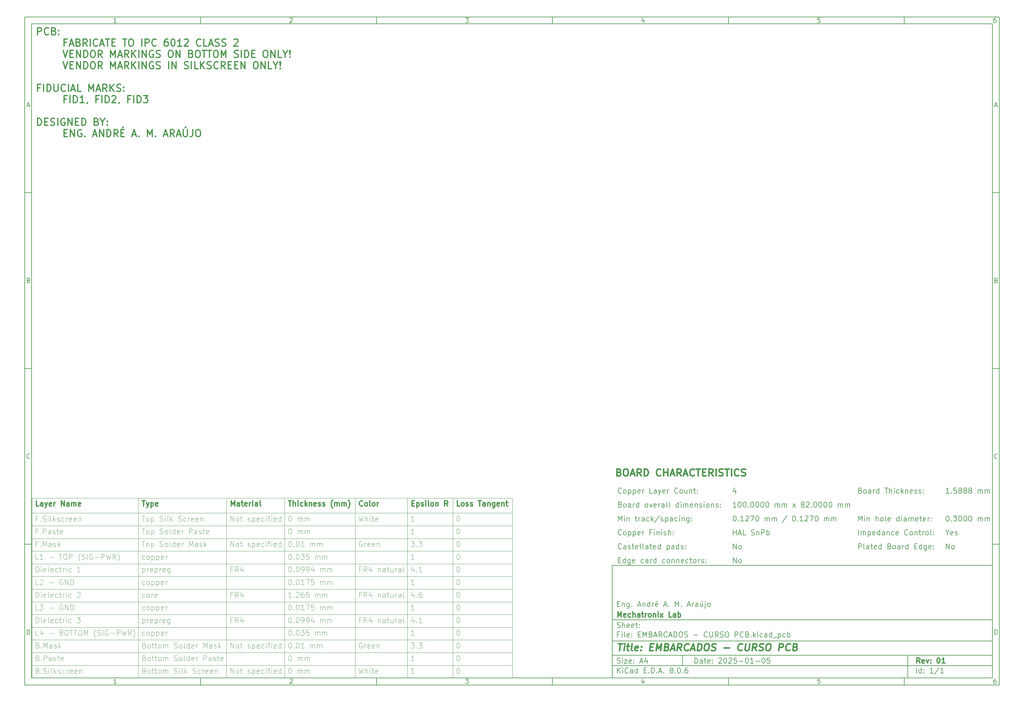
<source format=gbr>
%TF.GenerationSoftware,KiCad,Pcbnew,8.0.6*%
%TF.CreationDate,2025-01-05T13:15:26-03:00*%
%TF.ProjectId,EMBARCADOS - CURSO PCB,454d4241-5243-4414-944f-53202d204355,01*%
%TF.SameCoordinates,Original*%
%TF.FileFunction,Other,Comment*%
%FSLAX46Y46*%
G04 Gerber Fmt 4.6, Leading zero omitted, Abs format (unit mm)*
G04 Created by KiCad (PCBNEW 8.0.6) date 2025-01-05 13:15:26*
%MOMM*%
%LPD*%
G01*
G04 APERTURE LIST*
%ADD10C,0.100000*%
%ADD11C,0.150000*%
%ADD12C,0.300000*%
%ADD13C,0.400000*%
%ADD14C,0.200000*%
G04 APERTURE END LIST*
D10*
D11*
X177002200Y-166007200D02*
X285002200Y-166007200D01*
X285002200Y-198007200D01*
X177002200Y-198007200D01*
X177002200Y-166007200D01*
D10*
D11*
X10000000Y-10000000D02*
X287002200Y-10000000D01*
X287002200Y-200007200D01*
X10000000Y-200007200D01*
X10000000Y-10000000D01*
D10*
D11*
X12000000Y-12000000D02*
X285002200Y-12000000D01*
X285002200Y-198007200D01*
X12000000Y-198007200D01*
X12000000Y-12000000D01*
D10*
D11*
X60000000Y-12000000D02*
X60000000Y-10000000D01*
D10*
D11*
X110000000Y-12000000D02*
X110000000Y-10000000D01*
D10*
D11*
X160000000Y-12000000D02*
X160000000Y-10000000D01*
D10*
D11*
X210000000Y-12000000D02*
X210000000Y-10000000D01*
D10*
D11*
X260000000Y-12000000D02*
X260000000Y-10000000D01*
D10*
D11*
X36089160Y-11593604D02*
X35346303Y-11593604D01*
X35717731Y-11593604D02*
X35717731Y-10293604D01*
X35717731Y-10293604D02*
X35593922Y-10479319D01*
X35593922Y-10479319D02*
X35470112Y-10603128D01*
X35470112Y-10603128D02*
X35346303Y-10665033D01*
D10*
D11*
X85346303Y-10417414D02*
X85408207Y-10355509D01*
X85408207Y-10355509D02*
X85532017Y-10293604D01*
X85532017Y-10293604D02*
X85841541Y-10293604D01*
X85841541Y-10293604D02*
X85965350Y-10355509D01*
X85965350Y-10355509D02*
X86027255Y-10417414D01*
X86027255Y-10417414D02*
X86089160Y-10541223D01*
X86089160Y-10541223D02*
X86089160Y-10665033D01*
X86089160Y-10665033D02*
X86027255Y-10850747D01*
X86027255Y-10850747D02*
X85284398Y-11593604D01*
X85284398Y-11593604D02*
X86089160Y-11593604D01*
D10*
D11*
X135284398Y-10293604D02*
X136089160Y-10293604D01*
X136089160Y-10293604D02*
X135655826Y-10788842D01*
X135655826Y-10788842D02*
X135841541Y-10788842D01*
X135841541Y-10788842D02*
X135965350Y-10850747D01*
X135965350Y-10850747D02*
X136027255Y-10912652D01*
X136027255Y-10912652D02*
X136089160Y-11036461D01*
X136089160Y-11036461D02*
X136089160Y-11345985D01*
X136089160Y-11345985D02*
X136027255Y-11469795D01*
X136027255Y-11469795D02*
X135965350Y-11531700D01*
X135965350Y-11531700D02*
X135841541Y-11593604D01*
X135841541Y-11593604D02*
X135470112Y-11593604D01*
X135470112Y-11593604D02*
X135346303Y-11531700D01*
X135346303Y-11531700D02*
X135284398Y-11469795D01*
D10*
D11*
X185965350Y-10726938D02*
X185965350Y-11593604D01*
X185655826Y-10231700D02*
X185346303Y-11160271D01*
X185346303Y-11160271D02*
X186151064Y-11160271D01*
D10*
D11*
X236027255Y-10293604D02*
X235408207Y-10293604D01*
X235408207Y-10293604D02*
X235346303Y-10912652D01*
X235346303Y-10912652D02*
X235408207Y-10850747D01*
X235408207Y-10850747D02*
X235532017Y-10788842D01*
X235532017Y-10788842D02*
X235841541Y-10788842D01*
X235841541Y-10788842D02*
X235965350Y-10850747D01*
X235965350Y-10850747D02*
X236027255Y-10912652D01*
X236027255Y-10912652D02*
X236089160Y-11036461D01*
X236089160Y-11036461D02*
X236089160Y-11345985D01*
X236089160Y-11345985D02*
X236027255Y-11469795D01*
X236027255Y-11469795D02*
X235965350Y-11531700D01*
X235965350Y-11531700D02*
X235841541Y-11593604D01*
X235841541Y-11593604D02*
X235532017Y-11593604D01*
X235532017Y-11593604D02*
X235408207Y-11531700D01*
X235408207Y-11531700D02*
X235346303Y-11469795D01*
D10*
D11*
X285965350Y-10293604D02*
X285717731Y-10293604D01*
X285717731Y-10293604D02*
X285593922Y-10355509D01*
X285593922Y-10355509D02*
X285532017Y-10417414D01*
X285532017Y-10417414D02*
X285408207Y-10603128D01*
X285408207Y-10603128D02*
X285346303Y-10850747D01*
X285346303Y-10850747D02*
X285346303Y-11345985D01*
X285346303Y-11345985D02*
X285408207Y-11469795D01*
X285408207Y-11469795D02*
X285470112Y-11531700D01*
X285470112Y-11531700D02*
X285593922Y-11593604D01*
X285593922Y-11593604D02*
X285841541Y-11593604D01*
X285841541Y-11593604D02*
X285965350Y-11531700D01*
X285965350Y-11531700D02*
X286027255Y-11469795D01*
X286027255Y-11469795D02*
X286089160Y-11345985D01*
X286089160Y-11345985D02*
X286089160Y-11036461D01*
X286089160Y-11036461D02*
X286027255Y-10912652D01*
X286027255Y-10912652D02*
X285965350Y-10850747D01*
X285965350Y-10850747D02*
X285841541Y-10788842D01*
X285841541Y-10788842D02*
X285593922Y-10788842D01*
X285593922Y-10788842D02*
X285470112Y-10850747D01*
X285470112Y-10850747D02*
X285408207Y-10912652D01*
X285408207Y-10912652D02*
X285346303Y-11036461D01*
D10*
D11*
X60000000Y-198007200D02*
X60000000Y-200007200D01*
D10*
D11*
X110000000Y-198007200D02*
X110000000Y-200007200D01*
D10*
D11*
X160000000Y-198007200D02*
X160000000Y-200007200D01*
D10*
D11*
X210000000Y-198007200D02*
X210000000Y-200007200D01*
D10*
D11*
X260000000Y-198007200D02*
X260000000Y-200007200D01*
D10*
D11*
X36089160Y-199600804D02*
X35346303Y-199600804D01*
X35717731Y-199600804D02*
X35717731Y-198300804D01*
X35717731Y-198300804D02*
X35593922Y-198486519D01*
X35593922Y-198486519D02*
X35470112Y-198610328D01*
X35470112Y-198610328D02*
X35346303Y-198672233D01*
D10*
D11*
X85346303Y-198424614D02*
X85408207Y-198362709D01*
X85408207Y-198362709D02*
X85532017Y-198300804D01*
X85532017Y-198300804D02*
X85841541Y-198300804D01*
X85841541Y-198300804D02*
X85965350Y-198362709D01*
X85965350Y-198362709D02*
X86027255Y-198424614D01*
X86027255Y-198424614D02*
X86089160Y-198548423D01*
X86089160Y-198548423D02*
X86089160Y-198672233D01*
X86089160Y-198672233D02*
X86027255Y-198857947D01*
X86027255Y-198857947D02*
X85284398Y-199600804D01*
X85284398Y-199600804D02*
X86089160Y-199600804D01*
D10*
D11*
X135284398Y-198300804D02*
X136089160Y-198300804D01*
X136089160Y-198300804D02*
X135655826Y-198796042D01*
X135655826Y-198796042D02*
X135841541Y-198796042D01*
X135841541Y-198796042D02*
X135965350Y-198857947D01*
X135965350Y-198857947D02*
X136027255Y-198919852D01*
X136027255Y-198919852D02*
X136089160Y-199043661D01*
X136089160Y-199043661D02*
X136089160Y-199353185D01*
X136089160Y-199353185D02*
X136027255Y-199476995D01*
X136027255Y-199476995D02*
X135965350Y-199538900D01*
X135965350Y-199538900D02*
X135841541Y-199600804D01*
X135841541Y-199600804D02*
X135470112Y-199600804D01*
X135470112Y-199600804D02*
X135346303Y-199538900D01*
X135346303Y-199538900D02*
X135284398Y-199476995D01*
D10*
D11*
X185965350Y-198734138D02*
X185965350Y-199600804D01*
X185655826Y-198238900D02*
X185346303Y-199167471D01*
X185346303Y-199167471D02*
X186151064Y-199167471D01*
D10*
D11*
X236027255Y-198300804D02*
X235408207Y-198300804D01*
X235408207Y-198300804D02*
X235346303Y-198919852D01*
X235346303Y-198919852D02*
X235408207Y-198857947D01*
X235408207Y-198857947D02*
X235532017Y-198796042D01*
X235532017Y-198796042D02*
X235841541Y-198796042D01*
X235841541Y-198796042D02*
X235965350Y-198857947D01*
X235965350Y-198857947D02*
X236027255Y-198919852D01*
X236027255Y-198919852D02*
X236089160Y-199043661D01*
X236089160Y-199043661D02*
X236089160Y-199353185D01*
X236089160Y-199353185D02*
X236027255Y-199476995D01*
X236027255Y-199476995D02*
X235965350Y-199538900D01*
X235965350Y-199538900D02*
X235841541Y-199600804D01*
X235841541Y-199600804D02*
X235532017Y-199600804D01*
X235532017Y-199600804D02*
X235408207Y-199538900D01*
X235408207Y-199538900D02*
X235346303Y-199476995D01*
D10*
D11*
X285965350Y-198300804D02*
X285717731Y-198300804D01*
X285717731Y-198300804D02*
X285593922Y-198362709D01*
X285593922Y-198362709D02*
X285532017Y-198424614D01*
X285532017Y-198424614D02*
X285408207Y-198610328D01*
X285408207Y-198610328D02*
X285346303Y-198857947D01*
X285346303Y-198857947D02*
X285346303Y-199353185D01*
X285346303Y-199353185D02*
X285408207Y-199476995D01*
X285408207Y-199476995D02*
X285470112Y-199538900D01*
X285470112Y-199538900D02*
X285593922Y-199600804D01*
X285593922Y-199600804D02*
X285841541Y-199600804D01*
X285841541Y-199600804D02*
X285965350Y-199538900D01*
X285965350Y-199538900D02*
X286027255Y-199476995D01*
X286027255Y-199476995D02*
X286089160Y-199353185D01*
X286089160Y-199353185D02*
X286089160Y-199043661D01*
X286089160Y-199043661D02*
X286027255Y-198919852D01*
X286027255Y-198919852D02*
X285965350Y-198857947D01*
X285965350Y-198857947D02*
X285841541Y-198796042D01*
X285841541Y-198796042D02*
X285593922Y-198796042D01*
X285593922Y-198796042D02*
X285470112Y-198857947D01*
X285470112Y-198857947D02*
X285408207Y-198919852D01*
X285408207Y-198919852D02*
X285346303Y-199043661D01*
D10*
D11*
X10000000Y-60000000D02*
X12000000Y-60000000D01*
D10*
D11*
X10000000Y-110000000D02*
X12000000Y-110000000D01*
D10*
D11*
X10000000Y-160000000D02*
X12000000Y-160000000D01*
D10*
D11*
X10690476Y-35222176D02*
X11309523Y-35222176D01*
X10566666Y-35593604D02*
X10999999Y-34293604D01*
X10999999Y-34293604D02*
X11433333Y-35593604D01*
D10*
D11*
X11092857Y-84912652D02*
X11278571Y-84974557D01*
X11278571Y-84974557D02*
X11340476Y-85036461D01*
X11340476Y-85036461D02*
X11402380Y-85160271D01*
X11402380Y-85160271D02*
X11402380Y-85345985D01*
X11402380Y-85345985D02*
X11340476Y-85469795D01*
X11340476Y-85469795D02*
X11278571Y-85531700D01*
X11278571Y-85531700D02*
X11154761Y-85593604D01*
X11154761Y-85593604D02*
X10659523Y-85593604D01*
X10659523Y-85593604D02*
X10659523Y-84293604D01*
X10659523Y-84293604D02*
X11092857Y-84293604D01*
X11092857Y-84293604D02*
X11216666Y-84355509D01*
X11216666Y-84355509D02*
X11278571Y-84417414D01*
X11278571Y-84417414D02*
X11340476Y-84541223D01*
X11340476Y-84541223D02*
X11340476Y-84665033D01*
X11340476Y-84665033D02*
X11278571Y-84788842D01*
X11278571Y-84788842D02*
X11216666Y-84850747D01*
X11216666Y-84850747D02*
X11092857Y-84912652D01*
X11092857Y-84912652D02*
X10659523Y-84912652D01*
D10*
D11*
X11402380Y-135469795D02*
X11340476Y-135531700D01*
X11340476Y-135531700D02*
X11154761Y-135593604D01*
X11154761Y-135593604D02*
X11030952Y-135593604D01*
X11030952Y-135593604D02*
X10845238Y-135531700D01*
X10845238Y-135531700D02*
X10721428Y-135407890D01*
X10721428Y-135407890D02*
X10659523Y-135284080D01*
X10659523Y-135284080D02*
X10597619Y-135036461D01*
X10597619Y-135036461D02*
X10597619Y-134850747D01*
X10597619Y-134850747D02*
X10659523Y-134603128D01*
X10659523Y-134603128D02*
X10721428Y-134479319D01*
X10721428Y-134479319D02*
X10845238Y-134355509D01*
X10845238Y-134355509D02*
X11030952Y-134293604D01*
X11030952Y-134293604D02*
X11154761Y-134293604D01*
X11154761Y-134293604D02*
X11340476Y-134355509D01*
X11340476Y-134355509D02*
X11402380Y-134417414D01*
D10*
D11*
X10659523Y-185593604D02*
X10659523Y-184293604D01*
X10659523Y-184293604D02*
X10969047Y-184293604D01*
X10969047Y-184293604D02*
X11154761Y-184355509D01*
X11154761Y-184355509D02*
X11278571Y-184479319D01*
X11278571Y-184479319D02*
X11340476Y-184603128D01*
X11340476Y-184603128D02*
X11402380Y-184850747D01*
X11402380Y-184850747D02*
X11402380Y-185036461D01*
X11402380Y-185036461D02*
X11340476Y-185284080D01*
X11340476Y-185284080D02*
X11278571Y-185407890D01*
X11278571Y-185407890D02*
X11154761Y-185531700D01*
X11154761Y-185531700D02*
X10969047Y-185593604D01*
X10969047Y-185593604D02*
X10659523Y-185593604D01*
D10*
D11*
X287002200Y-60000000D02*
X285002200Y-60000000D01*
D10*
D11*
X287002200Y-110000000D02*
X285002200Y-110000000D01*
D10*
D11*
X287002200Y-160000000D02*
X285002200Y-160000000D01*
D10*
D11*
X285692676Y-35222176D02*
X286311723Y-35222176D01*
X285568866Y-35593604D02*
X286002199Y-34293604D01*
X286002199Y-34293604D02*
X286435533Y-35593604D01*
D10*
D11*
X286095057Y-84912652D02*
X286280771Y-84974557D01*
X286280771Y-84974557D02*
X286342676Y-85036461D01*
X286342676Y-85036461D02*
X286404580Y-85160271D01*
X286404580Y-85160271D02*
X286404580Y-85345985D01*
X286404580Y-85345985D02*
X286342676Y-85469795D01*
X286342676Y-85469795D02*
X286280771Y-85531700D01*
X286280771Y-85531700D02*
X286156961Y-85593604D01*
X286156961Y-85593604D02*
X285661723Y-85593604D01*
X285661723Y-85593604D02*
X285661723Y-84293604D01*
X285661723Y-84293604D02*
X286095057Y-84293604D01*
X286095057Y-84293604D02*
X286218866Y-84355509D01*
X286218866Y-84355509D02*
X286280771Y-84417414D01*
X286280771Y-84417414D02*
X286342676Y-84541223D01*
X286342676Y-84541223D02*
X286342676Y-84665033D01*
X286342676Y-84665033D02*
X286280771Y-84788842D01*
X286280771Y-84788842D02*
X286218866Y-84850747D01*
X286218866Y-84850747D02*
X286095057Y-84912652D01*
X286095057Y-84912652D02*
X285661723Y-84912652D01*
D10*
D11*
X286404580Y-135469795D02*
X286342676Y-135531700D01*
X286342676Y-135531700D02*
X286156961Y-135593604D01*
X286156961Y-135593604D02*
X286033152Y-135593604D01*
X286033152Y-135593604D02*
X285847438Y-135531700D01*
X285847438Y-135531700D02*
X285723628Y-135407890D01*
X285723628Y-135407890D02*
X285661723Y-135284080D01*
X285661723Y-135284080D02*
X285599819Y-135036461D01*
X285599819Y-135036461D02*
X285599819Y-134850747D01*
X285599819Y-134850747D02*
X285661723Y-134603128D01*
X285661723Y-134603128D02*
X285723628Y-134479319D01*
X285723628Y-134479319D02*
X285847438Y-134355509D01*
X285847438Y-134355509D02*
X286033152Y-134293604D01*
X286033152Y-134293604D02*
X286156961Y-134293604D01*
X286156961Y-134293604D02*
X286342676Y-134355509D01*
X286342676Y-134355509D02*
X286404580Y-134417414D01*
D10*
D11*
X285661723Y-185593604D02*
X285661723Y-184293604D01*
X285661723Y-184293604D02*
X285971247Y-184293604D01*
X285971247Y-184293604D02*
X286156961Y-184355509D01*
X286156961Y-184355509D02*
X286280771Y-184479319D01*
X286280771Y-184479319D02*
X286342676Y-184603128D01*
X286342676Y-184603128D02*
X286404580Y-184850747D01*
X286404580Y-184850747D02*
X286404580Y-185036461D01*
X286404580Y-185036461D02*
X286342676Y-185284080D01*
X286342676Y-185284080D02*
X286280771Y-185407890D01*
X286280771Y-185407890D02*
X286156961Y-185531700D01*
X286156961Y-185531700D02*
X285971247Y-185593604D01*
X285971247Y-185593604D02*
X285661723Y-185593604D01*
D10*
D11*
X200458026Y-193793328D02*
X200458026Y-192293328D01*
X200458026Y-192293328D02*
X200815169Y-192293328D01*
X200815169Y-192293328D02*
X201029455Y-192364757D01*
X201029455Y-192364757D02*
X201172312Y-192507614D01*
X201172312Y-192507614D02*
X201243741Y-192650471D01*
X201243741Y-192650471D02*
X201315169Y-192936185D01*
X201315169Y-192936185D02*
X201315169Y-193150471D01*
X201315169Y-193150471D02*
X201243741Y-193436185D01*
X201243741Y-193436185D02*
X201172312Y-193579042D01*
X201172312Y-193579042D02*
X201029455Y-193721900D01*
X201029455Y-193721900D02*
X200815169Y-193793328D01*
X200815169Y-193793328D02*
X200458026Y-193793328D01*
X202600884Y-193793328D02*
X202600884Y-193007614D01*
X202600884Y-193007614D02*
X202529455Y-192864757D01*
X202529455Y-192864757D02*
X202386598Y-192793328D01*
X202386598Y-192793328D02*
X202100884Y-192793328D01*
X202100884Y-192793328D02*
X201958026Y-192864757D01*
X202600884Y-193721900D02*
X202458026Y-193793328D01*
X202458026Y-193793328D02*
X202100884Y-193793328D01*
X202100884Y-193793328D02*
X201958026Y-193721900D01*
X201958026Y-193721900D02*
X201886598Y-193579042D01*
X201886598Y-193579042D02*
X201886598Y-193436185D01*
X201886598Y-193436185D02*
X201958026Y-193293328D01*
X201958026Y-193293328D02*
X202100884Y-193221900D01*
X202100884Y-193221900D02*
X202458026Y-193221900D01*
X202458026Y-193221900D02*
X202600884Y-193150471D01*
X203100884Y-192793328D02*
X203672312Y-192793328D01*
X203315169Y-192293328D02*
X203315169Y-193579042D01*
X203315169Y-193579042D02*
X203386598Y-193721900D01*
X203386598Y-193721900D02*
X203529455Y-193793328D01*
X203529455Y-193793328D02*
X203672312Y-193793328D01*
X204743741Y-193721900D02*
X204600884Y-193793328D01*
X204600884Y-193793328D02*
X204315170Y-193793328D01*
X204315170Y-193793328D02*
X204172312Y-193721900D01*
X204172312Y-193721900D02*
X204100884Y-193579042D01*
X204100884Y-193579042D02*
X204100884Y-193007614D01*
X204100884Y-193007614D02*
X204172312Y-192864757D01*
X204172312Y-192864757D02*
X204315170Y-192793328D01*
X204315170Y-192793328D02*
X204600884Y-192793328D01*
X204600884Y-192793328D02*
X204743741Y-192864757D01*
X204743741Y-192864757D02*
X204815170Y-193007614D01*
X204815170Y-193007614D02*
X204815170Y-193150471D01*
X204815170Y-193150471D02*
X204100884Y-193293328D01*
X205458026Y-193650471D02*
X205529455Y-193721900D01*
X205529455Y-193721900D02*
X205458026Y-193793328D01*
X205458026Y-193793328D02*
X205386598Y-193721900D01*
X205386598Y-193721900D02*
X205458026Y-193650471D01*
X205458026Y-193650471D02*
X205458026Y-193793328D01*
X205458026Y-192864757D02*
X205529455Y-192936185D01*
X205529455Y-192936185D02*
X205458026Y-193007614D01*
X205458026Y-193007614D02*
X205386598Y-192936185D01*
X205386598Y-192936185D02*
X205458026Y-192864757D01*
X205458026Y-192864757D02*
X205458026Y-193007614D01*
X207243741Y-192436185D02*
X207315169Y-192364757D01*
X207315169Y-192364757D02*
X207458027Y-192293328D01*
X207458027Y-192293328D02*
X207815169Y-192293328D01*
X207815169Y-192293328D02*
X207958027Y-192364757D01*
X207958027Y-192364757D02*
X208029455Y-192436185D01*
X208029455Y-192436185D02*
X208100884Y-192579042D01*
X208100884Y-192579042D02*
X208100884Y-192721900D01*
X208100884Y-192721900D02*
X208029455Y-192936185D01*
X208029455Y-192936185D02*
X207172312Y-193793328D01*
X207172312Y-193793328D02*
X208100884Y-193793328D01*
X209029455Y-192293328D02*
X209172312Y-192293328D01*
X209172312Y-192293328D02*
X209315169Y-192364757D01*
X209315169Y-192364757D02*
X209386598Y-192436185D01*
X209386598Y-192436185D02*
X209458026Y-192579042D01*
X209458026Y-192579042D02*
X209529455Y-192864757D01*
X209529455Y-192864757D02*
X209529455Y-193221900D01*
X209529455Y-193221900D02*
X209458026Y-193507614D01*
X209458026Y-193507614D02*
X209386598Y-193650471D01*
X209386598Y-193650471D02*
X209315169Y-193721900D01*
X209315169Y-193721900D02*
X209172312Y-193793328D01*
X209172312Y-193793328D02*
X209029455Y-193793328D01*
X209029455Y-193793328D02*
X208886598Y-193721900D01*
X208886598Y-193721900D02*
X208815169Y-193650471D01*
X208815169Y-193650471D02*
X208743740Y-193507614D01*
X208743740Y-193507614D02*
X208672312Y-193221900D01*
X208672312Y-193221900D02*
X208672312Y-192864757D01*
X208672312Y-192864757D02*
X208743740Y-192579042D01*
X208743740Y-192579042D02*
X208815169Y-192436185D01*
X208815169Y-192436185D02*
X208886598Y-192364757D01*
X208886598Y-192364757D02*
X209029455Y-192293328D01*
X210100883Y-192436185D02*
X210172311Y-192364757D01*
X210172311Y-192364757D02*
X210315169Y-192293328D01*
X210315169Y-192293328D02*
X210672311Y-192293328D01*
X210672311Y-192293328D02*
X210815169Y-192364757D01*
X210815169Y-192364757D02*
X210886597Y-192436185D01*
X210886597Y-192436185D02*
X210958026Y-192579042D01*
X210958026Y-192579042D02*
X210958026Y-192721900D01*
X210958026Y-192721900D02*
X210886597Y-192936185D01*
X210886597Y-192936185D02*
X210029454Y-193793328D01*
X210029454Y-193793328D02*
X210958026Y-193793328D01*
X212315168Y-192293328D02*
X211600882Y-192293328D01*
X211600882Y-192293328D02*
X211529454Y-193007614D01*
X211529454Y-193007614D02*
X211600882Y-192936185D01*
X211600882Y-192936185D02*
X211743740Y-192864757D01*
X211743740Y-192864757D02*
X212100882Y-192864757D01*
X212100882Y-192864757D02*
X212243740Y-192936185D01*
X212243740Y-192936185D02*
X212315168Y-193007614D01*
X212315168Y-193007614D02*
X212386597Y-193150471D01*
X212386597Y-193150471D02*
X212386597Y-193507614D01*
X212386597Y-193507614D02*
X212315168Y-193650471D01*
X212315168Y-193650471D02*
X212243740Y-193721900D01*
X212243740Y-193721900D02*
X212100882Y-193793328D01*
X212100882Y-193793328D02*
X211743740Y-193793328D01*
X211743740Y-193793328D02*
X211600882Y-193721900D01*
X211600882Y-193721900D02*
X211529454Y-193650471D01*
X213029453Y-193221900D02*
X214172311Y-193221900D01*
X215172311Y-192293328D02*
X215315168Y-192293328D01*
X215315168Y-192293328D02*
X215458025Y-192364757D01*
X215458025Y-192364757D02*
X215529454Y-192436185D01*
X215529454Y-192436185D02*
X215600882Y-192579042D01*
X215600882Y-192579042D02*
X215672311Y-192864757D01*
X215672311Y-192864757D02*
X215672311Y-193221900D01*
X215672311Y-193221900D02*
X215600882Y-193507614D01*
X215600882Y-193507614D02*
X215529454Y-193650471D01*
X215529454Y-193650471D02*
X215458025Y-193721900D01*
X215458025Y-193721900D02*
X215315168Y-193793328D01*
X215315168Y-193793328D02*
X215172311Y-193793328D01*
X215172311Y-193793328D02*
X215029454Y-193721900D01*
X215029454Y-193721900D02*
X214958025Y-193650471D01*
X214958025Y-193650471D02*
X214886596Y-193507614D01*
X214886596Y-193507614D02*
X214815168Y-193221900D01*
X214815168Y-193221900D02*
X214815168Y-192864757D01*
X214815168Y-192864757D02*
X214886596Y-192579042D01*
X214886596Y-192579042D02*
X214958025Y-192436185D01*
X214958025Y-192436185D02*
X215029454Y-192364757D01*
X215029454Y-192364757D02*
X215172311Y-192293328D01*
X217100882Y-193793328D02*
X216243739Y-193793328D01*
X216672310Y-193793328D02*
X216672310Y-192293328D01*
X216672310Y-192293328D02*
X216529453Y-192507614D01*
X216529453Y-192507614D02*
X216386596Y-192650471D01*
X216386596Y-192650471D02*
X216243739Y-192721900D01*
X217743738Y-193221900D02*
X218886596Y-193221900D01*
X219886596Y-192293328D02*
X220029453Y-192293328D01*
X220029453Y-192293328D02*
X220172310Y-192364757D01*
X220172310Y-192364757D02*
X220243739Y-192436185D01*
X220243739Y-192436185D02*
X220315167Y-192579042D01*
X220315167Y-192579042D02*
X220386596Y-192864757D01*
X220386596Y-192864757D02*
X220386596Y-193221900D01*
X220386596Y-193221900D02*
X220315167Y-193507614D01*
X220315167Y-193507614D02*
X220243739Y-193650471D01*
X220243739Y-193650471D02*
X220172310Y-193721900D01*
X220172310Y-193721900D02*
X220029453Y-193793328D01*
X220029453Y-193793328D02*
X219886596Y-193793328D01*
X219886596Y-193793328D02*
X219743739Y-193721900D01*
X219743739Y-193721900D02*
X219672310Y-193650471D01*
X219672310Y-193650471D02*
X219600881Y-193507614D01*
X219600881Y-193507614D02*
X219529453Y-193221900D01*
X219529453Y-193221900D02*
X219529453Y-192864757D01*
X219529453Y-192864757D02*
X219600881Y-192579042D01*
X219600881Y-192579042D02*
X219672310Y-192436185D01*
X219672310Y-192436185D02*
X219743739Y-192364757D01*
X219743739Y-192364757D02*
X219886596Y-192293328D01*
X221743738Y-192293328D02*
X221029452Y-192293328D01*
X221029452Y-192293328D02*
X220958024Y-193007614D01*
X220958024Y-193007614D02*
X221029452Y-192936185D01*
X221029452Y-192936185D02*
X221172310Y-192864757D01*
X221172310Y-192864757D02*
X221529452Y-192864757D01*
X221529452Y-192864757D02*
X221672310Y-192936185D01*
X221672310Y-192936185D02*
X221743738Y-193007614D01*
X221743738Y-193007614D02*
X221815167Y-193150471D01*
X221815167Y-193150471D02*
X221815167Y-193507614D01*
X221815167Y-193507614D02*
X221743738Y-193650471D01*
X221743738Y-193650471D02*
X221672310Y-193721900D01*
X221672310Y-193721900D02*
X221529452Y-193793328D01*
X221529452Y-193793328D02*
X221172310Y-193793328D01*
X221172310Y-193793328D02*
X221029452Y-193721900D01*
X221029452Y-193721900D02*
X220958024Y-193650471D01*
D10*
D11*
X177002200Y-194507200D02*
X285002200Y-194507200D01*
D10*
D11*
X178458026Y-196593328D02*
X178458026Y-195093328D01*
X179315169Y-196593328D02*
X178672312Y-195736185D01*
X179315169Y-195093328D02*
X178458026Y-195950471D01*
X179958026Y-196593328D02*
X179958026Y-195593328D01*
X179958026Y-195093328D02*
X179886598Y-195164757D01*
X179886598Y-195164757D02*
X179958026Y-195236185D01*
X179958026Y-195236185D02*
X180029455Y-195164757D01*
X180029455Y-195164757D02*
X179958026Y-195093328D01*
X179958026Y-195093328D02*
X179958026Y-195236185D01*
X181529455Y-196450471D02*
X181458027Y-196521900D01*
X181458027Y-196521900D02*
X181243741Y-196593328D01*
X181243741Y-196593328D02*
X181100884Y-196593328D01*
X181100884Y-196593328D02*
X180886598Y-196521900D01*
X180886598Y-196521900D02*
X180743741Y-196379042D01*
X180743741Y-196379042D02*
X180672312Y-196236185D01*
X180672312Y-196236185D02*
X180600884Y-195950471D01*
X180600884Y-195950471D02*
X180600884Y-195736185D01*
X180600884Y-195736185D02*
X180672312Y-195450471D01*
X180672312Y-195450471D02*
X180743741Y-195307614D01*
X180743741Y-195307614D02*
X180886598Y-195164757D01*
X180886598Y-195164757D02*
X181100884Y-195093328D01*
X181100884Y-195093328D02*
X181243741Y-195093328D01*
X181243741Y-195093328D02*
X181458027Y-195164757D01*
X181458027Y-195164757D02*
X181529455Y-195236185D01*
X182815170Y-196593328D02*
X182815170Y-195807614D01*
X182815170Y-195807614D02*
X182743741Y-195664757D01*
X182743741Y-195664757D02*
X182600884Y-195593328D01*
X182600884Y-195593328D02*
X182315170Y-195593328D01*
X182315170Y-195593328D02*
X182172312Y-195664757D01*
X182815170Y-196521900D02*
X182672312Y-196593328D01*
X182672312Y-196593328D02*
X182315170Y-196593328D01*
X182315170Y-196593328D02*
X182172312Y-196521900D01*
X182172312Y-196521900D02*
X182100884Y-196379042D01*
X182100884Y-196379042D02*
X182100884Y-196236185D01*
X182100884Y-196236185D02*
X182172312Y-196093328D01*
X182172312Y-196093328D02*
X182315170Y-196021900D01*
X182315170Y-196021900D02*
X182672312Y-196021900D01*
X182672312Y-196021900D02*
X182815170Y-195950471D01*
X184172313Y-196593328D02*
X184172313Y-195093328D01*
X184172313Y-196521900D02*
X184029455Y-196593328D01*
X184029455Y-196593328D02*
X183743741Y-196593328D01*
X183743741Y-196593328D02*
X183600884Y-196521900D01*
X183600884Y-196521900D02*
X183529455Y-196450471D01*
X183529455Y-196450471D02*
X183458027Y-196307614D01*
X183458027Y-196307614D02*
X183458027Y-195879042D01*
X183458027Y-195879042D02*
X183529455Y-195736185D01*
X183529455Y-195736185D02*
X183600884Y-195664757D01*
X183600884Y-195664757D02*
X183743741Y-195593328D01*
X183743741Y-195593328D02*
X184029455Y-195593328D01*
X184029455Y-195593328D02*
X184172313Y-195664757D01*
X186029455Y-195807614D02*
X186529455Y-195807614D01*
X186743741Y-196593328D02*
X186029455Y-196593328D01*
X186029455Y-196593328D02*
X186029455Y-195093328D01*
X186029455Y-195093328D02*
X186743741Y-195093328D01*
X187386598Y-196450471D02*
X187458027Y-196521900D01*
X187458027Y-196521900D02*
X187386598Y-196593328D01*
X187386598Y-196593328D02*
X187315170Y-196521900D01*
X187315170Y-196521900D02*
X187386598Y-196450471D01*
X187386598Y-196450471D02*
X187386598Y-196593328D01*
X188100884Y-196593328D02*
X188100884Y-195093328D01*
X188100884Y-195093328D02*
X188458027Y-195093328D01*
X188458027Y-195093328D02*
X188672313Y-195164757D01*
X188672313Y-195164757D02*
X188815170Y-195307614D01*
X188815170Y-195307614D02*
X188886599Y-195450471D01*
X188886599Y-195450471D02*
X188958027Y-195736185D01*
X188958027Y-195736185D02*
X188958027Y-195950471D01*
X188958027Y-195950471D02*
X188886599Y-196236185D01*
X188886599Y-196236185D02*
X188815170Y-196379042D01*
X188815170Y-196379042D02*
X188672313Y-196521900D01*
X188672313Y-196521900D02*
X188458027Y-196593328D01*
X188458027Y-196593328D02*
X188100884Y-196593328D01*
X189600884Y-196450471D02*
X189672313Y-196521900D01*
X189672313Y-196521900D02*
X189600884Y-196593328D01*
X189600884Y-196593328D02*
X189529456Y-196521900D01*
X189529456Y-196521900D02*
X189600884Y-196450471D01*
X189600884Y-196450471D02*
X189600884Y-196593328D01*
X190243742Y-196164757D02*
X190958028Y-196164757D01*
X190100885Y-196593328D02*
X190600885Y-195093328D01*
X190600885Y-195093328D02*
X191100885Y-196593328D01*
X191600884Y-196450471D02*
X191672313Y-196521900D01*
X191672313Y-196521900D02*
X191600884Y-196593328D01*
X191600884Y-196593328D02*
X191529456Y-196521900D01*
X191529456Y-196521900D02*
X191600884Y-196450471D01*
X191600884Y-196450471D02*
X191600884Y-196593328D01*
X193672313Y-195736185D02*
X193529456Y-195664757D01*
X193529456Y-195664757D02*
X193458027Y-195593328D01*
X193458027Y-195593328D02*
X193386599Y-195450471D01*
X193386599Y-195450471D02*
X193386599Y-195379042D01*
X193386599Y-195379042D02*
X193458027Y-195236185D01*
X193458027Y-195236185D02*
X193529456Y-195164757D01*
X193529456Y-195164757D02*
X193672313Y-195093328D01*
X193672313Y-195093328D02*
X193958027Y-195093328D01*
X193958027Y-195093328D02*
X194100885Y-195164757D01*
X194100885Y-195164757D02*
X194172313Y-195236185D01*
X194172313Y-195236185D02*
X194243742Y-195379042D01*
X194243742Y-195379042D02*
X194243742Y-195450471D01*
X194243742Y-195450471D02*
X194172313Y-195593328D01*
X194172313Y-195593328D02*
X194100885Y-195664757D01*
X194100885Y-195664757D02*
X193958027Y-195736185D01*
X193958027Y-195736185D02*
X193672313Y-195736185D01*
X193672313Y-195736185D02*
X193529456Y-195807614D01*
X193529456Y-195807614D02*
X193458027Y-195879042D01*
X193458027Y-195879042D02*
X193386599Y-196021900D01*
X193386599Y-196021900D02*
X193386599Y-196307614D01*
X193386599Y-196307614D02*
X193458027Y-196450471D01*
X193458027Y-196450471D02*
X193529456Y-196521900D01*
X193529456Y-196521900D02*
X193672313Y-196593328D01*
X193672313Y-196593328D02*
X193958027Y-196593328D01*
X193958027Y-196593328D02*
X194100885Y-196521900D01*
X194100885Y-196521900D02*
X194172313Y-196450471D01*
X194172313Y-196450471D02*
X194243742Y-196307614D01*
X194243742Y-196307614D02*
X194243742Y-196021900D01*
X194243742Y-196021900D02*
X194172313Y-195879042D01*
X194172313Y-195879042D02*
X194100885Y-195807614D01*
X194100885Y-195807614D02*
X193958027Y-195736185D01*
X194886598Y-196450471D02*
X194958027Y-196521900D01*
X194958027Y-196521900D02*
X194886598Y-196593328D01*
X194886598Y-196593328D02*
X194815170Y-196521900D01*
X194815170Y-196521900D02*
X194886598Y-196450471D01*
X194886598Y-196450471D02*
X194886598Y-196593328D01*
X195886599Y-195093328D02*
X196029456Y-195093328D01*
X196029456Y-195093328D02*
X196172313Y-195164757D01*
X196172313Y-195164757D02*
X196243742Y-195236185D01*
X196243742Y-195236185D02*
X196315170Y-195379042D01*
X196315170Y-195379042D02*
X196386599Y-195664757D01*
X196386599Y-195664757D02*
X196386599Y-196021900D01*
X196386599Y-196021900D02*
X196315170Y-196307614D01*
X196315170Y-196307614D02*
X196243742Y-196450471D01*
X196243742Y-196450471D02*
X196172313Y-196521900D01*
X196172313Y-196521900D02*
X196029456Y-196593328D01*
X196029456Y-196593328D02*
X195886599Y-196593328D01*
X195886599Y-196593328D02*
X195743742Y-196521900D01*
X195743742Y-196521900D02*
X195672313Y-196450471D01*
X195672313Y-196450471D02*
X195600884Y-196307614D01*
X195600884Y-196307614D02*
X195529456Y-196021900D01*
X195529456Y-196021900D02*
X195529456Y-195664757D01*
X195529456Y-195664757D02*
X195600884Y-195379042D01*
X195600884Y-195379042D02*
X195672313Y-195236185D01*
X195672313Y-195236185D02*
X195743742Y-195164757D01*
X195743742Y-195164757D02*
X195886599Y-195093328D01*
X197029455Y-196450471D02*
X197100884Y-196521900D01*
X197100884Y-196521900D02*
X197029455Y-196593328D01*
X197029455Y-196593328D02*
X196958027Y-196521900D01*
X196958027Y-196521900D02*
X197029455Y-196450471D01*
X197029455Y-196450471D02*
X197029455Y-196593328D01*
X198386599Y-195093328D02*
X198100884Y-195093328D01*
X198100884Y-195093328D02*
X197958027Y-195164757D01*
X197958027Y-195164757D02*
X197886599Y-195236185D01*
X197886599Y-195236185D02*
X197743741Y-195450471D01*
X197743741Y-195450471D02*
X197672313Y-195736185D01*
X197672313Y-195736185D02*
X197672313Y-196307614D01*
X197672313Y-196307614D02*
X197743741Y-196450471D01*
X197743741Y-196450471D02*
X197815170Y-196521900D01*
X197815170Y-196521900D02*
X197958027Y-196593328D01*
X197958027Y-196593328D02*
X198243741Y-196593328D01*
X198243741Y-196593328D02*
X198386599Y-196521900D01*
X198386599Y-196521900D02*
X198458027Y-196450471D01*
X198458027Y-196450471D02*
X198529456Y-196307614D01*
X198529456Y-196307614D02*
X198529456Y-195950471D01*
X198529456Y-195950471D02*
X198458027Y-195807614D01*
X198458027Y-195807614D02*
X198386599Y-195736185D01*
X198386599Y-195736185D02*
X198243741Y-195664757D01*
X198243741Y-195664757D02*
X197958027Y-195664757D01*
X197958027Y-195664757D02*
X197815170Y-195736185D01*
X197815170Y-195736185D02*
X197743741Y-195807614D01*
X197743741Y-195807614D02*
X197672313Y-195950471D01*
D10*
D11*
X177002200Y-191507200D02*
X285002200Y-191507200D01*
D10*
D12*
X264413853Y-193785528D02*
X263913853Y-193071242D01*
X263556710Y-193785528D02*
X263556710Y-192285528D01*
X263556710Y-192285528D02*
X264128139Y-192285528D01*
X264128139Y-192285528D02*
X264270996Y-192356957D01*
X264270996Y-192356957D02*
X264342425Y-192428385D01*
X264342425Y-192428385D02*
X264413853Y-192571242D01*
X264413853Y-192571242D02*
X264413853Y-192785528D01*
X264413853Y-192785528D02*
X264342425Y-192928385D01*
X264342425Y-192928385D02*
X264270996Y-192999814D01*
X264270996Y-192999814D02*
X264128139Y-193071242D01*
X264128139Y-193071242D02*
X263556710Y-193071242D01*
X265628139Y-193714100D02*
X265485282Y-193785528D01*
X265485282Y-193785528D02*
X265199568Y-193785528D01*
X265199568Y-193785528D02*
X265056710Y-193714100D01*
X265056710Y-193714100D02*
X264985282Y-193571242D01*
X264985282Y-193571242D02*
X264985282Y-192999814D01*
X264985282Y-192999814D02*
X265056710Y-192856957D01*
X265056710Y-192856957D02*
X265199568Y-192785528D01*
X265199568Y-192785528D02*
X265485282Y-192785528D01*
X265485282Y-192785528D02*
X265628139Y-192856957D01*
X265628139Y-192856957D02*
X265699568Y-192999814D01*
X265699568Y-192999814D02*
X265699568Y-193142671D01*
X265699568Y-193142671D02*
X264985282Y-193285528D01*
X266199567Y-192785528D02*
X266556710Y-193785528D01*
X266556710Y-193785528D02*
X266913853Y-192785528D01*
X267485281Y-193642671D02*
X267556710Y-193714100D01*
X267556710Y-193714100D02*
X267485281Y-193785528D01*
X267485281Y-193785528D02*
X267413853Y-193714100D01*
X267413853Y-193714100D02*
X267485281Y-193642671D01*
X267485281Y-193642671D02*
X267485281Y-193785528D01*
X267485281Y-192856957D02*
X267556710Y-192928385D01*
X267556710Y-192928385D02*
X267485281Y-192999814D01*
X267485281Y-192999814D02*
X267413853Y-192928385D01*
X267413853Y-192928385D02*
X267485281Y-192856957D01*
X267485281Y-192856957D02*
X267485281Y-192999814D01*
X269628139Y-192285528D02*
X269770996Y-192285528D01*
X269770996Y-192285528D02*
X269913853Y-192356957D01*
X269913853Y-192356957D02*
X269985282Y-192428385D01*
X269985282Y-192428385D02*
X270056710Y-192571242D01*
X270056710Y-192571242D02*
X270128139Y-192856957D01*
X270128139Y-192856957D02*
X270128139Y-193214100D01*
X270128139Y-193214100D02*
X270056710Y-193499814D01*
X270056710Y-193499814D02*
X269985282Y-193642671D01*
X269985282Y-193642671D02*
X269913853Y-193714100D01*
X269913853Y-193714100D02*
X269770996Y-193785528D01*
X269770996Y-193785528D02*
X269628139Y-193785528D01*
X269628139Y-193785528D02*
X269485282Y-193714100D01*
X269485282Y-193714100D02*
X269413853Y-193642671D01*
X269413853Y-193642671D02*
X269342424Y-193499814D01*
X269342424Y-193499814D02*
X269270996Y-193214100D01*
X269270996Y-193214100D02*
X269270996Y-192856957D01*
X269270996Y-192856957D02*
X269342424Y-192571242D01*
X269342424Y-192571242D02*
X269413853Y-192428385D01*
X269413853Y-192428385D02*
X269485282Y-192356957D01*
X269485282Y-192356957D02*
X269628139Y-192285528D01*
X271556710Y-193785528D02*
X270699567Y-193785528D01*
X271128138Y-193785528D02*
X271128138Y-192285528D01*
X271128138Y-192285528D02*
X270985281Y-192499814D01*
X270985281Y-192499814D02*
X270842424Y-192642671D01*
X270842424Y-192642671D02*
X270699567Y-192714100D01*
D10*
D11*
X178386598Y-193721900D02*
X178600884Y-193793328D01*
X178600884Y-193793328D02*
X178958026Y-193793328D01*
X178958026Y-193793328D02*
X179100884Y-193721900D01*
X179100884Y-193721900D02*
X179172312Y-193650471D01*
X179172312Y-193650471D02*
X179243741Y-193507614D01*
X179243741Y-193507614D02*
X179243741Y-193364757D01*
X179243741Y-193364757D02*
X179172312Y-193221900D01*
X179172312Y-193221900D02*
X179100884Y-193150471D01*
X179100884Y-193150471D02*
X178958026Y-193079042D01*
X178958026Y-193079042D02*
X178672312Y-193007614D01*
X178672312Y-193007614D02*
X178529455Y-192936185D01*
X178529455Y-192936185D02*
X178458026Y-192864757D01*
X178458026Y-192864757D02*
X178386598Y-192721900D01*
X178386598Y-192721900D02*
X178386598Y-192579042D01*
X178386598Y-192579042D02*
X178458026Y-192436185D01*
X178458026Y-192436185D02*
X178529455Y-192364757D01*
X178529455Y-192364757D02*
X178672312Y-192293328D01*
X178672312Y-192293328D02*
X179029455Y-192293328D01*
X179029455Y-192293328D02*
X179243741Y-192364757D01*
X179886597Y-193793328D02*
X179886597Y-192793328D01*
X179886597Y-192293328D02*
X179815169Y-192364757D01*
X179815169Y-192364757D02*
X179886597Y-192436185D01*
X179886597Y-192436185D02*
X179958026Y-192364757D01*
X179958026Y-192364757D02*
X179886597Y-192293328D01*
X179886597Y-192293328D02*
X179886597Y-192436185D01*
X180458026Y-192793328D02*
X181243741Y-192793328D01*
X181243741Y-192793328D02*
X180458026Y-193793328D01*
X180458026Y-193793328D02*
X181243741Y-193793328D01*
X182386598Y-193721900D02*
X182243741Y-193793328D01*
X182243741Y-193793328D02*
X181958027Y-193793328D01*
X181958027Y-193793328D02*
X181815169Y-193721900D01*
X181815169Y-193721900D02*
X181743741Y-193579042D01*
X181743741Y-193579042D02*
X181743741Y-193007614D01*
X181743741Y-193007614D02*
X181815169Y-192864757D01*
X181815169Y-192864757D02*
X181958027Y-192793328D01*
X181958027Y-192793328D02*
X182243741Y-192793328D01*
X182243741Y-192793328D02*
X182386598Y-192864757D01*
X182386598Y-192864757D02*
X182458027Y-193007614D01*
X182458027Y-193007614D02*
X182458027Y-193150471D01*
X182458027Y-193150471D02*
X181743741Y-193293328D01*
X183100883Y-193650471D02*
X183172312Y-193721900D01*
X183172312Y-193721900D02*
X183100883Y-193793328D01*
X183100883Y-193793328D02*
X183029455Y-193721900D01*
X183029455Y-193721900D02*
X183100883Y-193650471D01*
X183100883Y-193650471D02*
X183100883Y-193793328D01*
X183100883Y-192864757D02*
X183172312Y-192936185D01*
X183172312Y-192936185D02*
X183100883Y-193007614D01*
X183100883Y-193007614D02*
X183029455Y-192936185D01*
X183029455Y-192936185D02*
X183100883Y-192864757D01*
X183100883Y-192864757D02*
X183100883Y-193007614D01*
X184886598Y-193364757D02*
X185600884Y-193364757D01*
X184743741Y-193793328D02*
X185243741Y-192293328D01*
X185243741Y-192293328D02*
X185743741Y-193793328D01*
X186886598Y-192793328D02*
X186886598Y-193793328D01*
X186529455Y-192221900D02*
X186172312Y-193293328D01*
X186172312Y-193293328D02*
X187100883Y-193293328D01*
D10*
D11*
X263458026Y-196593328D02*
X263458026Y-195093328D01*
X264815170Y-196593328D02*
X264815170Y-195093328D01*
X264815170Y-196521900D02*
X264672312Y-196593328D01*
X264672312Y-196593328D02*
X264386598Y-196593328D01*
X264386598Y-196593328D02*
X264243741Y-196521900D01*
X264243741Y-196521900D02*
X264172312Y-196450471D01*
X264172312Y-196450471D02*
X264100884Y-196307614D01*
X264100884Y-196307614D02*
X264100884Y-195879042D01*
X264100884Y-195879042D02*
X264172312Y-195736185D01*
X264172312Y-195736185D02*
X264243741Y-195664757D01*
X264243741Y-195664757D02*
X264386598Y-195593328D01*
X264386598Y-195593328D02*
X264672312Y-195593328D01*
X264672312Y-195593328D02*
X264815170Y-195664757D01*
X265529455Y-196450471D02*
X265600884Y-196521900D01*
X265600884Y-196521900D02*
X265529455Y-196593328D01*
X265529455Y-196593328D02*
X265458027Y-196521900D01*
X265458027Y-196521900D02*
X265529455Y-196450471D01*
X265529455Y-196450471D02*
X265529455Y-196593328D01*
X265529455Y-195664757D02*
X265600884Y-195736185D01*
X265600884Y-195736185D02*
X265529455Y-195807614D01*
X265529455Y-195807614D02*
X265458027Y-195736185D01*
X265458027Y-195736185D02*
X265529455Y-195664757D01*
X265529455Y-195664757D02*
X265529455Y-195807614D01*
X268172313Y-196593328D02*
X267315170Y-196593328D01*
X267743741Y-196593328D02*
X267743741Y-195093328D01*
X267743741Y-195093328D02*
X267600884Y-195307614D01*
X267600884Y-195307614D02*
X267458027Y-195450471D01*
X267458027Y-195450471D02*
X267315170Y-195521900D01*
X269886598Y-195021900D02*
X268600884Y-196950471D01*
X271172313Y-196593328D02*
X270315170Y-196593328D01*
X270743741Y-196593328D02*
X270743741Y-195093328D01*
X270743741Y-195093328D02*
X270600884Y-195307614D01*
X270600884Y-195307614D02*
X270458027Y-195450471D01*
X270458027Y-195450471D02*
X270315170Y-195521900D01*
D10*
D11*
X177002200Y-187507200D02*
X285002200Y-187507200D01*
D10*
D13*
X178693928Y-188211638D02*
X179836785Y-188211638D01*
X179015357Y-190211638D02*
X179265357Y-188211638D01*
X180253452Y-190211638D02*
X180420119Y-188878304D01*
X180503452Y-188211638D02*
X180396309Y-188306876D01*
X180396309Y-188306876D02*
X180479643Y-188402114D01*
X180479643Y-188402114D02*
X180586786Y-188306876D01*
X180586786Y-188306876D02*
X180503452Y-188211638D01*
X180503452Y-188211638D02*
X180479643Y-188402114D01*
X181086786Y-188878304D02*
X181848690Y-188878304D01*
X181455833Y-188211638D02*
X181241548Y-189925923D01*
X181241548Y-189925923D02*
X181312976Y-190116400D01*
X181312976Y-190116400D02*
X181491548Y-190211638D01*
X181491548Y-190211638D02*
X181682024Y-190211638D01*
X182634405Y-190211638D02*
X182455833Y-190116400D01*
X182455833Y-190116400D02*
X182384405Y-189925923D01*
X182384405Y-189925923D02*
X182598690Y-188211638D01*
X184170119Y-190116400D02*
X183967738Y-190211638D01*
X183967738Y-190211638D02*
X183586785Y-190211638D01*
X183586785Y-190211638D02*
X183408214Y-190116400D01*
X183408214Y-190116400D02*
X183336785Y-189925923D01*
X183336785Y-189925923D02*
X183432024Y-189164019D01*
X183432024Y-189164019D02*
X183551071Y-188973542D01*
X183551071Y-188973542D02*
X183753452Y-188878304D01*
X183753452Y-188878304D02*
X184134404Y-188878304D01*
X184134404Y-188878304D02*
X184312976Y-188973542D01*
X184312976Y-188973542D02*
X184384404Y-189164019D01*
X184384404Y-189164019D02*
X184360595Y-189354495D01*
X184360595Y-189354495D02*
X183384404Y-189544971D01*
X185134405Y-190021161D02*
X185217738Y-190116400D01*
X185217738Y-190116400D02*
X185110595Y-190211638D01*
X185110595Y-190211638D02*
X185027262Y-190116400D01*
X185027262Y-190116400D02*
X185134405Y-190021161D01*
X185134405Y-190021161D02*
X185110595Y-190211638D01*
X185265357Y-188973542D02*
X185348690Y-189068780D01*
X185348690Y-189068780D02*
X185241548Y-189164019D01*
X185241548Y-189164019D02*
X185158214Y-189068780D01*
X185158214Y-189068780D02*
X185265357Y-188973542D01*
X185265357Y-188973542D02*
X185241548Y-189164019D01*
X187717739Y-189164019D02*
X188384405Y-189164019D01*
X188539167Y-190211638D02*
X187586786Y-190211638D01*
X187586786Y-190211638D02*
X187836786Y-188211638D01*
X187836786Y-188211638D02*
X188789167Y-188211638D01*
X189396310Y-190211638D02*
X189646310Y-188211638D01*
X189646310Y-188211638D02*
X190134405Y-189640209D01*
X190134405Y-189640209D02*
X190979644Y-188211638D01*
X190979644Y-188211638D02*
X190729644Y-190211638D01*
X192479643Y-189164019D02*
X192753453Y-189259257D01*
X192753453Y-189259257D02*
X192836786Y-189354495D01*
X192836786Y-189354495D02*
X192908215Y-189544971D01*
X192908215Y-189544971D02*
X192872500Y-189830685D01*
X192872500Y-189830685D02*
X192753453Y-190021161D01*
X192753453Y-190021161D02*
X192646310Y-190116400D01*
X192646310Y-190116400D02*
X192443929Y-190211638D01*
X192443929Y-190211638D02*
X191682024Y-190211638D01*
X191682024Y-190211638D02*
X191932024Y-188211638D01*
X191932024Y-188211638D02*
X192598691Y-188211638D01*
X192598691Y-188211638D02*
X192777262Y-188306876D01*
X192777262Y-188306876D02*
X192860596Y-188402114D01*
X192860596Y-188402114D02*
X192932024Y-188592590D01*
X192932024Y-188592590D02*
X192908215Y-188783066D01*
X192908215Y-188783066D02*
X192789167Y-188973542D01*
X192789167Y-188973542D02*
X192682024Y-189068780D01*
X192682024Y-189068780D02*
X192479643Y-189164019D01*
X192479643Y-189164019D02*
X191812977Y-189164019D01*
X193658215Y-189640209D02*
X194610596Y-189640209D01*
X193396310Y-190211638D02*
X194312977Y-188211638D01*
X194312977Y-188211638D02*
X194729643Y-190211638D01*
X196539167Y-190211638D02*
X195991548Y-189259257D01*
X195396310Y-190211638D02*
X195646310Y-188211638D01*
X195646310Y-188211638D02*
X196408215Y-188211638D01*
X196408215Y-188211638D02*
X196586786Y-188306876D01*
X196586786Y-188306876D02*
X196670120Y-188402114D01*
X196670120Y-188402114D02*
X196741548Y-188592590D01*
X196741548Y-188592590D02*
X196705834Y-188878304D01*
X196705834Y-188878304D02*
X196586786Y-189068780D01*
X196586786Y-189068780D02*
X196479644Y-189164019D01*
X196479644Y-189164019D02*
X196277263Y-189259257D01*
X196277263Y-189259257D02*
X195515358Y-189259257D01*
X198562977Y-190021161D02*
X198455834Y-190116400D01*
X198455834Y-190116400D02*
X198158215Y-190211638D01*
X198158215Y-190211638D02*
X197967739Y-190211638D01*
X197967739Y-190211638D02*
X197693929Y-190116400D01*
X197693929Y-190116400D02*
X197527263Y-189925923D01*
X197527263Y-189925923D02*
X197455834Y-189735447D01*
X197455834Y-189735447D02*
X197408215Y-189354495D01*
X197408215Y-189354495D02*
X197443929Y-189068780D01*
X197443929Y-189068780D02*
X197586786Y-188687828D01*
X197586786Y-188687828D02*
X197705834Y-188497352D01*
X197705834Y-188497352D02*
X197920120Y-188306876D01*
X197920120Y-188306876D02*
X198217739Y-188211638D01*
X198217739Y-188211638D02*
X198408215Y-188211638D01*
X198408215Y-188211638D02*
X198682025Y-188306876D01*
X198682025Y-188306876D02*
X198765358Y-188402114D01*
X199372501Y-189640209D02*
X200324882Y-189640209D01*
X199110596Y-190211638D02*
X200027263Y-188211638D01*
X200027263Y-188211638D02*
X200443929Y-190211638D01*
X201110596Y-190211638D02*
X201360596Y-188211638D01*
X201360596Y-188211638D02*
X201836787Y-188211638D01*
X201836787Y-188211638D02*
X202110596Y-188306876D01*
X202110596Y-188306876D02*
X202277263Y-188497352D01*
X202277263Y-188497352D02*
X202348691Y-188687828D01*
X202348691Y-188687828D02*
X202396311Y-189068780D01*
X202396311Y-189068780D02*
X202360596Y-189354495D01*
X202360596Y-189354495D02*
X202217739Y-189735447D01*
X202217739Y-189735447D02*
X202098691Y-189925923D01*
X202098691Y-189925923D02*
X201884406Y-190116400D01*
X201884406Y-190116400D02*
X201586787Y-190211638D01*
X201586787Y-190211638D02*
X201110596Y-190211638D01*
X203741549Y-188211638D02*
X204122501Y-188211638D01*
X204122501Y-188211638D02*
X204301072Y-188306876D01*
X204301072Y-188306876D02*
X204467739Y-188497352D01*
X204467739Y-188497352D02*
X204515358Y-188878304D01*
X204515358Y-188878304D02*
X204432025Y-189544971D01*
X204432025Y-189544971D02*
X204289168Y-189925923D01*
X204289168Y-189925923D02*
X204074882Y-190116400D01*
X204074882Y-190116400D02*
X203872501Y-190211638D01*
X203872501Y-190211638D02*
X203491549Y-190211638D01*
X203491549Y-190211638D02*
X203312977Y-190116400D01*
X203312977Y-190116400D02*
X203146311Y-189925923D01*
X203146311Y-189925923D02*
X203098691Y-189544971D01*
X203098691Y-189544971D02*
X203182025Y-188878304D01*
X203182025Y-188878304D02*
X203324882Y-188497352D01*
X203324882Y-188497352D02*
X203539168Y-188306876D01*
X203539168Y-188306876D02*
X203741549Y-188211638D01*
X205122501Y-190116400D02*
X205396310Y-190211638D01*
X205396310Y-190211638D02*
X205872501Y-190211638D01*
X205872501Y-190211638D02*
X206074882Y-190116400D01*
X206074882Y-190116400D02*
X206182025Y-190021161D01*
X206182025Y-190021161D02*
X206301072Y-189830685D01*
X206301072Y-189830685D02*
X206324882Y-189640209D01*
X206324882Y-189640209D02*
X206253453Y-189449733D01*
X206253453Y-189449733D02*
X206170120Y-189354495D01*
X206170120Y-189354495D02*
X205991549Y-189259257D01*
X205991549Y-189259257D02*
X205622501Y-189164019D01*
X205622501Y-189164019D02*
X205443929Y-189068780D01*
X205443929Y-189068780D02*
X205360596Y-188973542D01*
X205360596Y-188973542D02*
X205289168Y-188783066D01*
X205289168Y-188783066D02*
X205312977Y-188592590D01*
X205312977Y-188592590D02*
X205432025Y-188402114D01*
X205432025Y-188402114D02*
X205539168Y-188306876D01*
X205539168Y-188306876D02*
X205741549Y-188211638D01*
X205741549Y-188211638D02*
X206217739Y-188211638D01*
X206217739Y-188211638D02*
X206491549Y-188306876D01*
X208729644Y-189449733D02*
X210253454Y-189449733D01*
X213801073Y-190021161D02*
X213693930Y-190116400D01*
X213693930Y-190116400D02*
X213396311Y-190211638D01*
X213396311Y-190211638D02*
X213205835Y-190211638D01*
X213205835Y-190211638D02*
X212932025Y-190116400D01*
X212932025Y-190116400D02*
X212765359Y-189925923D01*
X212765359Y-189925923D02*
X212693930Y-189735447D01*
X212693930Y-189735447D02*
X212646311Y-189354495D01*
X212646311Y-189354495D02*
X212682025Y-189068780D01*
X212682025Y-189068780D02*
X212824882Y-188687828D01*
X212824882Y-188687828D02*
X212943930Y-188497352D01*
X212943930Y-188497352D02*
X213158216Y-188306876D01*
X213158216Y-188306876D02*
X213455835Y-188211638D01*
X213455835Y-188211638D02*
X213646311Y-188211638D01*
X213646311Y-188211638D02*
X213920121Y-188306876D01*
X213920121Y-188306876D02*
X214003454Y-188402114D01*
X214884406Y-188211638D02*
X214682025Y-189830685D01*
X214682025Y-189830685D02*
X214753454Y-190021161D01*
X214753454Y-190021161D02*
X214836787Y-190116400D01*
X214836787Y-190116400D02*
X215015359Y-190211638D01*
X215015359Y-190211638D02*
X215396311Y-190211638D01*
X215396311Y-190211638D02*
X215598692Y-190116400D01*
X215598692Y-190116400D02*
X215705835Y-190021161D01*
X215705835Y-190021161D02*
X215824882Y-189830685D01*
X215824882Y-189830685D02*
X216027263Y-188211638D01*
X217872501Y-190211638D02*
X217324882Y-189259257D01*
X216729644Y-190211638D02*
X216979644Y-188211638D01*
X216979644Y-188211638D02*
X217741549Y-188211638D01*
X217741549Y-188211638D02*
X217920120Y-188306876D01*
X217920120Y-188306876D02*
X218003454Y-188402114D01*
X218003454Y-188402114D02*
X218074882Y-188592590D01*
X218074882Y-188592590D02*
X218039168Y-188878304D01*
X218039168Y-188878304D02*
X217920120Y-189068780D01*
X217920120Y-189068780D02*
X217812978Y-189164019D01*
X217812978Y-189164019D02*
X217610597Y-189259257D01*
X217610597Y-189259257D02*
X216848692Y-189259257D01*
X218646311Y-190116400D02*
X218920120Y-190211638D01*
X218920120Y-190211638D02*
X219396311Y-190211638D01*
X219396311Y-190211638D02*
X219598692Y-190116400D01*
X219598692Y-190116400D02*
X219705835Y-190021161D01*
X219705835Y-190021161D02*
X219824882Y-189830685D01*
X219824882Y-189830685D02*
X219848692Y-189640209D01*
X219848692Y-189640209D02*
X219777263Y-189449733D01*
X219777263Y-189449733D02*
X219693930Y-189354495D01*
X219693930Y-189354495D02*
X219515359Y-189259257D01*
X219515359Y-189259257D02*
X219146311Y-189164019D01*
X219146311Y-189164019D02*
X218967739Y-189068780D01*
X218967739Y-189068780D02*
X218884406Y-188973542D01*
X218884406Y-188973542D02*
X218812978Y-188783066D01*
X218812978Y-188783066D02*
X218836787Y-188592590D01*
X218836787Y-188592590D02*
X218955835Y-188402114D01*
X218955835Y-188402114D02*
X219062978Y-188306876D01*
X219062978Y-188306876D02*
X219265359Y-188211638D01*
X219265359Y-188211638D02*
X219741549Y-188211638D01*
X219741549Y-188211638D02*
X220015359Y-188306876D01*
X221265359Y-188211638D02*
X221646311Y-188211638D01*
X221646311Y-188211638D02*
X221824882Y-188306876D01*
X221824882Y-188306876D02*
X221991549Y-188497352D01*
X221991549Y-188497352D02*
X222039168Y-188878304D01*
X222039168Y-188878304D02*
X221955835Y-189544971D01*
X221955835Y-189544971D02*
X221812978Y-189925923D01*
X221812978Y-189925923D02*
X221598692Y-190116400D01*
X221598692Y-190116400D02*
X221396311Y-190211638D01*
X221396311Y-190211638D02*
X221015359Y-190211638D01*
X221015359Y-190211638D02*
X220836787Y-190116400D01*
X220836787Y-190116400D02*
X220670121Y-189925923D01*
X220670121Y-189925923D02*
X220622501Y-189544971D01*
X220622501Y-189544971D02*
X220705835Y-188878304D01*
X220705835Y-188878304D02*
X220848692Y-188497352D01*
X220848692Y-188497352D02*
X221062978Y-188306876D01*
X221062978Y-188306876D02*
X221265359Y-188211638D01*
X224253454Y-190211638D02*
X224503454Y-188211638D01*
X224503454Y-188211638D02*
X225265359Y-188211638D01*
X225265359Y-188211638D02*
X225443930Y-188306876D01*
X225443930Y-188306876D02*
X225527264Y-188402114D01*
X225527264Y-188402114D02*
X225598692Y-188592590D01*
X225598692Y-188592590D02*
X225562978Y-188878304D01*
X225562978Y-188878304D02*
X225443930Y-189068780D01*
X225443930Y-189068780D02*
X225336788Y-189164019D01*
X225336788Y-189164019D02*
X225134407Y-189259257D01*
X225134407Y-189259257D02*
X224372502Y-189259257D01*
X227420121Y-190021161D02*
X227312978Y-190116400D01*
X227312978Y-190116400D02*
X227015359Y-190211638D01*
X227015359Y-190211638D02*
X226824883Y-190211638D01*
X226824883Y-190211638D02*
X226551073Y-190116400D01*
X226551073Y-190116400D02*
X226384407Y-189925923D01*
X226384407Y-189925923D02*
X226312978Y-189735447D01*
X226312978Y-189735447D02*
X226265359Y-189354495D01*
X226265359Y-189354495D02*
X226301073Y-189068780D01*
X226301073Y-189068780D02*
X226443930Y-188687828D01*
X226443930Y-188687828D02*
X226562978Y-188497352D01*
X226562978Y-188497352D02*
X226777264Y-188306876D01*
X226777264Y-188306876D02*
X227074883Y-188211638D01*
X227074883Y-188211638D02*
X227265359Y-188211638D01*
X227265359Y-188211638D02*
X227539169Y-188306876D01*
X227539169Y-188306876D02*
X227622502Y-188402114D01*
X229051073Y-189164019D02*
X229324883Y-189259257D01*
X229324883Y-189259257D02*
X229408216Y-189354495D01*
X229408216Y-189354495D02*
X229479645Y-189544971D01*
X229479645Y-189544971D02*
X229443930Y-189830685D01*
X229443930Y-189830685D02*
X229324883Y-190021161D01*
X229324883Y-190021161D02*
X229217740Y-190116400D01*
X229217740Y-190116400D02*
X229015359Y-190211638D01*
X229015359Y-190211638D02*
X228253454Y-190211638D01*
X228253454Y-190211638D02*
X228503454Y-188211638D01*
X228503454Y-188211638D02*
X229170121Y-188211638D01*
X229170121Y-188211638D02*
X229348692Y-188306876D01*
X229348692Y-188306876D02*
X229432026Y-188402114D01*
X229432026Y-188402114D02*
X229503454Y-188592590D01*
X229503454Y-188592590D02*
X229479645Y-188783066D01*
X229479645Y-188783066D02*
X229360597Y-188973542D01*
X229360597Y-188973542D02*
X229253454Y-189068780D01*
X229253454Y-189068780D02*
X229051073Y-189164019D01*
X229051073Y-189164019D02*
X228384407Y-189164019D01*
D10*
D11*
X178958026Y-185607614D02*
X178458026Y-185607614D01*
X178458026Y-186393328D02*
X178458026Y-184893328D01*
X178458026Y-184893328D02*
X179172312Y-184893328D01*
X179743740Y-186393328D02*
X179743740Y-185393328D01*
X179743740Y-184893328D02*
X179672312Y-184964757D01*
X179672312Y-184964757D02*
X179743740Y-185036185D01*
X179743740Y-185036185D02*
X179815169Y-184964757D01*
X179815169Y-184964757D02*
X179743740Y-184893328D01*
X179743740Y-184893328D02*
X179743740Y-185036185D01*
X180672312Y-186393328D02*
X180529455Y-186321900D01*
X180529455Y-186321900D02*
X180458026Y-186179042D01*
X180458026Y-186179042D02*
X180458026Y-184893328D01*
X181815169Y-186321900D02*
X181672312Y-186393328D01*
X181672312Y-186393328D02*
X181386598Y-186393328D01*
X181386598Y-186393328D02*
X181243740Y-186321900D01*
X181243740Y-186321900D02*
X181172312Y-186179042D01*
X181172312Y-186179042D02*
X181172312Y-185607614D01*
X181172312Y-185607614D02*
X181243740Y-185464757D01*
X181243740Y-185464757D02*
X181386598Y-185393328D01*
X181386598Y-185393328D02*
X181672312Y-185393328D01*
X181672312Y-185393328D02*
X181815169Y-185464757D01*
X181815169Y-185464757D02*
X181886598Y-185607614D01*
X181886598Y-185607614D02*
X181886598Y-185750471D01*
X181886598Y-185750471D02*
X181172312Y-185893328D01*
X182529454Y-186250471D02*
X182600883Y-186321900D01*
X182600883Y-186321900D02*
X182529454Y-186393328D01*
X182529454Y-186393328D02*
X182458026Y-186321900D01*
X182458026Y-186321900D02*
X182529454Y-186250471D01*
X182529454Y-186250471D02*
X182529454Y-186393328D01*
X182529454Y-185464757D02*
X182600883Y-185536185D01*
X182600883Y-185536185D02*
X182529454Y-185607614D01*
X182529454Y-185607614D02*
X182458026Y-185536185D01*
X182458026Y-185536185D02*
X182529454Y-185464757D01*
X182529454Y-185464757D02*
X182529454Y-185607614D01*
X184386597Y-185607614D02*
X184886597Y-185607614D01*
X185100883Y-186393328D02*
X184386597Y-186393328D01*
X184386597Y-186393328D02*
X184386597Y-184893328D01*
X184386597Y-184893328D02*
X185100883Y-184893328D01*
X185743740Y-186393328D02*
X185743740Y-184893328D01*
X185743740Y-184893328D02*
X186243740Y-185964757D01*
X186243740Y-185964757D02*
X186743740Y-184893328D01*
X186743740Y-184893328D02*
X186743740Y-186393328D01*
X187958026Y-185607614D02*
X188172312Y-185679042D01*
X188172312Y-185679042D02*
X188243741Y-185750471D01*
X188243741Y-185750471D02*
X188315169Y-185893328D01*
X188315169Y-185893328D02*
X188315169Y-186107614D01*
X188315169Y-186107614D02*
X188243741Y-186250471D01*
X188243741Y-186250471D02*
X188172312Y-186321900D01*
X188172312Y-186321900D02*
X188029455Y-186393328D01*
X188029455Y-186393328D02*
X187458026Y-186393328D01*
X187458026Y-186393328D02*
X187458026Y-184893328D01*
X187458026Y-184893328D02*
X187958026Y-184893328D01*
X187958026Y-184893328D02*
X188100884Y-184964757D01*
X188100884Y-184964757D02*
X188172312Y-185036185D01*
X188172312Y-185036185D02*
X188243741Y-185179042D01*
X188243741Y-185179042D02*
X188243741Y-185321900D01*
X188243741Y-185321900D02*
X188172312Y-185464757D01*
X188172312Y-185464757D02*
X188100884Y-185536185D01*
X188100884Y-185536185D02*
X187958026Y-185607614D01*
X187958026Y-185607614D02*
X187458026Y-185607614D01*
X188886598Y-185964757D02*
X189600884Y-185964757D01*
X188743741Y-186393328D02*
X189243741Y-184893328D01*
X189243741Y-184893328D02*
X189743741Y-186393328D01*
X191100883Y-186393328D02*
X190600883Y-185679042D01*
X190243740Y-186393328D02*
X190243740Y-184893328D01*
X190243740Y-184893328D02*
X190815169Y-184893328D01*
X190815169Y-184893328D02*
X190958026Y-184964757D01*
X190958026Y-184964757D02*
X191029455Y-185036185D01*
X191029455Y-185036185D02*
X191100883Y-185179042D01*
X191100883Y-185179042D02*
X191100883Y-185393328D01*
X191100883Y-185393328D02*
X191029455Y-185536185D01*
X191029455Y-185536185D02*
X190958026Y-185607614D01*
X190958026Y-185607614D02*
X190815169Y-185679042D01*
X190815169Y-185679042D02*
X190243740Y-185679042D01*
X192600883Y-186250471D02*
X192529455Y-186321900D01*
X192529455Y-186321900D02*
X192315169Y-186393328D01*
X192315169Y-186393328D02*
X192172312Y-186393328D01*
X192172312Y-186393328D02*
X191958026Y-186321900D01*
X191958026Y-186321900D02*
X191815169Y-186179042D01*
X191815169Y-186179042D02*
X191743740Y-186036185D01*
X191743740Y-186036185D02*
X191672312Y-185750471D01*
X191672312Y-185750471D02*
X191672312Y-185536185D01*
X191672312Y-185536185D02*
X191743740Y-185250471D01*
X191743740Y-185250471D02*
X191815169Y-185107614D01*
X191815169Y-185107614D02*
X191958026Y-184964757D01*
X191958026Y-184964757D02*
X192172312Y-184893328D01*
X192172312Y-184893328D02*
X192315169Y-184893328D01*
X192315169Y-184893328D02*
X192529455Y-184964757D01*
X192529455Y-184964757D02*
X192600883Y-185036185D01*
X193172312Y-185964757D02*
X193886598Y-185964757D01*
X193029455Y-186393328D02*
X193529455Y-184893328D01*
X193529455Y-184893328D02*
X194029455Y-186393328D01*
X194529454Y-186393328D02*
X194529454Y-184893328D01*
X194529454Y-184893328D02*
X194886597Y-184893328D01*
X194886597Y-184893328D02*
X195100883Y-184964757D01*
X195100883Y-184964757D02*
X195243740Y-185107614D01*
X195243740Y-185107614D02*
X195315169Y-185250471D01*
X195315169Y-185250471D02*
X195386597Y-185536185D01*
X195386597Y-185536185D02*
X195386597Y-185750471D01*
X195386597Y-185750471D02*
X195315169Y-186036185D01*
X195315169Y-186036185D02*
X195243740Y-186179042D01*
X195243740Y-186179042D02*
X195100883Y-186321900D01*
X195100883Y-186321900D02*
X194886597Y-186393328D01*
X194886597Y-186393328D02*
X194529454Y-186393328D01*
X196315169Y-184893328D02*
X196600883Y-184893328D01*
X196600883Y-184893328D02*
X196743740Y-184964757D01*
X196743740Y-184964757D02*
X196886597Y-185107614D01*
X196886597Y-185107614D02*
X196958026Y-185393328D01*
X196958026Y-185393328D02*
X196958026Y-185893328D01*
X196958026Y-185893328D02*
X196886597Y-186179042D01*
X196886597Y-186179042D02*
X196743740Y-186321900D01*
X196743740Y-186321900D02*
X196600883Y-186393328D01*
X196600883Y-186393328D02*
X196315169Y-186393328D01*
X196315169Y-186393328D02*
X196172312Y-186321900D01*
X196172312Y-186321900D02*
X196029454Y-186179042D01*
X196029454Y-186179042D02*
X195958026Y-185893328D01*
X195958026Y-185893328D02*
X195958026Y-185393328D01*
X195958026Y-185393328D02*
X196029454Y-185107614D01*
X196029454Y-185107614D02*
X196172312Y-184964757D01*
X196172312Y-184964757D02*
X196315169Y-184893328D01*
X197529455Y-186321900D02*
X197743741Y-186393328D01*
X197743741Y-186393328D02*
X198100883Y-186393328D01*
X198100883Y-186393328D02*
X198243741Y-186321900D01*
X198243741Y-186321900D02*
X198315169Y-186250471D01*
X198315169Y-186250471D02*
X198386598Y-186107614D01*
X198386598Y-186107614D02*
X198386598Y-185964757D01*
X198386598Y-185964757D02*
X198315169Y-185821900D01*
X198315169Y-185821900D02*
X198243741Y-185750471D01*
X198243741Y-185750471D02*
X198100883Y-185679042D01*
X198100883Y-185679042D02*
X197815169Y-185607614D01*
X197815169Y-185607614D02*
X197672312Y-185536185D01*
X197672312Y-185536185D02*
X197600883Y-185464757D01*
X197600883Y-185464757D02*
X197529455Y-185321900D01*
X197529455Y-185321900D02*
X197529455Y-185179042D01*
X197529455Y-185179042D02*
X197600883Y-185036185D01*
X197600883Y-185036185D02*
X197672312Y-184964757D01*
X197672312Y-184964757D02*
X197815169Y-184893328D01*
X197815169Y-184893328D02*
X198172312Y-184893328D01*
X198172312Y-184893328D02*
X198386598Y-184964757D01*
X200172311Y-185821900D02*
X201315169Y-185821900D01*
X204029454Y-186250471D02*
X203958026Y-186321900D01*
X203958026Y-186321900D02*
X203743740Y-186393328D01*
X203743740Y-186393328D02*
X203600883Y-186393328D01*
X203600883Y-186393328D02*
X203386597Y-186321900D01*
X203386597Y-186321900D02*
X203243740Y-186179042D01*
X203243740Y-186179042D02*
X203172311Y-186036185D01*
X203172311Y-186036185D02*
X203100883Y-185750471D01*
X203100883Y-185750471D02*
X203100883Y-185536185D01*
X203100883Y-185536185D02*
X203172311Y-185250471D01*
X203172311Y-185250471D02*
X203243740Y-185107614D01*
X203243740Y-185107614D02*
X203386597Y-184964757D01*
X203386597Y-184964757D02*
X203600883Y-184893328D01*
X203600883Y-184893328D02*
X203743740Y-184893328D01*
X203743740Y-184893328D02*
X203958026Y-184964757D01*
X203958026Y-184964757D02*
X204029454Y-185036185D01*
X204672311Y-184893328D02*
X204672311Y-186107614D01*
X204672311Y-186107614D02*
X204743740Y-186250471D01*
X204743740Y-186250471D02*
X204815169Y-186321900D01*
X204815169Y-186321900D02*
X204958026Y-186393328D01*
X204958026Y-186393328D02*
X205243740Y-186393328D01*
X205243740Y-186393328D02*
X205386597Y-186321900D01*
X205386597Y-186321900D02*
X205458026Y-186250471D01*
X205458026Y-186250471D02*
X205529454Y-186107614D01*
X205529454Y-186107614D02*
X205529454Y-184893328D01*
X207100883Y-186393328D02*
X206600883Y-185679042D01*
X206243740Y-186393328D02*
X206243740Y-184893328D01*
X206243740Y-184893328D02*
X206815169Y-184893328D01*
X206815169Y-184893328D02*
X206958026Y-184964757D01*
X206958026Y-184964757D02*
X207029455Y-185036185D01*
X207029455Y-185036185D02*
X207100883Y-185179042D01*
X207100883Y-185179042D02*
X207100883Y-185393328D01*
X207100883Y-185393328D02*
X207029455Y-185536185D01*
X207029455Y-185536185D02*
X206958026Y-185607614D01*
X206958026Y-185607614D02*
X206815169Y-185679042D01*
X206815169Y-185679042D02*
X206243740Y-185679042D01*
X207672312Y-186321900D02*
X207886598Y-186393328D01*
X207886598Y-186393328D02*
X208243740Y-186393328D01*
X208243740Y-186393328D02*
X208386598Y-186321900D01*
X208386598Y-186321900D02*
X208458026Y-186250471D01*
X208458026Y-186250471D02*
X208529455Y-186107614D01*
X208529455Y-186107614D02*
X208529455Y-185964757D01*
X208529455Y-185964757D02*
X208458026Y-185821900D01*
X208458026Y-185821900D02*
X208386598Y-185750471D01*
X208386598Y-185750471D02*
X208243740Y-185679042D01*
X208243740Y-185679042D02*
X207958026Y-185607614D01*
X207958026Y-185607614D02*
X207815169Y-185536185D01*
X207815169Y-185536185D02*
X207743740Y-185464757D01*
X207743740Y-185464757D02*
X207672312Y-185321900D01*
X207672312Y-185321900D02*
X207672312Y-185179042D01*
X207672312Y-185179042D02*
X207743740Y-185036185D01*
X207743740Y-185036185D02*
X207815169Y-184964757D01*
X207815169Y-184964757D02*
X207958026Y-184893328D01*
X207958026Y-184893328D02*
X208315169Y-184893328D01*
X208315169Y-184893328D02*
X208529455Y-184964757D01*
X209458026Y-184893328D02*
X209743740Y-184893328D01*
X209743740Y-184893328D02*
X209886597Y-184964757D01*
X209886597Y-184964757D02*
X210029454Y-185107614D01*
X210029454Y-185107614D02*
X210100883Y-185393328D01*
X210100883Y-185393328D02*
X210100883Y-185893328D01*
X210100883Y-185893328D02*
X210029454Y-186179042D01*
X210029454Y-186179042D02*
X209886597Y-186321900D01*
X209886597Y-186321900D02*
X209743740Y-186393328D01*
X209743740Y-186393328D02*
X209458026Y-186393328D01*
X209458026Y-186393328D02*
X209315169Y-186321900D01*
X209315169Y-186321900D02*
X209172311Y-186179042D01*
X209172311Y-186179042D02*
X209100883Y-185893328D01*
X209100883Y-185893328D02*
X209100883Y-185393328D01*
X209100883Y-185393328D02*
X209172311Y-185107614D01*
X209172311Y-185107614D02*
X209315169Y-184964757D01*
X209315169Y-184964757D02*
X209458026Y-184893328D01*
X211886597Y-186393328D02*
X211886597Y-184893328D01*
X211886597Y-184893328D02*
X212458026Y-184893328D01*
X212458026Y-184893328D02*
X212600883Y-184964757D01*
X212600883Y-184964757D02*
X212672312Y-185036185D01*
X212672312Y-185036185D02*
X212743740Y-185179042D01*
X212743740Y-185179042D02*
X212743740Y-185393328D01*
X212743740Y-185393328D02*
X212672312Y-185536185D01*
X212672312Y-185536185D02*
X212600883Y-185607614D01*
X212600883Y-185607614D02*
X212458026Y-185679042D01*
X212458026Y-185679042D02*
X211886597Y-185679042D01*
X214243740Y-186250471D02*
X214172312Y-186321900D01*
X214172312Y-186321900D02*
X213958026Y-186393328D01*
X213958026Y-186393328D02*
X213815169Y-186393328D01*
X213815169Y-186393328D02*
X213600883Y-186321900D01*
X213600883Y-186321900D02*
X213458026Y-186179042D01*
X213458026Y-186179042D02*
X213386597Y-186036185D01*
X213386597Y-186036185D02*
X213315169Y-185750471D01*
X213315169Y-185750471D02*
X213315169Y-185536185D01*
X213315169Y-185536185D02*
X213386597Y-185250471D01*
X213386597Y-185250471D02*
X213458026Y-185107614D01*
X213458026Y-185107614D02*
X213600883Y-184964757D01*
X213600883Y-184964757D02*
X213815169Y-184893328D01*
X213815169Y-184893328D02*
X213958026Y-184893328D01*
X213958026Y-184893328D02*
X214172312Y-184964757D01*
X214172312Y-184964757D02*
X214243740Y-185036185D01*
X215386597Y-185607614D02*
X215600883Y-185679042D01*
X215600883Y-185679042D02*
X215672312Y-185750471D01*
X215672312Y-185750471D02*
X215743740Y-185893328D01*
X215743740Y-185893328D02*
X215743740Y-186107614D01*
X215743740Y-186107614D02*
X215672312Y-186250471D01*
X215672312Y-186250471D02*
X215600883Y-186321900D01*
X215600883Y-186321900D02*
X215458026Y-186393328D01*
X215458026Y-186393328D02*
X214886597Y-186393328D01*
X214886597Y-186393328D02*
X214886597Y-184893328D01*
X214886597Y-184893328D02*
X215386597Y-184893328D01*
X215386597Y-184893328D02*
X215529455Y-184964757D01*
X215529455Y-184964757D02*
X215600883Y-185036185D01*
X215600883Y-185036185D02*
X215672312Y-185179042D01*
X215672312Y-185179042D02*
X215672312Y-185321900D01*
X215672312Y-185321900D02*
X215600883Y-185464757D01*
X215600883Y-185464757D02*
X215529455Y-185536185D01*
X215529455Y-185536185D02*
X215386597Y-185607614D01*
X215386597Y-185607614D02*
X214886597Y-185607614D01*
X216386597Y-186250471D02*
X216458026Y-186321900D01*
X216458026Y-186321900D02*
X216386597Y-186393328D01*
X216386597Y-186393328D02*
X216315169Y-186321900D01*
X216315169Y-186321900D02*
X216386597Y-186250471D01*
X216386597Y-186250471D02*
X216386597Y-186393328D01*
X217100883Y-186393328D02*
X217100883Y-184893328D01*
X217243741Y-185821900D02*
X217672312Y-186393328D01*
X217672312Y-185393328D02*
X217100883Y-185964757D01*
X218315169Y-186393328D02*
X218315169Y-185393328D01*
X218315169Y-184893328D02*
X218243741Y-184964757D01*
X218243741Y-184964757D02*
X218315169Y-185036185D01*
X218315169Y-185036185D02*
X218386598Y-184964757D01*
X218386598Y-184964757D02*
X218315169Y-184893328D01*
X218315169Y-184893328D02*
X218315169Y-185036185D01*
X219672313Y-186321900D02*
X219529455Y-186393328D01*
X219529455Y-186393328D02*
X219243741Y-186393328D01*
X219243741Y-186393328D02*
X219100884Y-186321900D01*
X219100884Y-186321900D02*
X219029455Y-186250471D01*
X219029455Y-186250471D02*
X218958027Y-186107614D01*
X218958027Y-186107614D02*
X218958027Y-185679042D01*
X218958027Y-185679042D02*
X219029455Y-185536185D01*
X219029455Y-185536185D02*
X219100884Y-185464757D01*
X219100884Y-185464757D02*
X219243741Y-185393328D01*
X219243741Y-185393328D02*
X219529455Y-185393328D01*
X219529455Y-185393328D02*
X219672313Y-185464757D01*
X220958027Y-186393328D02*
X220958027Y-185607614D01*
X220958027Y-185607614D02*
X220886598Y-185464757D01*
X220886598Y-185464757D02*
X220743741Y-185393328D01*
X220743741Y-185393328D02*
X220458027Y-185393328D01*
X220458027Y-185393328D02*
X220315169Y-185464757D01*
X220958027Y-186321900D02*
X220815169Y-186393328D01*
X220815169Y-186393328D02*
X220458027Y-186393328D01*
X220458027Y-186393328D02*
X220315169Y-186321900D01*
X220315169Y-186321900D02*
X220243741Y-186179042D01*
X220243741Y-186179042D02*
X220243741Y-186036185D01*
X220243741Y-186036185D02*
X220315169Y-185893328D01*
X220315169Y-185893328D02*
X220458027Y-185821900D01*
X220458027Y-185821900D02*
X220815169Y-185821900D01*
X220815169Y-185821900D02*
X220958027Y-185750471D01*
X222315170Y-186393328D02*
X222315170Y-184893328D01*
X222315170Y-186321900D02*
X222172312Y-186393328D01*
X222172312Y-186393328D02*
X221886598Y-186393328D01*
X221886598Y-186393328D02*
X221743741Y-186321900D01*
X221743741Y-186321900D02*
X221672312Y-186250471D01*
X221672312Y-186250471D02*
X221600884Y-186107614D01*
X221600884Y-186107614D02*
X221600884Y-185679042D01*
X221600884Y-185679042D02*
X221672312Y-185536185D01*
X221672312Y-185536185D02*
X221743741Y-185464757D01*
X221743741Y-185464757D02*
X221886598Y-185393328D01*
X221886598Y-185393328D02*
X222172312Y-185393328D01*
X222172312Y-185393328D02*
X222315170Y-185464757D01*
X222672313Y-186536185D02*
X223815170Y-186536185D01*
X224172312Y-185393328D02*
X224172312Y-186893328D01*
X224172312Y-185464757D02*
X224315170Y-185393328D01*
X224315170Y-185393328D02*
X224600884Y-185393328D01*
X224600884Y-185393328D02*
X224743741Y-185464757D01*
X224743741Y-185464757D02*
X224815170Y-185536185D01*
X224815170Y-185536185D02*
X224886598Y-185679042D01*
X224886598Y-185679042D02*
X224886598Y-186107614D01*
X224886598Y-186107614D02*
X224815170Y-186250471D01*
X224815170Y-186250471D02*
X224743741Y-186321900D01*
X224743741Y-186321900D02*
X224600884Y-186393328D01*
X224600884Y-186393328D02*
X224315170Y-186393328D01*
X224315170Y-186393328D02*
X224172312Y-186321900D01*
X226172313Y-186321900D02*
X226029455Y-186393328D01*
X226029455Y-186393328D02*
X225743741Y-186393328D01*
X225743741Y-186393328D02*
X225600884Y-186321900D01*
X225600884Y-186321900D02*
X225529455Y-186250471D01*
X225529455Y-186250471D02*
X225458027Y-186107614D01*
X225458027Y-186107614D02*
X225458027Y-185679042D01*
X225458027Y-185679042D02*
X225529455Y-185536185D01*
X225529455Y-185536185D02*
X225600884Y-185464757D01*
X225600884Y-185464757D02*
X225743741Y-185393328D01*
X225743741Y-185393328D02*
X226029455Y-185393328D01*
X226029455Y-185393328D02*
X226172313Y-185464757D01*
X226815169Y-186393328D02*
X226815169Y-184893328D01*
X226815169Y-185464757D02*
X226958027Y-185393328D01*
X226958027Y-185393328D02*
X227243741Y-185393328D01*
X227243741Y-185393328D02*
X227386598Y-185464757D01*
X227386598Y-185464757D02*
X227458027Y-185536185D01*
X227458027Y-185536185D02*
X227529455Y-185679042D01*
X227529455Y-185679042D02*
X227529455Y-186107614D01*
X227529455Y-186107614D02*
X227458027Y-186250471D01*
X227458027Y-186250471D02*
X227386598Y-186321900D01*
X227386598Y-186321900D02*
X227243741Y-186393328D01*
X227243741Y-186393328D02*
X226958027Y-186393328D01*
X226958027Y-186393328D02*
X226815169Y-186321900D01*
D10*
D11*
X177002200Y-181507200D02*
X285002200Y-181507200D01*
D10*
D11*
X178386598Y-183621900D02*
X178600884Y-183693328D01*
X178600884Y-183693328D02*
X178958026Y-183693328D01*
X178958026Y-183693328D02*
X179100884Y-183621900D01*
X179100884Y-183621900D02*
X179172312Y-183550471D01*
X179172312Y-183550471D02*
X179243741Y-183407614D01*
X179243741Y-183407614D02*
X179243741Y-183264757D01*
X179243741Y-183264757D02*
X179172312Y-183121900D01*
X179172312Y-183121900D02*
X179100884Y-183050471D01*
X179100884Y-183050471D02*
X178958026Y-182979042D01*
X178958026Y-182979042D02*
X178672312Y-182907614D01*
X178672312Y-182907614D02*
X178529455Y-182836185D01*
X178529455Y-182836185D02*
X178458026Y-182764757D01*
X178458026Y-182764757D02*
X178386598Y-182621900D01*
X178386598Y-182621900D02*
X178386598Y-182479042D01*
X178386598Y-182479042D02*
X178458026Y-182336185D01*
X178458026Y-182336185D02*
X178529455Y-182264757D01*
X178529455Y-182264757D02*
X178672312Y-182193328D01*
X178672312Y-182193328D02*
X179029455Y-182193328D01*
X179029455Y-182193328D02*
X179243741Y-182264757D01*
X179886597Y-183693328D02*
X179886597Y-182193328D01*
X180529455Y-183693328D02*
X180529455Y-182907614D01*
X180529455Y-182907614D02*
X180458026Y-182764757D01*
X180458026Y-182764757D02*
X180315169Y-182693328D01*
X180315169Y-182693328D02*
X180100883Y-182693328D01*
X180100883Y-182693328D02*
X179958026Y-182764757D01*
X179958026Y-182764757D02*
X179886597Y-182836185D01*
X181815169Y-183621900D02*
X181672312Y-183693328D01*
X181672312Y-183693328D02*
X181386598Y-183693328D01*
X181386598Y-183693328D02*
X181243740Y-183621900D01*
X181243740Y-183621900D02*
X181172312Y-183479042D01*
X181172312Y-183479042D02*
X181172312Y-182907614D01*
X181172312Y-182907614D02*
X181243740Y-182764757D01*
X181243740Y-182764757D02*
X181386598Y-182693328D01*
X181386598Y-182693328D02*
X181672312Y-182693328D01*
X181672312Y-182693328D02*
X181815169Y-182764757D01*
X181815169Y-182764757D02*
X181886598Y-182907614D01*
X181886598Y-182907614D02*
X181886598Y-183050471D01*
X181886598Y-183050471D02*
X181172312Y-183193328D01*
X183100883Y-183621900D02*
X182958026Y-183693328D01*
X182958026Y-183693328D02*
X182672312Y-183693328D01*
X182672312Y-183693328D02*
X182529454Y-183621900D01*
X182529454Y-183621900D02*
X182458026Y-183479042D01*
X182458026Y-183479042D02*
X182458026Y-182907614D01*
X182458026Y-182907614D02*
X182529454Y-182764757D01*
X182529454Y-182764757D02*
X182672312Y-182693328D01*
X182672312Y-182693328D02*
X182958026Y-182693328D01*
X182958026Y-182693328D02*
X183100883Y-182764757D01*
X183100883Y-182764757D02*
X183172312Y-182907614D01*
X183172312Y-182907614D02*
X183172312Y-183050471D01*
X183172312Y-183050471D02*
X182458026Y-183193328D01*
X183600883Y-182693328D02*
X184172311Y-182693328D01*
X183815168Y-182193328D02*
X183815168Y-183479042D01*
X183815168Y-183479042D02*
X183886597Y-183621900D01*
X183886597Y-183621900D02*
X184029454Y-183693328D01*
X184029454Y-183693328D02*
X184172311Y-183693328D01*
X184672311Y-183550471D02*
X184743740Y-183621900D01*
X184743740Y-183621900D02*
X184672311Y-183693328D01*
X184672311Y-183693328D02*
X184600883Y-183621900D01*
X184600883Y-183621900D02*
X184672311Y-183550471D01*
X184672311Y-183550471D02*
X184672311Y-183693328D01*
X184672311Y-182764757D02*
X184743740Y-182836185D01*
X184743740Y-182836185D02*
X184672311Y-182907614D01*
X184672311Y-182907614D02*
X184600883Y-182836185D01*
X184600883Y-182836185D02*
X184672311Y-182764757D01*
X184672311Y-182764757D02*
X184672311Y-182907614D01*
D10*
D12*
X178556710Y-180685528D02*
X178556710Y-179185528D01*
X178556710Y-179185528D02*
X179056710Y-180256957D01*
X179056710Y-180256957D02*
X179556710Y-179185528D01*
X179556710Y-179185528D02*
X179556710Y-180685528D01*
X180842425Y-180614100D02*
X180699568Y-180685528D01*
X180699568Y-180685528D02*
X180413854Y-180685528D01*
X180413854Y-180685528D02*
X180270996Y-180614100D01*
X180270996Y-180614100D02*
X180199568Y-180471242D01*
X180199568Y-180471242D02*
X180199568Y-179899814D01*
X180199568Y-179899814D02*
X180270996Y-179756957D01*
X180270996Y-179756957D02*
X180413854Y-179685528D01*
X180413854Y-179685528D02*
X180699568Y-179685528D01*
X180699568Y-179685528D02*
X180842425Y-179756957D01*
X180842425Y-179756957D02*
X180913854Y-179899814D01*
X180913854Y-179899814D02*
X180913854Y-180042671D01*
X180913854Y-180042671D02*
X180199568Y-180185528D01*
X182199568Y-180614100D02*
X182056710Y-180685528D01*
X182056710Y-180685528D02*
X181770996Y-180685528D01*
X181770996Y-180685528D02*
X181628139Y-180614100D01*
X181628139Y-180614100D02*
X181556710Y-180542671D01*
X181556710Y-180542671D02*
X181485282Y-180399814D01*
X181485282Y-180399814D02*
X181485282Y-179971242D01*
X181485282Y-179971242D02*
X181556710Y-179828385D01*
X181556710Y-179828385D02*
X181628139Y-179756957D01*
X181628139Y-179756957D02*
X181770996Y-179685528D01*
X181770996Y-179685528D02*
X182056710Y-179685528D01*
X182056710Y-179685528D02*
X182199568Y-179756957D01*
X182842424Y-180685528D02*
X182842424Y-179185528D01*
X183485282Y-180685528D02*
X183485282Y-179899814D01*
X183485282Y-179899814D02*
X183413853Y-179756957D01*
X183413853Y-179756957D02*
X183270996Y-179685528D01*
X183270996Y-179685528D02*
X183056710Y-179685528D01*
X183056710Y-179685528D02*
X182913853Y-179756957D01*
X182913853Y-179756957D02*
X182842424Y-179828385D01*
X184842425Y-180685528D02*
X184842425Y-179899814D01*
X184842425Y-179899814D02*
X184770996Y-179756957D01*
X184770996Y-179756957D02*
X184628139Y-179685528D01*
X184628139Y-179685528D02*
X184342425Y-179685528D01*
X184342425Y-179685528D02*
X184199567Y-179756957D01*
X184842425Y-180614100D02*
X184699567Y-180685528D01*
X184699567Y-180685528D02*
X184342425Y-180685528D01*
X184342425Y-180685528D02*
X184199567Y-180614100D01*
X184199567Y-180614100D02*
X184128139Y-180471242D01*
X184128139Y-180471242D02*
X184128139Y-180328385D01*
X184128139Y-180328385D02*
X184199567Y-180185528D01*
X184199567Y-180185528D02*
X184342425Y-180114100D01*
X184342425Y-180114100D02*
X184699567Y-180114100D01*
X184699567Y-180114100D02*
X184842425Y-180042671D01*
X185342425Y-179685528D02*
X185913853Y-179685528D01*
X185556710Y-179185528D02*
X185556710Y-180471242D01*
X185556710Y-180471242D02*
X185628139Y-180614100D01*
X185628139Y-180614100D02*
X185770996Y-180685528D01*
X185770996Y-180685528D02*
X185913853Y-180685528D01*
X186413853Y-180685528D02*
X186413853Y-179685528D01*
X186413853Y-179971242D02*
X186485282Y-179828385D01*
X186485282Y-179828385D02*
X186556711Y-179756957D01*
X186556711Y-179756957D02*
X186699568Y-179685528D01*
X186699568Y-179685528D02*
X186842425Y-179685528D01*
X187556710Y-180685528D02*
X187413853Y-180614100D01*
X187413853Y-180614100D02*
X187342424Y-180542671D01*
X187342424Y-180542671D02*
X187270996Y-180399814D01*
X187270996Y-180399814D02*
X187270996Y-179971242D01*
X187270996Y-179971242D02*
X187342424Y-179828385D01*
X187342424Y-179828385D02*
X187413853Y-179756957D01*
X187413853Y-179756957D02*
X187556710Y-179685528D01*
X187556710Y-179685528D02*
X187770996Y-179685528D01*
X187770996Y-179685528D02*
X187913853Y-179756957D01*
X187913853Y-179756957D02*
X187985282Y-179828385D01*
X187985282Y-179828385D02*
X188056710Y-179971242D01*
X188056710Y-179971242D02*
X188056710Y-180399814D01*
X188056710Y-180399814D02*
X187985282Y-180542671D01*
X187985282Y-180542671D02*
X187913853Y-180614100D01*
X187913853Y-180614100D02*
X187770996Y-180685528D01*
X187770996Y-180685528D02*
X187556710Y-180685528D01*
X188699567Y-179685528D02*
X188699567Y-180685528D01*
X188699567Y-179828385D02*
X188770996Y-179756957D01*
X188770996Y-179756957D02*
X188913853Y-179685528D01*
X188913853Y-179685528D02*
X189128139Y-179685528D01*
X189128139Y-179685528D02*
X189270996Y-179756957D01*
X189270996Y-179756957D02*
X189342425Y-179899814D01*
X189342425Y-179899814D02*
X189342425Y-180685528D01*
X190056710Y-180685528D02*
X190056710Y-179685528D01*
X190056710Y-179185528D02*
X189985282Y-179256957D01*
X189985282Y-179256957D02*
X190056710Y-179328385D01*
X190056710Y-179328385D02*
X190128139Y-179256957D01*
X190128139Y-179256957D02*
X190056710Y-179185528D01*
X190056710Y-179185528D02*
X190056710Y-179328385D01*
X190628139Y-180685528D02*
X191413854Y-179685528D01*
X190628139Y-179685528D02*
X191413854Y-180685528D01*
X193842425Y-180685528D02*
X193128139Y-180685528D01*
X193128139Y-180685528D02*
X193128139Y-179185528D01*
X194985283Y-180685528D02*
X194985283Y-179899814D01*
X194985283Y-179899814D02*
X194913854Y-179756957D01*
X194913854Y-179756957D02*
X194770997Y-179685528D01*
X194770997Y-179685528D02*
X194485283Y-179685528D01*
X194485283Y-179685528D02*
X194342425Y-179756957D01*
X194985283Y-180614100D02*
X194842425Y-180685528D01*
X194842425Y-180685528D02*
X194485283Y-180685528D01*
X194485283Y-180685528D02*
X194342425Y-180614100D01*
X194342425Y-180614100D02*
X194270997Y-180471242D01*
X194270997Y-180471242D02*
X194270997Y-180328385D01*
X194270997Y-180328385D02*
X194342425Y-180185528D01*
X194342425Y-180185528D02*
X194485283Y-180114100D01*
X194485283Y-180114100D02*
X194842425Y-180114100D01*
X194842425Y-180114100D02*
X194985283Y-180042671D01*
X195699568Y-180685528D02*
X195699568Y-179185528D01*
X195699568Y-179756957D02*
X195842426Y-179685528D01*
X195842426Y-179685528D02*
X196128140Y-179685528D01*
X196128140Y-179685528D02*
X196270997Y-179756957D01*
X196270997Y-179756957D02*
X196342426Y-179828385D01*
X196342426Y-179828385D02*
X196413854Y-179971242D01*
X196413854Y-179971242D02*
X196413854Y-180399814D01*
X196413854Y-180399814D02*
X196342426Y-180542671D01*
X196342426Y-180542671D02*
X196270997Y-180614100D01*
X196270997Y-180614100D02*
X196128140Y-180685528D01*
X196128140Y-180685528D02*
X195842426Y-180685528D01*
X195842426Y-180685528D02*
X195699568Y-180614100D01*
D10*
D11*
X178458026Y-176907614D02*
X178958026Y-176907614D01*
X179172312Y-177693328D02*
X178458026Y-177693328D01*
X178458026Y-177693328D02*
X178458026Y-176193328D01*
X178458026Y-176193328D02*
X179172312Y-176193328D01*
X179815169Y-176693328D02*
X179815169Y-177693328D01*
X179815169Y-176836185D02*
X179886598Y-176764757D01*
X179886598Y-176764757D02*
X180029455Y-176693328D01*
X180029455Y-176693328D02*
X180243741Y-176693328D01*
X180243741Y-176693328D02*
X180386598Y-176764757D01*
X180386598Y-176764757D02*
X180458027Y-176907614D01*
X180458027Y-176907614D02*
X180458027Y-177693328D01*
X181815170Y-176693328D02*
X181815170Y-177907614D01*
X181815170Y-177907614D02*
X181743741Y-178050471D01*
X181743741Y-178050471D02*
X181672312Y-178121900D01*
X181672312Y-178121900D02*
X181529455Y-178193328D01*
X181529455Y-178193328D02*
X181315170Y-178193328D01*
X181315170Y-178193328D02*
X181172312Y-178121900D01*
X181815170Y-177621900D02*
X181672312Y-177693328D01*
X181672312Y-177693328D02*
X181386598Y-177693328D01*
X181386598Y-177693328D02*
X181243741Y-177621900D01*
X181243741Y-177621900D02*
X181172312Y-177550471D01*
X181172312Y-177550471D02*
X181100884Y-177407614D01*
X181100884Y-177407614D02*
X181100884Y-176979042D01*
X181100884Y-176979042D02*
X181172312Y-176836185D01*
X181172312Y-176836185D02*
X181243741Y-176764757D01*
X181243741Y-176764757D02*
X181386598Y-176693328D01*
X181386598Y-176693328D02*
X181672312Y-176693328D01*
X181672312Y-176693328D02*
X181815170Y-176764757D01*
X182529455Y-177550471D02*
X182600884Y-177621900D01*
X182600884Y-177621900D02*
X182529455Y-177693328D01*
X182529455Y-177693328D02*
X182458027Y-177621900D01*
X182458027Y-177621900D02*
X182529455Y-177550471D01*
X182529455Y-177550471D02*
X182529455Y-177693328D01*
X184315170Y-177264757D02*
X185029456Y-177264757D01*
X184172313Y-177693328D02*
X184672313Y-176193328D01*
X184672313Y-176193328D02*
X185172313Y-177693328D01*
X185672312Y-176693328D02*
X185672312Y-177693328D01*
X185672312Y-176836185D02*
X185743741Y-176764757D01*
X185743741Y-176764757D02*
X185886598Y-176693328D01*
X185886598Y-176693328D02*
X186100884Y-176693328D01*
X186100884Y-176693328D02*
X186243741Y-176764757D01*
X186243741Y-176764757D02*
X186315170Y-176907614D01*
X186315170Y-176907614D02*
X186315170Y-177693328D01*
X187672313Y-177693328D02*
X187672313Y-176193328D01*
X187672313Y-177621900D02*
X187529455Y-177693328D01*
X187529455Y-177693328D02*
X187243741Y-177693328D01*
X187243741Y-177693328D02*
X187100884Y-177621900D01*
X187100884Y-177621900D02*
X187029455Y-177550471D01*
X187029455Y-177550471D02*
X186958027Y-177407614D01*
X186958027Y-177407614D02*
X186958027Y-176979042D01*
X186958027Y-176979042D02*
X187029455Y-176836185D01*
X187029455Y-176836185D02*
X187100884Y-176764757D01*
X187100884Y-176764757D02*
X187243741Y-176693328D01*
X187243741Y-176693328D02*
X187529455Y-176693328D01*
X187529455Y-176693328D02*
X187672313Y-176764757D01*
X188386598Y-177693328D02*
X188386598Y-176693328D01*
X188386598Y-176979042D02*
X188458027Y-176836185D01*
X188458027Y-176836185D02*
X188529456Y-176764757D01*
X188529456Y-176764757D02*
X188672313Y-176693328D01*
X188672313Y-176693328D02*
X188815170Y-176693328D01*
X189886598Y-177621900D02*
X189743741Y-177693328D01*
X189743741Y-177693328D02*
X189458027Y-177693328D01*
X189458027Y-177693328D02*
X189315169Y-177621900D01*
X189315169Y-177621900D02*
X189243741Y-177479042D01*
X189243741Y-177479042D02*
X189243741Y-176907614D01*
X189243741Y-176907614D02*
X189315169Y-176764757D01*
X189315169Y-176764757D02*
X189458027Y-176693328D01*
X189458027Y-176693328D02*
X189743741Y-176693328D01*
X189743741Y-176693328D02*
X189886598Y-176764757D01*
X189886598Y-176764757D02*
X189958027Y-176907614D01*
X189958027Y-176907614D02*
X189958027Y-177050471D01*
X189958027Y-177050471D02*
X189243741Y-177193328D01*
X189743741Y-176121900D02*
X189529455Y-176336185D01*
X191672312Y-177264757D02*
X192386598Y-177264757D01*
X191529455Y-177693328D02*
X192029455Y-176193328D01*
X192029455Y-176193328D02*
X192529455Y-177693328D01*
X193029454Y-177550471D02*
X193100883Y-177621900D01*
X193100883Y-177621900D02*
X193029454Y-177693328D01*
X193029454Y-177693328D02*
X192958026Y-177621900D01*
X192958026Y-177621900D02*
X193029454Y-177550471D01*
X193029454Y-177550471D02*
X193029454Y-177693328D01*
X194886597Y-177693328D02*
X194886597Y-176193328D01*
X194886597Y-176193328D02*
X195386597Y-177264757D01*
X195386597Y-177264757D02*
X195886597Y-176193328D01*
X195886597Y-176193328D02*
X195886597Y-177693328D01*
X196600883Y-177550471D02*
X196672312Y-177621900D01*
X196672312Y-177621900D02*
X196600883Y-177693328D01*
X196600883Y-177693328D02*
X196529455Y-177621900D01*
X196529455Y-177621900D02*
X196600883Y-177550471D01*
X196600883Y-177550471D02*
X196600883Y-177693328D01*
X198386598Y-177264757D02*
X199100884Y-177264757D01*
X198243741Y-177693328D02*
X198743741Y-176193328D01*
X198743741Y-176193328D02*
X199243741Y-177693328D01*
X199743740Y-177693328D02*
X199743740Y-176693328D01*
X199743740Y-176979042D02*
X199815169Y-176836185D01*
X199815169Y-176836185D02*
X199886598Y-176764757D01*
X199886598Y-176764757D02*
X200029455Y-176693328D01*
X200029455Y-176693328D02*
X200172312Y-176693328D01*
X201315169Y-177693328D02*
X201315169Y-176907614D01*
X201315169Y-176907614D02*
X201243740Y-176764757D01*
X201243740Y-176764757D02*
X201100883Y-176693328D01*
X201100883Y-176693328D02*
X200815169Y-176693328D01*
X200815169Y-176693328D02*
X200672311Y-176764757D01*
X201315169Y-177621900D02*
X201172311Y-177693328D01*
X201172311Y-177693328D02*
X200815169Y-177693328D01*
X200815169Y-177693328D02*
X200672311Y-177621900D01*
X200672311Y-177621900D02*
X200600883Y-177479042D01*
X200600883Y-177479042D02*
X200600883Y-177336185D01*
X200600883Y-177336185D02*
X200672311Y-177193328D01*
X200672311Y-177193328D02*
X200815169Y-177121900D01*
X200815169Y-177121900D02*
X201172311Y-177121900D01*
X201172311Y-177121900D02*
X201315169Y-177050471D01*
X202672312Y-176693328D02*
X202672312Y-177693328D01*
X202029454Y-176693328D02*
X202029454Y-177479042D01*
X202029454Y-177479042D02*
X202100883Y-177621900D01*
X202100883Y-177621900D02*
X202243740Y-177693328D01*
X202243740Y-177693328D02*
X202458026Y-177693328D01*
X202458026Y-177693328D02*
X202600883Y-177621900D01*
X202600883Y-177621900D02*
X202672312Y-177550471D01*
X202529454Y-176121900D02*
X202315169Y-176336185D01*
X203386597Y-176693328D02*
X203386597Y-177979042D01*
X203386597Y-177979042D02*
X203315169Y-178121900D01*
X203315169Y-178121900D02*
X203172312Y-178193328D01*
X203172312Y-178193328D02*
X203100883Y-178193328D01*
X203386597Y-176193328D02*
X203315169Y-176264757D01*
X203315169Y-176264757D02*
X203386597Y-176336185D01*
X203386597Y-176336185D02*
X203458026Y-176264757D01*
X203458026Y-176264757D02*
X203386597Y-176193328D01*
X203386597Y-176193328D02*
X203386597Y-176336185D01*
X204315169Y-177693328D02*
X204172312Y-177621900D01*
X204172312Y-177621900D02*
X204100883Y-177550471D01*
X204100883Y-177550471D02*
X204029455Y-177407614D01*
X204029455Y-177407614D02*
X204029455Y-176979042D01*
X204029455Y-176979042D02*
X204100883Y-176836185D01*
X204100883Y-176836185D02*
X204172312Y-176764757D01*
X204172312Y-176764757D02*
X204315169Y-176693328D01*
X204315169Y-176693328D02*
X204529455Y-176693328D01*
X204529455Y-176693328D02*
X204672312Y-176764757D01*
X204672312Y-176764757D02*
X204743741Y-176836185D01*
X204743741Y-176836185D02*
X204815169Y-176979042D01*
X204815169Y-176979042D02*
X204815169Y-177407614D01*
X204815169Y-177407614D02*
X204743741Y-177550471D01*
X204743741Y-177550471D02*
X204672312Y-177621900D01*
X204672312Y-177621900D02*
X204529455Y-177693328D01*
X204529455Y-177693328D02*
X204315169Y-177693328D01*
D10*
D11*
X197002200Y-191507200D02*
X197002200Y-194507200D01*
D10*
D11*
X261002200Y-191507200D02*
X261002200Y-198007200D01*
D10*
X12020000Y-146804625D02*
X12020000Y-197990625D01*
X12020000Y-190778625D02*
X148605717Y-190778625D01*
X12020000Y-172748625D02*
X148605717Y-172748625D01*
X148605717Y-146804625D02*
X148605717Y-197990625D01*
X12020000Y-183566625D02*
X148605717Y-183566625D01*
X12020000Y-158324625D02*
X148605717Y-158324625D01*
X12020000Y-151112625D02*
X148605717Y-151112625D01*
X103905716Y-146804625D02*
X103905716Y-197990625D01*
X67377143Y-146804625D02*
X67377143Y-197990625D01*
X83877144Y-146804625D02*
X83877144Y-197990625D01*
X12020000Y-187172625D02*
X148605717Y-187172625D01*
X118762858Y-146804625D02*
X118762858Y-197990625D01*
X12020000Y-146804625D02*
X148605717Y-146804625D01*
X12020000Y-176354625D02*
X148605717Y-176354625D01*
X131648573Y-146804625D02*
X131648573Y-197990625D01*
X12020000Y-169142625D02*
X148605717Y-169142625D01*
X12020000Y-154718625D02*
X148605717Y-154718625D01*
X42305715Y-146804625D02*
X42305715Y-197990625D01*
X12020000Y-165536625D02*
X148605717Y-165536625D01*
X12020000Y-179960625D02*
X148605717Y-179960625D01*
X12020000Y-194384625D02*
X148605717Y-194384625D01*
X12020000Y-161930625D02*
X148605717Y-161930625D01*
X12020000Y-197990625D02*
X148605717Y-197990625D01*
D14*
X179595863Y-157211171D02*
X179524435Y-157282600D01*
X179524435Y-157282600D02*
X179310149Y-157354028D01*
X179310149Y-157354028D02*
X179167292Y-157354028D01*
X179167292Y-157354028D02*
X178953006Y-157282600D01*
X178953006Y-157282600D02*
X178810149Y-157139742D01*
X178810149Y-157139742D02*
X178738720Y-156996885D01*
X178738720Y-156996885D02*
X178667292Y-156711171D01*
X178667292Y-156711171D02*
X178667292Y-156496885D01*
X178667292Y-156496885D02*
X178738720Y-156211171D01*
X178738720Y-156211171D02*
X178810149Y-156068314D01*
X178810149Y-156068314D02*
X178953006Y-155925457D01*
X178953006Y-155925457D02*
X179167292Y-155854028D01*
X179167292Y-155854028D02*
X179310149Y-155854028D01*
X179310149Y-155854028D02*
X179524435Y-155925457D01*
X179524435Y-155925457D02*
X179595863Y-155996885D01*
X180453006Y-157354028D02*
X180310149Y-157282600D01*
X180310149Y-157282600D02*
X180238720Y-157211171D01*
X180238720Y-157211171D02*
X180167292Y-157068314D01*
X180167292Y-157068314D02*
X180167292Y-156639742D01*
X180167292Y-156639742D02*
X180238720Y-156496885D01*
X180238720Y-156496885D02*
X180310149Y-156425457D01*
X180310149Y-156425457D02*
X180453006Y-156354028D01*
X180453006Y-156354028D02*
X180667292Y-156354028D01*
X180667292Y-156354028D02*
X180810149Y-156425457D01*
X180810149Y-156425457D02*
X180881578Y-156496885D01*
X180881578Y-156496885D02*
X180953006Y-156639742D01*
X180953006Y-156639742D02*
X180953006Y-157068314D01*
X180953006Y-157068314D02*
X180881578Y-157211171D01*
X180881578Y-157211171D02*
X180810149Y-157282600D01*
X180810149Y-157282600D02*
X180667292Y-157354028D01*
X180667292Y-157354028D02*
X180453006Y-157354028D01*
X181595863Y-156354028D02*
X181595863Y-157854028D01*
X181595863Y-156425457D02*
X181738721Y-156354028D01*
X181738721Y-156354028D02*
X182024435Y-156354028D01*
X182024435Y-156354028D02*
X182167292Y-156425457D01*
X182167292Y-156425457D02*
X182238721Y-156496885D01*
X182238721Y-156496885D02*
X182310149Y-156639742D01*
X182310149Y-156639742D02*
X182310149Y-157068314D01*
X182310149Y-157068314D02*
X182238721Y-157211171D01*
X182238721Y-157211171D02*
X182167292Y-157282600D01*
X182167292Y-157282600D02*
X182024435Y-157354028D01*
X182024435Y-157354028D02*
X181738721Y-157354028D01*
X181738721Y-157354028D02*
X181595863Y-157282600D01*
X182953006Y-156354028D02*
X182953006Y-157854028D01*
X182953006Y-156425457D02*
X183095864Y-156354028D01*
X183095864Y-156354028D02*
X183381578Y-156354028D01*
X183381578Y-156354028D02*
X183524435Y-156425457D01*
X183524435Y-156425457D02*
X183595864Y-156496885D01*
X183595864Y-156496885D02*
X183667292Y-156639742D01*
X183667292Y-156639742D02*
X183667292Y-157068314D01*
X183667292Y-157068314D02*
X183595864Y-157211171D01*
X183595864Y-157211171D02*
X183524435Y-157282600D01*
X183524435Y-157282600D02*
X183381578Y-157354028D01*
X183381578Y-157354028D02*
X183095864Y-157354028D01*
X183095864Y-157354028D02*
X182953006Y-157282600D01*
X184881578Y-157282600D02*
X184738721Y-157354028D01*
X184738721Y-157354028D02*
X184453007Y-157354028D01*
X184453007Y-157354028D02*
X184310149Y-157282600D01*
X184310149Y-157282600D02*
X184238721Y-157139742D01*
X184238721Y-157139742D02*
X184238721Y-156568314D01*
X184238721Y-156568314D02*
X184310149Y-156425457D01*
X184310149Y-156425457D02*
X184453007Y-156354028D01*
X184453007Y-156354028D02*
X184738721Y-156354028D01*
X184738721Y-156354028D02*
X184881578Y-156425457D01*
X184881578Y-156425457D02*
X184953007Y-156568314D01*
X184953007Y-156568314D02*
X184953007Y-156711171D01*
X184953007Y-156711171D02*
X184238721Y-156854028D01*
X185595863Y-157354028D02*
X185595863Y-156354028D01*
X185595863Y-156639742D02*
X185667292Y-156496885D01*
X185667292Y-156496885D02*
X185738721Y-156425457D01*
X185738721Y-156425457D02*
X185881578Y-156354028D01*
X185881578Y-156354028D02*
X186024435Y-156354028D01*
X188167291Y-156568314D02*
X187667291Y-156568314D01*
X187667291Y-157354028D02*
X187667291Y-155854028D01*
X187667291Y-155854028D02*
X188381577Y-155854028D01*
X188953005Y-157354028D02*
X188953005Y-156354028D01*
X188953005Y-155854028D02*
X188881577Y-155925457D01*
X188881577Y-155925457D02*
X188953005Y-155996885D01*
X188953005Y-155996885D02*
X189024434Y-155925457D01*
X189024434Y-155925457D02*
X188953005Y-155854028D01*
X188953005Y-155854028D02*
X188953005Y-155996885D01*
X189667291Y-156354028D02*
X189667291Y-157354028D01*
X189667291Y-156496885D02*
X189738720Y-156425457D01*
X189738720Y-156425457D02*
X189881577Y-156354028D01*
X189881577Y-156354028D02*
X190095863Y-156354028D01*
X190095863Y-156354028D02*
X190238720Y-156425457D01*
X190238720Y-156425457D02*
X190310149Y-156568314D01*
X190310149Y-156568314D02*
X190310149Y-157354028D01*
X191024434Y-157354028D02*
X191024434Y-156354028D01*
X191024434Y-155854028D02*
X190953006Y-155925457D01*
X190953006Y-155925457D02*
X191024434Y-155996885D01*
X191024434Y-155996885D02*
X191095863Y-155925457D01*
X191095863Y-155925457D02*
X191024434Y-155854028D01*
X191024434Y-155854028D02*
X191024434Y-155996885D01*
X191667292Y-157282600D02*
X191810149Y-157354028D01*
X191810149Y-157354028D02*
X192095863Y-157354028D01*
X192095863Y-157354028D02*
X192238720Y-157282600D01*
X192238720Y-157282600D02*
X192310149Y-157139742D01*
X192310149Y-157139742D02*
X192310149Y-157068314D01*
X192310149Y-157068314D02*
X192238720Y-156925457D01*
X192238720Y-156925457D02*
X192095863Y-156854028D01*
X192095863Y-156854028D02*
X191881578Y-156854028D01*
X191881578Y-156854028D02*
X191738720Y-156782600D01*
X191738720Y-156782600D02*
X191667292Y-156639742D01*
X191667292Y-156639742D02*
X191667292Y-156568314D01*
X191667292Y-156568314D02*
X191738720Y-156425457D01*
X191738720Y-156425457D02*
X191881578Y-156354028D01*
X191881578Y-156354028D02*
X192095863Y-156354028D01*
X192095863Y-156354028D02*
X192238720Y-156425457D01*
X192953006Y-157354028D02*
X192953006Y-155854028D01*
X193595864Y-157354028D02*
X193595864Y-156568314D01*
X193595864Y-156568314D02*
X193524435Y-156425457D01*
X193524435Y-156425457D02*
X193381578Y-156354028D01*
X193381578Y-156354028D02*
X193167292Y-156354028D01*
X193167292Y-156354028D02*
X193024435Y-156425457D01*
X193024435Y-156425457D02*
X192953006Y-156496885D01*
X194310149Y-157211171D02*
X194381578Y-157282600D01*
X194381578Y-157282600D02*
X194310149Y-157354028D01*
X194310149Y-157354028D02*
X194238721Y-157282600D01*
X194238721Y-157282600D02*
X194310149Y-157211171D01*
X194310149Y-157211171D02*
X194310149Y-157354028D01*
X194310149Y-156425457D02*
X194381578Y-156496885D01*
X194381578Y-156496885D02*
X194310149Y-156568314D01*
X194310149Y-156568314D02*
X194238721Y-156496885D01*
X194238721Y-156496885D02*
X194310149Y-156425457D01*
X194310149Y-156425457D02*
X194310149Y-156568314D01*
D10*
X133107219Y-195200853D02*
X133250076Y-195200853D01*
X133250076Y-195200853D02*
X133392933Y-195272282D01*
X133392933Y-195272282D02*
X133464362Y-195343710D01*
X133464362Y-195343710D02*
X133535790Y-195486567D01*
X133535790Y-195486567D02*
X133607219Y-195772282D01*
X133607219Y-195772282D02*
X133607219Y-196129425D01*
X133607219Y-196129425D02*
X133535790Y-196415139D01*
X133535790Y-196415139D02*
X133464362Y-196557996D01*
X133464362Y-196557996D02*
X133392933Y-196629425D01*
X133392933Y-196629425D02*
X133250076Y-196700853D01*
X133250076Y-196700853D02*
X133107219Y-196700853D01*
X133107219Y-196700853D02*
X132964362Y-196629425D01*
X132964362Y-196629425D02*
X132892933Y-196557996D01*
X132892933Y-196557996D02*
X132821504Y-196415139D01*
X132821504Y-196415139D02*
X132750076Y-196129425D01*
X132750076Y-196129425D02*
X132750076Y-195772282D01*
X132750076Y-195772282D02*
X132821504Y-195486567D01*
X132821504Y-195486567D02*
X132892933Y-195343710D01*
X132892933Y-195343710D02*
X132964362Y-195272282D01*
X132964362Y-195272282D02*
X133107219Y-195200853D01*
D12*
X120067368Y-148324739D02*
X120567368Y-148324739D01*
X120781654Y-149110453D02*
X120067368Y-149110453D01*
X120067368Y-149110453D02*
X120067368Y-147610453D01*
X120067368Y-147610453D02*
X120781654Y-147610453D01*
X121424511Y-148110453D02*
X121424511Y-149610453D01*
X121424511Y-148181882D02*
X121567369Y-148110453D01*
X121567369Y-148110453D02*
X121853083Y-148110453D01*
X121853083Y-148110453D02*
X121995940Y-148181882D01*
X121995940Y-148181882D02*
X122067369Y-148253310D01*
X122067369Y-148253310D02*
X122138797Y-148396167D01*
X122138797Y-148396167D02*
X122138797Y-148824739D01*
X122138797Y-148824739D02*
X122067369Y-148967596D01*
X122067369Y-148967596D02*
X121995940Y-149039025D01*
X121995940Y-149039025D02*
X121853083Y-149110453D01*
X121853083Y-149110453D02*
X121567369Y-149110453D01*
X121567369Y-149110453D02*
X121424511Y-149039025D01*
X122710226Y-149039025D02*
X122853083Y-149110453D01*
X122853083Y-149110453D02*
X123138797Y-149110453D01*
X123138797Y-149110453D02*
X123281654Y-149039025D01*
X123281654Y-149039025D02*
X123353083Y-148896167D01*
X123353083Y-148896167D02*
X123353083Y-148824739D01*
X123353083Y-148824739D02*
X123281654Y-148681882D01*
X123281654Y-148681882D02*
X123138797Y-148610453D01*
X123138797Y-148610453D02*
X122924512Y-148610453D01*
X122924512Y-148610453D02*
X122781654Y-148539025D01*
X122781654Y-148539025D02*
X122710226Y-148396167D01*
X122710226Y-148396167D02*
X122710226Y-148324739D01*
X122710226Y-148324739D02*
X122781654Y-148181882D01*
X122781654Y-148181882D02*
X122924512Y-148110453D01*
X122924512Y-148110453D02*
X123138797Y-148110453D01*
X123138797Y-148110453D02*
X123281654Y-148181882D01*
X123995940Y-149110453D02*
X123995940Y-148110453D01*
X123995940Y-147610453D02*
X123924512Y-147681882D01*
X123924512Y-147681882D02*
X123995940Y-147753310D01*
X123995940Y-147753310D02*
X124067369Y-147681882D01*
X124067369Y-147681882D02*
X123995940Y-147610453D01*
X123995940Y-147610453D02*
X123995940Y-147753310D01*
X124924512Y-149110453D02*
X124781655Y-149039025D01*
X124781655Y-149039025D02*
X124710226Y-148896167D01*
X124710226Y-148896167D02*
X124710226Y-147610453D01*
X125710226Y-149110453D02*
X125567369Y-149039025D01*
X125567369Y-149039025D02*
X125495940Y-148967596D01*
X125495940Y-148967596D02*
X125424512Y-148824739D01*
X125424512Y-148824739D02*
X125424512Y-148396167D01*
X125424512Y-148396167D02*
X125495940Y-148253310D01*
X125495940Y-148253310D02*
X125567369Y-148181882D01*
X125567369Y-148181882D02*
X125710226Y-148110453D01*
X125710226Y-148110453D02*
X125924512Y-148110453D01*
X125924512Y-148110453D02*
X126067369Y-148181882D01*
X126067369Y-148181882D02*
X126138798Y-148253310D01*
X126138798Y-148253310D02*
X126210226Y-148396167D01*
X126210226Y-148396167D02*
X126210226Y-148824739D01*
X126210226Y-148824739D02*
X126138798Y-148967596D01*
X126138798Y-148967596D02*
X126067369Y-149039025D01*
X126067369Y-149039025D02*
X125924512Y-149110453D01*
X125924512Y-149110453D02*
X125710226Y-149110453D01*
X126853083Y-148110453D02*
X126853083Y-149110453D01*
X126853083Y-148253310D02*
X126924512Y-148181882D01*
X126924512Y-148181882D02*
X127067369Y-148110453D01*
X127067369Y-148110453D02*
X127281655Y-148110453D01*
X127281655Y-148110453D02*
X127424512Y-148181882D01*
X127424512Y-148181882D02*
X127495941Y-148324739D01*
X127495941Y-148324739D02*
X127495941Y-149110453D01*
X130210226Y-149110453D02*
X129710226Y-148396167D01*
X129353083Y-149110453D02*
X129353083Y-147610453D01*
X129353083Y-147610453D02*
X129924512Y-147610453D01*
X129924512Y-147610453D02*
X130067369Y-147681882D01*
X130067369Y-147681882D02*
X130138798Y-147753310D01*
X130138798Y-147753310D02*
X130210226Y-147896167D01*
X130210226Y-147896167D02*
X130210226Y-148110453D01*
X130210226Y-148110453D02*
X130138798Y-148253310D01*
X130138798Y-148253310D02*
X130067369Y-148324739D01*
X130067369Y-148324739D02*
X129924512Y-148396167D01*
X129924512Y-148396167D02*
X129353083Y-148396167D01*
D10*
X43478646Y-166852853D02*
X43478646Y-168352853D01*
X43478646Y-166924282D02*
X43621504Y-166852853D01*
X43621504Y-166852853D02*
X43907218Y-166852853D01*
X43907218Y-166852853D02*
X44050075Y-166924282D01*
X44050075Y-166924282D02*
X44121504Y-166995710D01*
X44121504Y-166995710D02*
X44192932Y-167138567D01*
X44192932Y-167138567D02*
X44192932Y-167567139D01*
X44192932Y-167567139D02*
X44121504Y-167709996D01*
X44121504Y-167709996D02*
X44050075Y-167781425D01*
X44050075Y-167781425D02*
X43907218Y-167852853D01*
X43907218Y-167852853D02*
X43621504Y-167852853D01*
X43621504Y-167852853D02*
X43478646Y-167781425D01*
X44835789Y-167852853D02*
X44835789Y-166852853D01*
X44835789Y-167138567D02*
X44907218Y-166995710D01*
X44907218Y-166995710D02*
X44978647Y-166924282D01*
X44978647Y-166924282D02*
X45121504Y-166852853D01*
X45121504Y-166852853D02*
X45264361Y-166852853D01*
X46335789Y-167781425D02*
X46192932Y-167852853D01*
X46192932Y-167852853D02*
X45907218Y-167852853D01*
X45907218Y-167852853D02*
X45764360Y-167781425D01*
X45764360Y-167781425D02*
X45692932Y-167638567D01*
X45692932Y-167638567D02*
X45692932Y-167067139D01*
X45692932Y-167067139D02*
X45764360Y-166924282D01*
X45764360Y-166924282D02*
X45907218Y-166852853D01*
X45907218Y-166852853D02*
X46192932Y-166852853D01*
X46192932Y-166852853D02*
X46335789Y-166924282D01*
X46335789Y-166924282D02*
X46407218Y-167067139D01*
X46407218Y-167067139D02*
X46407218Y-167209996D01*
X46407218Y-167209996D02*
X45692932Y-167352853D01*
X47050074Y-166852853D02*
X47050074Y-168352853D01*
X47050074Y-166924282D02*
X47192932Y-166852853D01*
X47192932Y-166852853D02*
X47478646Y-166852853D01*
X47478646Y-166852853D02*
X47621503Y-166924282D01*
X47621503Y-166924282D02*
X47692932Y-166995710D01*
X47692932Y-166995710D02*
X47764360Y-167138567D01*
X47764360Y-167138567D02*
X47764360Y-167567139D01*
X47764360Y-167567139D02*
X47692932Y-167709996D01*
X47692932Y-167709996D02*
X47621503Y-167781425D01*
X47621503Y-167781425D02*
X47478646Y-167852853D01*
X47478646Y-167852853D02*
X47192932Y-167852853D01*
X47192932Y-167852853D02*
X47050074Y-167781425D01*
X48407217Y-167852853D02*
X48407217Y-166852853D01*
X48407217Y-167138567D02*
X48478646Y-166995710D01*
X48478646Y-166995710D02*
X48550075Y-166924282D01*
X48550075Y-166924282D02*
X48692932Y-166852853D01*
X48692932Y-166852853D02*
X48835789Y-166852853D01*
X49907217Y-167781425D02*
X49764360Y-167852853D01*
X49764360Y-167852853D02*
X49478646Y-167852853D01*
X49478646Y-167852853D02*
X49335788Y-167781425D01*
X49335788Y-167781425D02*
X49264360Y-167638567D01*
X49264360Y-167638567D02*
X49264360Y-167067139D01*
X49264360Y-167067139D02*
X49335788Y-166924282D01*
X49335788Y-166924282D02*
X49478646Y-166852853D01*
X49478646Y-166852853D02*
X49764360Y-166852853D01*
X49764360Y-166852853D02*
X49907217Y-166924282D01*
X49907217Y-166924282D02*
X49978646Y-167067139D01*
X49978646Y-167067139D02*
X49978646Y-167209996D01*
X49978646Y-167209996D02*
X49264360Y-167352853D01*
X51264360Y-166852853D02*
X51264360Y-168067139D01*
X51264360Y-168067139D02*
X51192931Y-168209996D01*
X51192931Y-168209996D02*
X51121502Y-168281425D01*
X51121502Y-168281425D02*
X50978645Y-168352853D01*
X50978645Y-168352853D02*
X50764360Y-168352853D01*
X50764360Y-168352853D02*
X50621502Y-168281425D01*
X51264360Y-167781425D02*
X51121502Y-167852853D01*
X51121502Y-167852853D02*
X50835788Y-167852853D01*
X50835788Y-167852853D02*
X50692931Y-167781425D01*
X50692931Y-167781425D02*
X50621502Y-167709996D01*
X50621502Y-167709996D02*
X50550074Y-167567139D01*
X50550074Y-167567139D02*
X50550074Y-167138567D01*
X50550074Y-167138567D02*
X50621502Y-166995710D01*
X50621502Y-166995710D02*
X50692931Y-166924282D01*
X50692931Y-166924282D02*
X50835788Y-166852853D01*
X50835788Y-166852853D02*
X51121502Y-166852853D01*
X51121502Y-166852853D02*
X51264360Y-166924282D01*
X13907217Y-185882853D02*
X13192931Y-185882853D01*
X13192931Y-185882853D02*
X13192931Y-184382853D01*
X15050075Y-184882853D02*
X15050075Y-185882853D01*
X14692932Y-184311425D02*
X14335789Y-185382853D01*
X14335789Y-185382853D02*
X15264360Y-185382853D01*
X16978645Y-185311425D02*
X18121503Y-185311425D01*
X20478645Y-185097139D02*
X20692931Y-185168567D01*
X20692931Y-185168567D02*
X20764360Y-185239996D01*
X20764360Y-185239996D02*
X20835788Y-185382853D01*
X20835788Y-185382853D02*
X20835788Y-185597139D01*
X20835788Y-185597139D02*
X20764360Y-185739996D01*
X20764360Y-185739996D02*
X20692931Y-185811425D01*
X20692931Y-185811425D02*
X20550074Y-185882853D01*
X20550074Y-185882853D02*
X19978645Y-185882853D01*
X19978645Y-185882853D02*
X19978645Y-184382853D01*
X19978645Y-184382853D02*
X20478645Y-184382853D01*
X20478645Y-184382853D02*
X20621503Y-184454282D01*
X20621503Y-184454282D02*
X20692931Y-184525710D01*
X20692931Y-184525710D02*
X20764360Y-184668567D01*
X20764360Y-184668567D02*
X20764360Y-184811425D01*
X20764360Y-184811425D02*
X20692931Y-184954282D01*
X20692931Y-184954282D02*
X20621503Y-185025710D01*
X20621503Y-185025710D02*
X20478645Y-185097139D01*
X20478645Y-185097139D02*
X19978645Y-185097139D01*
X21764360Y-184382853D02*
X22050074Y-184382853D01*
X22050074Y-184382853D02*
X22192931Y-184454282D01*
X22192931Y-184454282D02*
X22335788Y-184597139D01*
X22335788Y-184597139D02*
X22407217Y-184882853D01*
X22407217Y-184882853D02*
X22407217Y-185382853D01*
X22407217Y-185382853D02*
X22335788Y-185668567D01*
X22335788Y-185668567D02*
X22192931Y-185811425D01*
X22192931Y-185811425D02*
X22050074Y-185882853D01*
X22050074Y-185882853D02*
X21764360Y-185882853D01*
X21764360Y-185882853D02*
X21621503Y-185811425D01*
X21621503Y-185811425D02*
X21478645Y-185668567D01*
X21478645Y-185668567D02*
X21407217Y-185382853D01*
X21407217Y-185382853D02*
X21407217Y-184882853D01*
X21407217Y-184882853D02*
X21478645Y-184597139D01*
X21478645Y-184597139D02*
X21621503Y-184454282D01*
X21621503Y-184454282D02*
X21764360Y-184382853D01*
X22835789Y-184382853D02*
X23692932Y-184382853D01*
X23264360Y-185882853D02*
X23264360Y-184382853D01*
X23978646Y-184382853D02*
X24835789Y-184382853D01*
X24407217Y-185882853D02*
X24407217Y-184382853D01*
X25621503Y-184382853D02*
X25907217Y-184382853D01*
X25907217Y-184382853D02*
X26050074Y-184454282D01*
X26050074Y-184454282D02*
X26192931Y-184597139D01*
X26192931Y-184597139D02*
X26264360Y-184882853D01*
X26264360Y-184882853D02*
X26264360Y-185382853D01*
X26264360Y-185382853D02*
X26192931Y-185668567D01*
X26192931Y-185668567D02*
X26050074Y-185811425D01*
X26050074Y-185811425D02*
X25907217Y-185882853D01*
X25907217Y-185882853D02*
X25621503Y-185882853D01*
X25621503Y-185882853D02*
X25478646Y-185811425D01*
X25478646Y-185811425D02*
X25335788Y-185668567D01*
X25335788Y-185668567D02*
X25264360Y-185382853D01*
X25264360Y-185382853D02*
X25264360Y-184882853D01*
X25264360Y-184882853D02*
X25335788Y-184597139D01*
X25335788Y-184597139D02*
X25478646Y-184454282D01*
X25478646Y-184454282D02*
X25621503Y-184382853D01*
X26907217Y-185882853D02*
X26907217Y-184382853D01*
X26907217Y-184382853D02*
X27407217Y-185454282D01*
X27407217Y-185454282D02*
X27907217Y-184382853D01*
X27907217Y-184382853D02*
X27907217Y-185882853D01*
X30192932Y-186454282D02*
X30121503Y-186382853D01*
X30121503Y-186382853D02*
X29978646Y-186168567D01*
X29978646Y-186168567D02*
X29907218Y-186025710D01*
X29907218Y-186025710D02*
X29835789Y-185811425D01*
X29835789Y-185811425D02*
X29764360Y-185454282D01*
X29764360Y-185454282D02*
X29764360Y-185168567D01*
X29764360Y-185168567D02*
X29835789Y-184811425D01*
X29835789Y-184811425D02*
X29907218Y-184597139D01*
X29907218Y-184597139D02*
X29978646Y-184454282D01*
X29978646Y-184454282D02*
X30121503Y-184239996D01*
X30121503Y-184239996D02*
X30192932Y-184168567D01*
X30692932Y-185811425D02*
X30907218Y-185882853D01*
X30907218Y-185882853D02*
X31264360Y-185882853D01*
X31264360Y-185882853D02*
X31407218Y-185811425D01*
X31407218Y-185811425D02*
X31478646Y-185739996D01*
X31478646Y-185739996D02*
X31550075Y-185597139D01*
X31550075Y-185597139D02*
X31550075Y-185454282D01*
X31550075Y-185454282D02*
X31478646Y-185311425D01*
X31478646Y-185311425D02*
X31407218Y-185239996D01*
X31407218Y-185239996D02*
X31264360Y-185168567D01*
X31264360Y-185168567D02*
X30978646Y-185097139D01*
X30978646Y-185097139D02*
X30835789Y-185025710D01*
X30835789Y-185025710D02*
X30764360Y-184954282D01*
X30764360Y-184954282D02*
X30692932Y-184811425D01*
X30692932Y-184811425D02*
X30692932Y-184668567D01*
X30692932Y-184668567D02*
X30764360Y-184525710D01*
X30764360Y-184525710D02*
X30835789Y-184454282D01*
X30835789Y-184454282D02*
X30978646Y-184382853D01*
X30978646Y-184382853D02*
X31335789Y-184382853D01*
X31335789Y-184382853D02*
X31550075Y-184454282D01*
X32192931Y-185882853D02*
X32192931Y-184382853D01*
X33692932Y-184454282D02*
X33550075Y-184382853D01*
X33550075Y-184382853D02*
X33335789Y-184382853D01*
X33335789Y-184382853D02*
X33121503Y-184454282D01*
X33121503Y-184454282D02*
X32978646Y-184597139D01*
X32978646Y-184597139D02*
X32907217Y-184739996D01*
X32907217Y-184739996D02*
X32835789Y-185025710D01*
X32835789Y-185025710D02*
X32835789Y-185239996D01*
X32835789Y-185239996D02*
X32907217Y-185525710D01*
X32907217Y-185525710D02*
X32978646Y-185668567D01*
X32978646Y-185668567D02*
X33121503Y-185811425D01*
X33121503Y-185811425D02*
X33335789Y-185882853D01*
X33335789Y-185882853D02*
X33478646Y-185882853D01*
X33478646Y-185882853D02*
X33692932Y-185811425D01*
X33692932Y-185811425D02*
X33764360Y-185739996D01*
X33764360Y-185739996D02*
X33764360Y-185239996D01*
X33764360Y-185239996D02*
X33478646Y-185239996D01*
X34407217Y-185311425D02*
X35550075Y-185311425D01*
X36264360Y-185882853D02*
X36264360Y-184382853D01*
X36264360Y-184382853D02*
X36835789Y-184382853D01*
X36835789Y-184382853D02*
X36978646Y-184454282D01*
X36978646Y-184454282D02*
X37050075Y-184525710D01*
X37050075Y-184525710D02*
X37121503Y-184668567D01*
X37121503Y-184668567D02*
X37121503Y-184882853D01*
X37121503Y-184882853D02*
X37050075Y-185025710D01*
X37050075Y-185025710D02*
X36978646Y-185097139D01*
X36978646Y-185097139D02*
X36835789Y-185168567D01*
X36835789Y-185168567D02*
X36264360Y-185168567D01*
X37621503Y-184382853D02*
X37978646Y-185882853D01*
X37978646Y-185882853D02*
X38264360Y-184811425D01*
X38264360Y-184811425D02*
X38550075Y-185882853D01*
X38550075Y-185882853D02*
X38907218Y-184382853D01*
X40335789Y-185882853D02*
X39835789Y-185168567D01*
X39478646Y-185882853D02*
X39478646Y-184382853D01*
X39478646Y-184382853D02*
X40050075Y-184382853D01*
X40050075Y-184382853D02*
X40192932Y-184454282D01*
X40192932Y-184454282D02*
X40264361Y-184525710D01*
X40264361Y-184525710D02*
X40335789Y-184668567D01*
X40335789Y-184668567D02*
X40335789Y-184882853D01*
X40335789Y-184882853D02*
X40264361Y-185025710D01*
X40264361Y-185025710D02*
X40192932Y-185097139D01*
X40192932Y-185097139D02*
X40050075Y-185168567D01*
X40050075Y-185168567D02*
X39478646Y-185168567D01*
X40835789Y-186454282D02*
X40907218Y-186382853D01*
X40907218Y-186382853D02*
X41050075Y-186168567D01*
X41050075Y-186168567D02*
X41121504Y-186025710D01*
X41121504Y-186025710D02*
X41192932Y-185811425D01*
X41192932Y-185811425D02*
X41264361Y-185454282D01*
X41264361Y-185454282D02*
X41264361Y-185168567D01*
X41264361Y-185168567D02*
X41192932Y-184811425D01*
X41192932Y-184811425D02*
X41121504Y-184597139D01*
X41121504Y-184597139D02*
X41050075Y-184454282D01*
X41050075Y-184454282D02*
X40907218Y-184239996D01*
X40907218Y-184239996D02*
X40835789Y-184168567D01*
D14*
X178738720Y-164482314D02*
X179238720Y-164482314D01*
X179453006Y-165268028D02*
X178738720Y-165268028D01*
X178738720Y-165268028D02*
X178738720Y-163768028D01*
X178738720Y-163768028D02*
X179453006Y-163768028D01*
X180738721Y-165268028D02*
X180738721Y-163768028D01*
X180738721Y-165196600D02*
X180595863Y-165268028D01*
X180595863Y-165268028D02*
X180310149Y-165268028D01*
X180310149Y-165268028D02*
X180167292Y-165196600D01*
X180167292Y-165196600D02*
X180095863Y-165125171D01*
X180095863Y-165125171D02*
X180024435Y-164982314D01*
X180024435Y-164982314D02*
X180024435Y-164553742D01*
X180024435Y-164553742D02*
X180095863Y-164410885D01*
X180095863Y-164410885D02*
X180167292Y-164339457D01*
X180167292Y-164339457D02*
X180310149Y-164268028D01*
X180310149Y-164268028D02*
X180595863Y-164268028D01*
X180595863Y-164268028D02*
X180738721Y-164339457D01*
X182095864Y-164268028D02*
X182095864Y-165482314D01*
X182095864Y-165482314D02*
X182024435Y-165625171D01*
X182024435Y-165625171D02*
X181953006Y-165696600D01*
X181953006Y-165696600D02*
X181810149Y-165768028D01*
X181810149Y-165768028D02*
X181595864Y-165768028D01*
X181595864Y-165768028D02*
X181453006Y-165696600D01*
X182095864Y-165196600D02*
X181953006Y-165268028D01*
X181953006Y-165268028D02*
X181667292Y-165268028D01*
X181667292Y-165268028D02*
X181524435Y-165196600D01*
X181524435Y-165196600D02*
X181453006Y-165125171D01*
X181453006Y-165125171D02*
X181381578Y-164982314D01*
X181381578Y-164982314D02*
X181381578Y-164553742D01*
X181381578Y-164553742D02*
X181453006Y-164410885D01*
X181453006Y-164410885D02*
X181524435Y-164339457D01*
X181524435Y-164339457D02*
X181667292Y-164268028D01*
X181667292Y-164268028D02*
X181953006Y-164268028D01*
X181953006Y-164268028D02*
X182095864Y-164339457D01*
X183381578Y-165196600D02*
X183238721Y-165268028D01*
X183238721Y-165268028D02*
X182953007Y-165268028D01*
X182953007Y-165268028D02*
X182810149Y-165196600D01*
X182810149Y-165196600D02*
X182738721Y-165053742D01*
X182738721Y-165053742D02*
X182738721Y-164482314D01*
X182738721Y-164482314D02*
X182810149Y-164339457D01*
X182810149Y-164339457D02*
X182953007Y-164268028D01*
X182953007Y-164268028D02*
X183238721Y-164268028D01*
X183238721Y-164268028D02*
X183381578Y-164339457D01*
X183381578Y-164339457D02*
X183453007Y-164482314D01*
X183453007Y-164482314D02*
X183453007Y-164625171D01*
X183453007Y-164625171D02*
X182738721Y-164768028D01*
X185881578Y-165196600D02*
X185738720Y-165268028D01*
X185738720Y-165268028D02*
X185453006Y-165268028D01*
X185453006Y-165268028D02*
X185310149Y-165196600D01*
X185310149Y-165196600D02*
X185238720Y-165125171D01*
X185238720Y-165125171D02*
X185167292Y-164982314D01*
X185167292Y-164982314D02*
X185167292Y-164553742D01*
X185167292Y-164553742D02*
X185238720Y-164410885D01*
X185238720Y-164410885D02*
X185310149Y-164339457D01*
X185310149Y-164339457D02*
X185453006Y-164268028D01*
X185453006Y-164268028D02*
X185738720Y-164268028D01*
X185738720Y-164268028D02*
X185881578Y-164339457D01*
X187167292Y-165268028D02*
X187167292Y-164482314D01*
X187167292Y-164482314D02*
X187095863Y-164339457D01*
X187095863Y-164339457D02*
X186953006Y-164268028D01*
X186953006Y-164268028D02*
X186667292Y-164268028D01*
X186667292Y-164268028D02*
X186524434Y-164339457D01*
X187167292Y-165196600D02*
X187024434Y-165268028D01*
X187024434Y-165268028D02*
X186667292Y-165268028D01*
X186667292Y-165268028D02*
X186524434Y-165196600D01*
X186524434Y-165196600D02*
X186453006Y-165053742D01*
X186453006Y-165053742D02*
X186453006Y-164910885D01*
X186453006Y-164910885D02*
X186524434Y-164768028D01*
X186524434Y-164768028D02*
X186667292Y-164696600D01*
X186667292Y-164696600D02*
X187024434Y-164696600D01*
X187024434Y-164696600D02*
X187167292Y-164625171D01*
X187881577Y-165268028D02*
X187881577Y-164268028D01*
X187881577Y-164553742D02*
X187953006Y-164410885D01*
X187953006Y-164410885D02*
X188024435Y-164339457D01*
X188024435Y-164339457D02*
X188167292Y-164268028D01*
X188167292Y-164268028D02*
X188310149Y-164268028D01*
X189453006Y-165268028D02*
X189453006Y-163768028D01*
X189453006Y-165196600D02*
X189310148Y-165268028D01*
X189310148Y-165268028D02*
X189024434Y-165268028D01*
X189024434Y-165268028D02*
X188881577Y-165196600D01*
X188881577Y-165196600D02*
X188810148Y-165125171D01*
X188810148Y-165125171D02*
X188738720Y-164982314D01*
X188738720Y-164982314D02*
X188738720Y-164553742D01*
X188738720Y-164553742D02*
X188810148Y-164410885D01*
X188810148Y-164410885D02*
X188881577Y-164339457D01*
X188881577Y-164339457D02*
X189024434Y-164268028D01*
X189024434Y-164268028D02*
X189310148Y-164268028D01*
X189310148Y-164268028D02*
X189453006Y-164339457D01*
X191953006Y-165196600D02*
X191810148Y-165268028D01*
X191810148Y-165268028D02*
X191524434Y-165268028D01*
X191524434Y-165268028D02*
X191381577Y-165196600D01*
X191381577Y-165196600D02*
X191310148Y-165125171D01*
X191310148Y-165125171D02*
X191238720Y-164982314D01*
X191238720Y-164982314D02*
X191238720Y-164553742D01*
X191238720Y-164553742D02*
X191310148Y-164410885D01*
X191310148Y-164410885D02*
X191381577Y-164339457D01*
X191381577Y-164339457D02*
X191524434Y-164268028D01*
X191524434Y-164268028D02*
X191810148Y-164268028D01*
X191810148Y-164268028D02*
X191953006Y-164339457D01*
X192810148Y-165268028D02*
X192667291Y-165196600D01*
X192667291Y-165196600D02*
X192595862Y-165125171D01*
X192595862Y-165125171D02*
X192524434Y-164982314D01*
X192524434Y-164982314D02*
X192524434Y-164553742D01*
X192524434Y-164553742D02*
X192595862Y-164410885D01*
X192595862Y-164410885D02*
X192667291Y-164339457D01*
X192667291Y-164339457D02*
X192810148Y-164268028D01*
X192810148Y-164268028D02*
X193024434Y-164268028D01*
X193024434Y-164268028D02*
X193167291Y-164339457D01*
X193167291Y-164339457D02*
X193238720Y-164410885D01*
X193238720Y-164410885D02*
X193310148Y-164553742D01*
X193310148Y-164553742D02*
X193310148Y-164982314D01*
X193310148Y-164982314D02*
X193238720Y-165125171D01*
X193238720Y-165125171D02*
X193167291Y-165196600D01*
X193167291Y-165196600D02*
X193024434Y-165268028D01*
X193024434Y-165268028D02*
X192810148Y-165268028D01*
X193953005Y-164268028D02*
X193953005Y-165268028D01*
X193953005Y-164410885D02*
X194024434Y-164339457D01*
X194024434Y-164339457D02*
X194167291Y-164268028D01*
X194167291Y-164268028D02*
X194381577Y-164268028D01*
X194381577Y-164268028D02*
X194524434Y-164339457D01*
X194524434Y-164339457D02*
X194595863Y-164482314D01*
X194595863Y-164482314D02*
X194595863Y-165268028D01*
X195310148Y-164268028D02*
X195310148Y-165268028D01*
X195310148Y-164410885D02*
X195381577Y-164339457D01*
X195381577Y-164339457D02*
X195524434Y-164268028D01*
X195524434Y-164268028D02*
X195738720Y-164268028D01*
X195738720Y-164268028D02*
X195881577Y-164339457D01*
X195881577Y-164339457D02*
X195953006Y-164482314D01*
X195953006Y-164482314D02*
X195953006Y-165268028D01*
X197238720Y-165196600D02*
X197095863Y-165268028D01*
X197095863Y-165268028D02*
X196810149Y-165268028D01*
X196810149Y-165268028D02*
X196667291Y-165196600D01*
X196667291Y-165196600D02*
X196595863Y-165053742D01*
X196595863Y-165053742D02*
X196595863Y-164482314D01*
X196595863Y-164482314D02*
X196667291Y-164339457D01*
X196667291Y-164339457D02*
X196810149Y-164268028D01*
X196810149Y-164268028D02*
X197095863Y-164268028D01*
X197095863Y-164268028D02*
X197238720Y-164339457D01*
X197238720Y-164339457D02*
X197310149Y-164482314D01*
X197310149Y-164482314D02*
X197310149Y-164625171D01*
X197310149Y-164625171D02*
X196595863Y-164768028D01*
X198595863Y-165196600D02*
X198453005Y-165268028D01*
X198453005Y-165268028D02*
X198167291Y-165268028D01*
X198167291Y-165268028D02*
X198024434Y-165196600D01*
X198024434Y-165196600D02*
X197953005Y-165125171D01*
X197953005Y-165125171D02*
X197881577Y-164982314D01*
X197881577Y-164982314D02*
X197881577Y-164553742D01*
X197881577Y-164553742D02*
X197953005Y-164410885D01*
X197953005Y-164410885D02*
X198024434Y-164339457D01*
X198024434Y-164339457D02*
X198167291Y-164268028D01*
X198167291Y-164268028D02*
X198453005Y-164268028D01*
X198453005Y-164268028D02*
X198595863Y-164339457D01*
X199024434Y-164268028D02*
X199595862Y-164268028D01*
X199238719Y-163768028D02*
X199238719Y-165053742D01*
X199238719Y-165053742D02*
X199310148Y-165196600D01*
X199310148Y-165196600D02*
X199453005Y-165268028D01*
X199453005Y-165268028D02*
X199595862Y-165268028D01*
X200310148Y-165268028D02*
X200167291Y-165196600D01*
X200167291Y-165196600D02*
X200095862Y-165125171D01*
X200095862Y-165125171D02*
X200024434Y-164982314D01*
X200024434Y-164982314D02*
X200024434Y-164553742D01*
X200024434Y-164553742D02*
X200095862Y-164410885D01*
X200095862Y-164410885D02*
X200167291Y-164339457D01*
X200167291Y-164339457D02*
X200310148Y-164268028D01*
X200310148Y-164268028D02*
X200524434Y-164268028D01*
X200524434Y-164268028D02*
X200667291Y-164339457D01*
X200667291Y-164339457D02*
X200738720Y-164410885D01*
X200738720Y-164410885D02*
X200810148Y-164553742D01*
X200810148Y-164553742D02*
X200810148Y-164982314D01*
X200810148Y-164982314D02*
X200738720Y-165125171D01*
X200738720Y-165125171D02*
X200667291Y-165196600D01*
X200667291Y-165196600D02*
X200524434Y-165268028D01*
X200524434Y-165268028D02*
X200310148Y-165268028D01*
X201453005Y-165268028D02*
X201453005Y-164268028D01*
X201453005Y-164553742D02*
X201524434Y-164410885D01*
X201524434Y-164410885D02*
X201595863Y-164339457D01*
X201595863Y-164339457D02*
X201738720Y-164268028D01*
X201738720Y-164268028D02*
X201881577Y-164268028D01*
X202310148Y-165196600D02*
X202453005Y-165268028D01*
X202453005Y-165268028D02*
X202738719Y-165268028D01*
X202738719Y-165268028D02*
X202881576Y-165196600D01*
X202881576Y-165196600D02*
X202953005Y-165053742D01*
X202953005Y-165053742D02*
X202953005Y-164982314D01*
X202953005Y-164982314D02*
X202881576Y-164839457D01*
X202881576Y-164839457D02*
X202738719Y-164768028D01*
X202738719Y-164768028D02*
X202524434Y-164768028D01*
X202524434Y-164768028D02*
X202381576Y-164696600D01*
X202381576Y-164696600D02*
X202310148Y-164553742D01*
X202310148Y-164553742D02*
X202310148Y-164482314D01*
X202310148Y-164482314D02*
X202381576Y-164339457D01*
X202381576Y-164339457D02*
X202524434Y-164268028D01*
X202524434Y-164268028D02*
X202738719Y-164268028D01*
X202738719Y-164268028D02*
X202881576Y-164339457D01*
X203595862Y-165125171D02*
X203667291Y-165196600D01*
X203667291Y-165196600D02*
X203595862Y-165268028D01*
X203595862Y-165268028D02*
X203524434Y-165196600D01*
X203524434Y-165196600D02*
X203595862Y-165125171D01*
X203595862Y-165125171D02*
X203595862Y-165268028D01*
X203595862Y-164339457D02*
X203667291Y-164410885D01*
X203667291Y-164410885D02*
X203595862Y-164482314D01*
X203595862Y-164482314D02*
X203524434Y-164410885D01*
X203524434Y-164410885D02*
X203595862Y-164339457D01*
X203595862Y-164339457D02*
X203595862Y-164482314D01*
D10*
X68550074Y-189488853D02*
X68550074Y-187988853D01*
X68550074Y-187988853D02*
X69407217Y-189488853D01*
X69407217Y-189488853D02*
X69407217Y-187988853D01*
X70335789Y-189488853D02*
X70192932Y-189417425D01*
X70192932Y-189417425D02*
X70121503Y-189345996D01*
X70121503Y-189345996D02*
X70050075Y-189203139D01*
X70050075Y-189203139D02*
X70050075Y-188774567D01*
X70050075Y-188774567D02*
X70121503Y-188631710D01*
X70121503Y-188631710D02*
X70192932Y-188560282D01*
X70192932Y-188560282D02*
X70335789Y-188488853D01*
X70335789Y-188488853D02*
X70550075Y-188488853D01*
X70550075Y-188488853D02*
X70692932Y-188560282D01*
X70692932Y-188560282D02*
X70764361Y-188631710D01*
X70764361Y-188631710D02*
X70835789Y-188774567D01*
X70835789Y-188774567D02*
X70835789Y-189203139D01*
X70835789Y-189203139D02*
X70764361Y-189345996D01*
X70764361Y-189345996D02*
X70692932Y-189417425D01*
X70692932Y-189417425D02*
X70550075Y-189488853D01*
X70550075Y-189488853D02*
X70335789Y-189488853D01*
X71264361Y-188488853D02*
X71835789Y-188488853D01*
X71478646Y-187988853D02*
X71478646Y-189274567D01*
X71478646Y-189274567D02*
X71550075Y-189417425D01*
X71550075Y-189417425D02*
X71692932Y-189488853D01*
X71692932Y-189488853D02*
X71835789Y-189488853D01*
X73407218Y-189417425D02*
X73550075Y-189488853D01*
X73550075Y-189488853D02*
X73835789Y-189488853D01*
X73835789Y-189488853D02*
X73978646Y-189417425D01*
X73978646Y-189417425D02*
X74050075Y-189274567D01*
X74050075Y-189274567D02*
X74050075Y-189203139D01*
X74050075Y-189203139D02*
X73978646Y-189060282D01*
X73978646Y-189060282D02*
X73835789Y-188988853D01*
X73835789Y-188988853D02*
X73621504Y-188988853D01*
X73621504Y-188988853D02*
X73478646Y-188917425D01*
X73478646Y-188917425D02*
X73407218Y-188774567D01*
X73407218Y-188774567D02*
X73407218Y-188703139D01*
X73407218Y-188703139D02*
X73478646Y-188560282D01*
X73478646Y-188560282D02*
X73621504Y-188488853D01*
X73621504Y-188488853D02*
X73835789Y-188488853D01*
X73835789Y-188488853D02*
X73978646Y-188560282D01*
X74692932Y-188488853D02*
X74692932Y-189988853D01*
X74692932Y-188560282D02*
X74835790Y-188488853D01*
X74835790Y-188488853D02*
X75121504Y-188488853D01*
X75121504Y-188488853D02*
X75264361Y-188560282D01*
X75264361Y-188560282D02*
X75335790Y-188631710D01*
X75335790Y-188631710D02*
X75407218Y-188774567D01*
X75407218Y-188774567D02*
X75407218Y-189203139D01*
X75407218Y-189203139D02*
X75335790Y-189345996D01*
X75335790Y-189345996D02*
X75264361Y-189417425D01*
X75264361Y-189417425D02*
X75121504Y-189488853D01*
X75121504Y-189488853D02*
X74835790Y-189488853D01*
X74835790Y-189488853D02*
X74692932Y-189417425D01*
X76621504Y-189417425D02*
X76478647Y-189488853D01*
X76478647Y-189488853D02*
X76192933Y-189488853D01*
X76192933Y-189488853D02*
X76050075Y-189417425D01*
X76050075Y-189417425D02*
X75978647Y-189274567D01*
X75978647Y-189274567D02*
X75978647Y-188703139D01*
X75978647Y-188703139D02*
X76050075Y-188560282D01*
X76050075Y-188560282D02*
X76192933Y-188488853D01*
X76192933Y-188488853D02*
X76478647Y-188488853D01*
X76478647Y-188488853D02*
X76621504Y-188560282D01*
X76621504Y-188560282D02*
X76692933Y-188703139D01*
X76692933Y-188703139D02*
X76692933Y-188845996D01*
X76692933Y-188845996D02*
X75978647Y-188988853D01*
X77978647Y-189417425D02*
X77835789Y-189488853D01*
X77835789Y-189488853D02*
X77550075Y-189488853D01*
X77550075Y-189488853D02*
X77407218Y-189417425D01*
X77407218Y-189417425D02*
X77335789Y-189345996D01*
X77335789Y-189345996D02*
X77264361Y-189203139D01*
X77264361Y-189203139D02*
X77264361Y-188774567D01*
X77264361Y-188774567D02*
X77335789Y-188631710D01*
X77335789Y-188631710D02*
X77407218Y-188560282D01*
X77407218Y-188560282D02*
X77550075Y-188488853D01*
X77550075Y-188488853D02*
X77835789Y-188488853D01*
X77835789Y-188488853D02*
X77978647Y-188560282D01*
X78621503Y-189488853D02*
X78621503Y-188488853D01*
X78621503Y-187988853D02*
X78550075Y-188060282D01*
X78550075Y-188060282D02*
X78621503Y-188131710D01*
X78621503Y-188131710D02*
X78692932Y-188060282D01*
X78692932Y-188060282D02*
X78621503Y-187988853D01*
X78621503Y-187988853D02*
X78621503Y-188131710D01*
X79121504Y-188488853D02*
X79692932Y-188488853D01*
X79335789Y-189488853D02*
X79335789Y-188203139D01*
X79335789Y-188203139D02*
X79407218Y-188060282D01*
X79407218Y-188060282D02*
X79550075Y-187988853D01*
X79550075Y-187988853D02*
X79692932Y-187988853D01*
X80192932Y-189488853D02*
X80192932Y-188488853D01*
X80192932Y-187988853D02*
X80121504Y-188060282D01*
X80121504Y-188060282D02*
X80192932Y-188131710D01*
X80192932Y-188131710D02*
X80264361Y-188060282D01*
X80264361Y-188060282D02*
X80192932Y-187988853D01*
X80192932Y-187988853D02*
X80192932Y-188131710D01*
X81478647Y-189417425D02*
X81335790Y-189488853D01*
X81335790Y-189488853D02*
X81050076Y-189488853D01*
X81050076Y-189488853D02*
X80907218Y-189417425D01*
X80907218Y-189417425D02*
X80835790Y-189274567D01*
X80835790Y-189274567D02*
X80835790Y-188703139D01*
X80835790Y-188703139D02*
X80907218Y-188560282D01*
X80907218Y-188560282D02*
X81050076Y-188488853D01*
X81050076Y-188488853D02*
X81335790Y-188488853D01*
X81335790Y-188488853D02*
X81478647Y-188560282D01*
X81478647Y-188560282D02*
X81550076Y-188703139D01*
X81550076Y-188703139D02*
X81550076Y-188845996D01*
X81550076Y-188845996D02*
X80835790Y-188988853D01*
X82835790Y-189488853D02*
X82835790Y-187988853D01*
X82835790Y-189417425D02*
X82692932Y-189488853D01*
X82692932Y-189488853D02*
X82407218Y-189488853D01*
X82407218Y-189488853D02*
X82264361Y-189417425D01*
X82264361Y-189417425D02*
X82192932Y-189345996D01*
X82192932Y-189345996D02*
X82121504Y-189203139D01*
X82121504Y-189203139D02*
X82121504Y-188774567D01*
X82121504Y-188774567D02*
X82192932Y-188631710D01*
X82192932Y-188631710D02*
X82264361Y-188560282D01*
X82264361Y-188560282D02*
X82407218Y-188488853D01*
X82407218Y-188488853D02*
X82692932Y-188488853D01*
X82692932Y-188488853D02*
X82835790Y-188560282D01*
X85335790Y-166352853D02*
X85478647Y-166352853D01*
X85478647Y-166352853D02*
X85621504Y-166424282D01*
X85621504Y-166424282D02*
X85692933Y-166495710D01*
X85692933Y-166495710D02*
X85764361Y-166638567D01*
X85764361Y-166638567D02*
X85835790Y-166924282D01*
X85835790Y-166924282D02*
X85835790Y-167281425D01*
X85835790Y-167281425D02*
X85764361Y-167567139D01*
X85764361Y-167567139D02*
X85692933Y-167709996D01*
X85692933Y-167709996D02*
X85621504Y-167781425D01*
X85621504Y-167781425D02*
X85478647Y-167852853D01*
X85478647Y-167852853D02*
X85335790Y-167852853D01*
X85335790Y-167852853D02*
X85192933Y-167781425D01*
X85192933Y-167781425D02*
X85121504Y-167709996D01*
X85121504Y-167709996D02*
X85050075Y-167567139D01*
X85050075Y-167567139D02*
X84978647Y-167281425D01*
X84978647Y-167281425D02*
X84978647Y-166924282D01*
X84978647Y-166924282D02*
X85050075Y-166638567D01*
X85050075Y-166638567D02*
X85121504Y-166495710D01*
X85121504Y-166495710D02*
X85192933Y-166424282D01*
X85192933Y-166424282D02*
X85335790Y-166352853D01*
X86478646Y-167709996D02*
X86550075Y-167781425D01*
X86550075Y-167781425D02*
X86478646Y-167852853D01*
X86478646Y-167852853D02*
X86407218Y-167781425D01*
X86407218Y-167781425D02*
X86478646Y-167709996D01*
X86478646Y-167709996D02*
X86478646Y-167852853D01*
X87478647Y-166352853D02*
X87621504Y-166352853D01*
X87621504Y-166352853D02*
X87764361Y-166424282D01*
X87764361Y-166424282D02*
X87835790Y-166495710D01*
X87835790Y-166495710D02*
X87907218Y-166638567D01*
X87907218Y-166638567D02*
X87978647Y-166924282D01*
X87978647Y-166924282D02*
X87978647Y-167281425D01*
X87978647Y-167281425D02*
X87907218Y-167567139D01*
X87907218Y-167567139D02*
X87835790Y-167709996D01*
X87835790Y-167709996D02*
X87764361Y-167781425D01*
X87764361Y-167781425D02*
X87621504Y-167852853D01*
X87621504Y-167852853D02*
X87478647Y-167852853D01*
X87478647Y-167852853D02*
X87335790Y-167781425D01*
X87335790Y-167781425D02*
X87264361Y-167709996D01*
X87264361Y-167709996D02*
X87192932Y-167567139D01*
X87192932Y-167567139D02*
X87121504Y-167281425D01*
X87121504Y-167281425D02*
X87121504Y-166924282D01*
X87121504Y-166924282D02*
X87192932Y-166638567D01*
X87192932Y-166638567D02*
X87264361Y-166495710D01*
X87264361Y-166495710D02*
X87335790Y-166424282D01*
X87335790Y-166424282D02*
X87478647Y-166352853D01*
X88692932Y-167852853D02*
X88978646Y-167852853D01*
X88978646Y-167852853D02*
X89121503Y-167781425D01*
X89121503Y-167781425D02*
X89192932Y-167709996D01*
X89192932Y-167709996D02*
X89335789Y-167495710D01*
X89335789Y-167495710D02*
X89407218Y-167209996D01*
X89407218Y-167209996D02*
X89407218Y-166638567D01*
X89407218Y-166638567D02*
X89335789Y-166495710D01*
X89335789Y-166495710D02*
X89264361Y-166424282D01*
X89264361Y-166424282D02*
X89121503Y-166352853D01*
X89121503Y-166352853D02*
X88835789Y-166352853D01*
X88835789Y-166352853D02*
X88692932Y-166424282D01*
X88692932Y-166424282D02*
X88621503Y-166495710D01*
X88621503Y-166495710D02*
X88550075Y-166638567D01*
X88550075Y-166638567D02*
X88550075Y-166995710D01*
X88550075Y-166995710D02*
X88621503Y-167138567D01*
X88621503Y-167138567D02*
X88692932Y-167209996D01*
X88692932Y-167209996D02*
X88835789Y-167281425D01*
X88835789Y-167281425D02*
X89121503Y-167281425D01*
X89121503Y-167281425D02*
X89264361Y-167209996D01*
X89264361Y-167209996D02*
X89335789Y-167138567D01*
X89335789Y-167138567D02*
X89407218Y-166995710D01*
X90121503Y-167852853D02*
X90407217Y-167852853D01*
X90407217Y-167852853D02*
X90550074Y-167781425D01*
X90550074Y-167781425D02*
X90621503Y-167709996D01*
X90621503Y-167709996D02*
X90764360Y-167495710D01*
X90764360Y-167495710D02*
X90835789Y-167209996D01*
X90835789Y-167209996D02*
X90835789Y-166638567D01*
X90835789Y-166638567D02*
X90764360Y-166495710D01*
X90764360Y-166495710D02*
X90692932Y-166424282D01*
X90692932Y-166424282D02*
X90550074Y-166352853D01*
X90550074Y-166352853D02*
X90264360Y-166352853D01*
X90264360Y-166352853D02*
X90121503Y-166424282D01*
X90121503Y-166424282D02*
X90050074Y-166495710D01*
X90050074Y-166495710D02*
X89978646Y-166638567D01*
X89978646Y-166638567D02*
X89978646Y-166995710D01*
X89978646Y-166995710D02*
X90050074Y-167138567D01*
X90050074Y-167138567D02*
X90121503Y-167209996D01*
X90121503Y-167209996D02*
X90264360Y-167281425D01*
X90264360Y-167281425D02*
X90550074Y-167281425D01*
X90550074Y-167281425D02*
X90692932Y-167209996D01*
X90692932Y-167209996D02*
X90764360Y-167138567D01*
X90764360Y-167138567D02*
X90835789Y-166995710D01*
X92121503Y-166852853D02*
X92121503Y-167852853D01*
X91764360Y-166281425D02*
X91407217Y-167352853D01*
X91407217Y-167352853D02*
X92335788Y-167352853D01*
X94050073Y-167852853D02*
X94050073Y-166852853D01*
X94050073Y-166995710D02*
X94121502Y-166924282D01*
X94121502Y-166924282D02*
X94264359Y-166852853D01*
X94264359Y-166852853D02*
X94478645Y-166852853D01*
X94478645Y-166852853D02*
X94621502Y-166924282D01*
X94621502Y-166924282D02*
X94692931Y-167067139D01*
X94692931Y-167067139D02*
X94692931Y-167852853D01*
X94692931Y-167067139D02*
X94764359Y-166924282D01*
X94764359Y-166924282D02*
X94907216Y-166852853D01*
X94907216Y-166852853D02*
X95121502Y-166852853D01*
X95121502Y-166852853D02*
X95264359Y-166924282D01*
X95264359Y-166924282D02*
X95335788Y-167067139D01*
X95335788Y-167067139D02*
X95335788Y-167852853D01*
X96050073Y-167852853D02*
X96050073Y-166852853D01*
X96050073Y-166995710D02*
X96121502Y-166924282D01*
X96121502Y-166924282D02*
X96264359Y-166852853D01*
X96264359Y-166852853D02*
X96478645Y-166852853D01*
X96478645Y-166852853D02*
X96621502Y-166924282D01*
X96621502Y-166924282D02*
X96692931Y-167067139D01*
X96692931Y-167067139D02*
X96692931Y-167852853D01*
X96692931Y-167067139D02*
X96764359Y-166924282D01*
X96764359Y-166924282D02*
X96907216Y-166852853D01*
X96907216Y-166852853D02*
X97121502Y-166852853D01*
X97121502Y-166852853D02*
X97264359Y-166924282D01*
X97264359Y-166924282D02*
X97335788Y-167067139D01*
X97335788Y-167067139D02*
X97335788Y-167852853D01*
D12*
X68681653Y-149110453D02*
X68681653Y-147610453D01*
X68681653Y-147610453D02*
X69181653Y-148681882D01*
X69181653Y-148681882D02*
X69681653Y-147610453D01*
X69681653Y-147610453D02*
X69681653Y-149110453D01*
X71038797Y-149110453D02*
X71038797Y-148324739D01*
X71038797Y-148324739D02*
X70967368Y-148181882D01*
X70967368Y-148181882D02*
X70824511Y-148110453D01*
X70824511Y-148110453D02*
X70538797Y-148110453D01*
X70538797Y-148110453D02*
X70395939Y-148181882D01*
X71038797Y-149039025D02*
X70895939Y-149110453D01*
X70895939Y-149110453D02*
X70538797Y-149110453D01*
X70538797Y-149110453D02*
X70395939Y-149039025D01*
X70395939Y-149039025D02*
X70324511Y-148896167D01*
X70324511Y-148896167D02*
X70324511Y-148753310D01*
X70324511Y-148753310D02*
X70395939Y-148610453D01*
X70395939Y-148610453D02*
X70538797Y-148539025D01*
X70538797Y-148539025D02*
X70895939Y-148539025D01*
X70895939Y-148539025D02*
X71038797Y-148467596D01*
X71538797Y-148110453D02*
X72110225Y-148110453D01*
X71753082Y-147610453D02*
X71753082Y-148896167D01*
X71753082Y-148896167D02*
X71824511Y-149039025D01*
X71824511Y-149039025D02*
X71967368Y-149110453D01*
X71967368Y-149110453D02*
X72110225Y-149110453D01*
X73181654Y-149039025D02*
X73038797Y-149110453D01*
X73038797Y-149110453D02*
X72753083Y-149110453D01*
X72753083Y-149110453D02*
X72610225Y-149039025D01*
X72610225Y-149039025D02*
X72538797Y-148896167D01*
X72538797Y-148896167D02*
X72538797Y-148324739D01*
X72538797Y-148324739D02*
X72610225Y-148181882D01*
X72610225Y-148181882D02*
X72753083Y-148110453D01*
X72753083Y-148110453D02*
X73038797Y-148110453D01*
X73038797Y-148110453D02*
X73181654Y-148181882D01*
X73181654Y-148181882D02*
X73253083Y-148324739D01*
X73253083Y-148324739D02*
X73253083Y-148467596D01*
X73253083Y-148467596D02*
X72538797Y-148610453D01*
X73895939Y-149110453D02*
X73895939Y-148110453D01*
X73895939Y-148396167D02*
X73967368Y-148253310D01*
X73967368Y-148253310D02*
X74038797Y-148181882D01*
X74038797Y-148181882D02*
X74181654Y-148110453D01*
X74181654Y-148110453D02*
X74324511Y-148110453D01*
X74824510Y-149110453D02*
X74824510Y-148110453D01*
X74824510Y-147610453D02*
X74753082Y-147681882D01*
X74753082Y-147681882D02*
X74824510Y-147753310D01*
X74824510Y-147753310D02*
X74895939Y-147681882D01*
X74895939Y-147681882D02*
X74824510Y-147610453D01*
X74824510Y-147610453D02*
X74824510Y-147753310D01*
X76181654Y-149110453D02*
X76181654Y-148324739D01*
X76181654Y-148324739D02*
X76110225Y-148181882D01*
X76110225Y-148181882D02*
X75967368Y-148110453D01*
X75967368Y-148110453D02*
X75681654Y-148110453D01*
X75681654Y-148110453D02*
X75538796Y-148181882D01*
X76181654Y-149039025D02*
X76038796Y-149110453D01*
X76038796Y-149110453D02*
X75681654Y-149110453D01*
X75681654Y-149110453D02*
X75538796Y-149039025D01*
X75538796Y-149039025D02*
X75467368Y-148896167D01*
X75467368Y-148896167D02*
X75467368Y-148753310D01*
X75467368Y-148753310D02*
X75538796Y-148610453D01*
X75538796Y-148610453D02*
X75681654Y-148539025D01*
X75681654Y-148539025D02*
X76038796Y-148539025D01*
X76038796Y-148539025D02*
X76181654Y-148467596D01*
X77110225Y-149110453D02*
X76967368Y-149039025D01*
X76967368Y-149039025D02*
X76895939Y-148896167D01*
X76895939Y-148896167D02*
X76895939Y-147610453D01*
D14*
X211681578Y-151897028D02*
X211824435Y-151897028D01*
X211824435Y-151897028D02*
X211967292Y-151968457D01*
X211967292Y-151968457D02*
X212038721Y-152039885D01*
X212038721Y-152039885D02*
X212110149Y-152182742D01*
X212110149Y-152182742D02*
X212181578Y-152468457D01*
X212181578Y-152468457D02*
X212181578Y-152825600D01*
X212181578Y-152825600D02*
X212110149Y-153111314D01*
X212110149Y-153111314D02*
X212038721Y-153254171D01*
X212038721Y-153254171D02*
X211967292Y-153325600D01*
X211967292Y-153325600D02*
X211824435Y-153397028D01*
X211824435Y-153397028D02*
X211681578Y-153397028D01*
X211681578Y-153397028D02*
X211538721Y-153325600D01*
X211538721Y-153325600D02*
X211467292Y-153254171D01*
X211467292Y-153254171D02*
X211395863Y-153111314D01*
X211395863Y-153111314D02*
X211324435Y-152825600D01*
X211324435Y-152825600D02*
X211324435Y-152468457D01*
X211324435Y-152468457D02*
X211395863Y-152182742D01*
X211395863Y-152182742D02*
X211467292Y-152039885D01*
X211467292Y-152039885D02*
X211538721Y-151968457D01*
X211538721Y-151968457D02*
X211681578Y-151897028D01*
X212824434Y-153254171D02*
X212895863Y-153325600D01*
X212895863Y-153325600D02*
X212824434Y-153397028D01*
X212824434Y-153397028D02*
X212753006Y-153325600D01*
X212753006Y-153325600D02*
X212824434Y-153254171D01*
X212824434Y-153254171D02*
X212824434Y-153397028D01*
X214324435Y-153397028D02*
X213467292Y-153397028D01*
X213895863Y-153397028D02*
X213895863Y-151897028D01*
X213895863Y-151897028D02*
X213753006Y-152111314D01*
X213753006Y-152111314D02*
X213610149Y-152254171D01*
X213610149Y-152254171D02*
X213467292Y-152325600D01*
X214895863Y-152039885D02*
X214967291Y-151968457D01*
X214967291Y-151968457D02*
X215110149Y-151897028D01*
X215110149Y-151897028D02*
X215467291Y-151897028D01*
X215467291Y-151897028D02*
X215610149Y-151968457D01*
X215610149Y-151968457D02*
X215681577Y-152039885D01*
X215681577Y-152039885D02*
X215753006Y-152182742D01*
X215753006Y-152182742D02*
X215753006Y-152325600D01*
X215753006Y-152325600D02*
X215681577Y-152539885D01*
X215681577Y-152539885D02*
X214824434Y-153397028D01*
X214824434Y-153397028D02*
X215753006Y-153397028D01*
X216253005Y-151897028D02*
X217253005Y-151897028D01*
X217253005Y-151897028D02*
X216610148Y-153397028D01*
X218110148Y-151897028D02*
X218253005Y-151897028D01*
X218253005Y-151897028D02*
X218395862Y-151968457D01*
X218395862Y-151968457D02*
X218467291Y-152039885D01*
X218467291Y-152039885D02*
X218538719Y-152182742D01*
X218538719Y-152182742D02*
X218610148Y-152468457D01*
X218610148Y-152468457D02*
X218610148Y-152825600D01*
X218610148Y-152825600D02*
X218538719Y-153111314D01*
X218538719Y-153111314D02*
X218467291Y-153254171D01*
X218467291Y-153254171D02*
X218395862Y-153325600D01*
X218395862Y-153325600D02*
X218253005Y-153397028D01*
X218253005Y-153397028D02*
X218110148Y-153397028D01*
X218110148Y-153397028D02*
X217967291Y-153325600D01*
X217967291Y-153325600D02*
X217895862Y-153254171D01*
X217895862Y-153254171D02*
X217824433Y-153111314D01*
X217824433Y-153111314D02*
X217753005Y-152825600D01*
X217753005Y-152825600D02*
X217753005Y-152468457D01*
X217753005Y-152468457D02*
X217824433Y-152182742D01*
X217824433Y-152182742D02*
X217895862Y-152039885D01*
X217895862Y-152039885D02*
X217967291Y-151968457D01*
X217967291Y-151968457D02*
X218110148Y-151897028D01*
X220395861Y-153397028D02*
X220395861Y-152397028D01*
X220395861Y-152539885D02*
X220467290Y-152468457D01*
X220467290Y-152468457D02*
X220610147Y-152397028D01*
X220610147Y-152397028D02*
X220824433Y-152397028D01*
X220824433Y-152397028D02*
X220967290Y-152468457D01*
X220967290Y-152468457D02*
X221038719Y-152611314D01*
X221038719Y-152611314D02*
X221038719Y-153397028D01*
X221038719Y-152611314D02*
X221110147Y-152468457D01*
X221110147Y-152468457D02*
X221253004Y-152397028D01*
X221253004Y-152397028D02*
X221467290Y-152397028D01*
X221467290Y-152397028D02*
X221610147Y-152468457D01*
X221610147Y-152468457D02*
X221681576Y-152611314D01*
X221681576Y-152611314D02*
X221681576Y-153397028D01*
X222395861Y-153397028D02*
X222395861Y-152397028D01*
X222395861Y-152539885D02*
X222467290Y-152468457D01*
X222467290Y-152468457D02*
X222610147Y-152397028D01*
X222610147Y-152397028D02*
X222824433Y-152397028D01*
X222824433Y-152397028D02*
X222967290Y-152468457D01*
X222967290Y-152468457D02*
X223038719Y-152611314D01*
X223038719Y-152611314D02*
X223038719Y-153397028D01*
X223038719Y-152611314D02*
X223110147Y-152468457D01*
X223110147Y-152468457D02*
X223253004Y-152397028D01*
X223253004Y-152397028D02*
X223467290Y-152397028D01*
X223467290Y-152397028D02*
X223610147Y-152468457D01*
X223610147Y-152468457D02*
X223681576Y-152611314D01*
X223681576Y-152611314D02*
X223681576Y-153397028D01*
X226610147Y-151825600D02*
X225324433Y-153754171D01*
X228538719Y-151897028D02*
X228681576Y-151897028D01*
X228681576Y-151897028D02*
X228824433Y-151968457D01*
X228824433Y-151968457D02*
X228895862Y-152039885D01*
X228895862Y-152039885D02*
X228967290Y-152182742D01*
X228967290Y-152182742D02*
X229038719Y-152468457D01*
X229038719Y-152468457D02*
X229038719Y-152825600D01*
X229038719Y-152825600D02*
X228967290Y-153111314D01*
X228967290Y-153111314D02*
X228895862Y-153254171D01*
X228895862Y-153254171D02*
X228824433Y-153325600D01*
X228824433Y-153325600D02*
X228681576Y-153397028D01*
X228681576Y-153397028D02*
X228538719Y-153397028D01*
X228538719Y-153397028D02*
X228395862Y-153325600D01*
X228395862Y-153325600D02*
X228324433Y-153254171D01*
X228324433Y-153254171D02*
X228253004Y-153111314D01*
X228253004Y-153111314D02*
X228181576Y-152825600D01*
X228181576Y-152825600D02*
X228181576Y-152468457D01*
X228181576Y-152468457D02*
X228253004Y-152182742D01*
X228253004Y-152182742D02*
X228324433Y-152039885D01*
X228324433Y-152039885D02*
X228395862Y-151968457D01*
X228395862Y-151968457D02*
X228538719Y-151897028D01*
X229681575Y-153254171D02*
X229753004Y-153325600D01*
X229753004Y-153325600D02*
X229681575Y-153397028D01*
X229681575Y-153397028D02*
X229610147Y-153325600D01*
X229610147Y-153325600D02*
X229681575Y-153254171D01*
X229681575Y-153254171D02*
X229681575Y-153397028D01*
X231181576Y-153397028D02*
X230324433Y-153397028D01*
X230753004Y-153397028D02*
X230753004Y-151897028D01*
X230753004Y-151897028D02*
X230610147Y-152111314D01*
X230610147Y-152111314D02*
X230467290Y-152254171D01*
X230467290Y-152254171D02*
X230324433Y-152325600D01*
X231753004Y-152039885D02*
X231824432Y-151968457D01*
X231824432Y-151968457D02*
X231967290Y-151897028D01*
X231967290Y-151897028D02*
X232324432Y-151897028D01*
X232324432Y-151897028D02*
X232467290Y-151968457D01*
X232467290Y-151968457D02*
X232538718Y-152039885D01*
X232538718Y-152039885D02*
X232610147Y-152182742D01*
X232610147Y-152182742D02*
X232610147Y-152325600D01*
X232610147Y-152325600D02*
X232538718Y-152539885D01*
X232538718Y-152539885D02*
X231681575Y-153397028D01*
X231681575Y-153397028D02*
X232610147Y-153397028D01*
X233110146Y-151897028D02*
X234110146Y-151897028D01*
X234110146Y-151897028D02*
X233467289Y-153397028D01*
X234967289Y-151897028D02*
X235110146Y-151897028D01*
X235110146Y-151897028D02*
X235253003Y-151968457D01*
X235253003Y-151968457D02*
X235324432Y-152039885D01*
X235324432Y-152039885D02*
X235395860Y-152182742D01*
X235395860Y-152182742D02*
X235467289Y-152468457D01*
X235467289Y-152468457D02*
X235467289Y-152825600D01*
X235467289Y-152825600D02*
X235395860Y-153111314D01*
X235395860Y-153111314D02*
X235324432Y-153254171D01*
X235324432Y-153254171D02*
X235253003Y-153325600D01*
X235253003Y-153325600D02*
X235110146Y-153397028D01*
X235110146Y-153397028D02*
X234967289Y-153397028D01*
X234967289Y-153397028D02*
X234824432Y-153325600D01*
X234824432Y-153325600D02*
X234753003Y-153254171D01*
X234753003Y-153254171D02*
X234681574Y-153111314D01*
X234681574Y-153111314D02*
X234610146Y-152825600D01*
X234610146Y-152825600D02*
X234610146Y-152468457D01*
X234610146Y-152468457D02*
X234681574Y-152182742D01*
X234681574Y-152182742D02*
X234753003Y-152039885D01*
X234753003Y-152039885D02*
X234824432Y-151968457D01*
X234824432Y-151968457D02*
X234967289Y-151897028D01*
X237253002Y-153397028D02*
X237253002Y-152397028D01*
X237253002Y-152539885D02*
X237324431Y-152468457D01*
X237324431Y-152468457D02*
X237467288Y-152397028D01*
X237467288Y-152397028D02*
X237681574Y-152397028D01*
X237681574Y-152397028D02*
X237824431Y-152468457D01*
X237824431Y-152468457D02*
X237895860Y-152611314D01*
X237895860Y-152611314D02*
X237895860Y-153397028D01*
X237895860Y-152611314D02*
X237967288Y-152468457D01*
X237967288Y-152468457D02*
X238110145Y-152397028D01*
X238110145Y-152397028D02*
X238324431Y-152397028D01*
X238324431Y-152397028D02*
X238467288Y-152468457D01*
X238467288Y-152468457D02*
X238538717Y-152611314D01*
X238538717Y-152611314D02*
X238538717Y-153397028D01*
X239253002Y-153397028D02*
X239253002Y-152397028D01*
X239253002Y-152539885D02*
X239324431Y-152468457D01*
X239324431Y-152468457D02*
X239467288Y-152397028D01*
X239467288Y-152397028D02*
X239681574Y-152397028D01*
X239681574Y-152397028D02*
X239824431Y-152468457D01*
X239824431Y-152468457D02*
X239895860Y-152611314D01*
X239895860Y-152611314D02*
X239895860Y-153397028D01*
X239895860Y-152611314D02*
X239967288Y-152468457D01*
X239967288Y-152468457D02*
X240110145Y-152397028D01*
X240110145Y-152397028D02*
X240324431Y-152397028D01*
X240324431Y-152397028D02*
X240467288Y-152468457D01*
X240467288Y-152468457D02*
X240538717Y-152611314D01*
X240538717Y-152611314D02*
X240538717Y-153397028D01*
D10*
X105578647Y-181491139D02*
X105078647Y-181491139D01*
X105078647Y-182276853D02*
X105078647Y-180776853D01*
X105078647Y-180776853D02*
X105792933Y-180776853D01*
X107221504Y-182276853D02*
X106721504Y-181562567D01*
X106364361Y-182276853D02*
X106364361Y-180776853D01*
X106364361Y-180776853D02*
X106935790Y-180776853D01*
X106935790Y-180776853D02*
X107078647Y-180848282D01*
X107078647Y-180848282D02*
X107150076Y-180919710D01*
X107150076Y-180919710D02*
X107221504Y-181062567D01*
X107221504Y-181062567D02*
X107221504Y-181276853D01*
X107221504Y-181276853D02*
X107150076Y-181419710D01*
X107150076Y-181419710D02*
X107078647Y-181491139D01*
X107078647Y-181491139D02*
X106935790Y-181562567D01*
X106935790Y-181562567D02*
X106364361Y-181562567D01*
X108507219Y-181276853D02*
X108507219Y-182276853D01*
X108150076Y-180705425D02*
X107792933Y-181776853D01*
X107792933Y-181776853D02*
X108721504Y-181776853D01*
X110435789Y-181276853D02*
X110435789Y-182276853D01*
X110435789Y-181419710D02*
X110507218Y-181348282D01*
X110507218Y-181348282D02*
X110650075Y-181276853D01*
X110650075Y-181276853D02*
X110864361Y-181276853D01*
X110864361Y-181276853D02*
X111007218Y-181348282D01*
X111007218Y-181348282D02*
X111078647Y-181491139D01*
X111078647Y-181491139D02*
X111078647Y-182276853D01*
X112435790Y-182276853D02*
X112435790Y-181491139D01*
X112435790Y-181491139D02*
X112364361Y-181348282D01*
X112364361Y-181348282D02*
X112221504Y-181276853D01*
X112221504Y-181276853D02*
X111935790Y-181276853D01*
X111935790Y-181276853D02*
X111792932Y-181348282D01*
X112435790Y-182205425D02*
X112292932Y-182276853D01*
X112292932Y-182276853D02*
X111935790Y-182276853D01*
X111935790Y-182276853D02*
X111792932Y-182205425D01*
X111792932Y-182205425D02*
X111721504Y-182062567D01*
X111721504Y-182062567D02*
X111721504Y-181919710D01*
X111721504Y-181919710D02*
X111792932Y-181776853D01*
X111792932Y-181776853D02*
X111935790Y-181705425D01*
X111935790Y-181705425D02*
X112292932Y-181705425D01*
X112292932Y-181705425D02*
X112435790Y-181633996D01*
X112935790Y-181276853D02*
X113507218Y-181276853D01*
X113150075Y-180776853D02*
X113150075Y-182062567D01*
X113150075Y-182062567D02*
X113221504Y-182205425D01*
X113221504Y-182205425D02*
X113364361Y-182276853D01*
X113364361Y-182276853D02*
X113507218Y-182276853D01*
X114650076Y-181276853D02*
X114650076Y-182276853D01*
X114007218Y-181276853D02*
X114007218Y-182062567D01*
X114007218Y-182062567D02*
X114078647Y-182205425D01*
X114078647Y-182205425D02*
X114221504Y-182276853D01*
X114221504Y-182276853D02*
X114435790Y-182276853D01*
X114435790Y-182276853D02*
X114578647Y-182205425D01*
X114578647Y-182205425D02*
X114650076Y-182133996D01*
X115364361Y-182276853D02*
X115364361Y-181276853D01*
X115364361Y-181562567D02*
X115435790Y-181419710D01*
X115435790Y-181419710D02*
X115507219Y-181348282D01*
X115507219Y-181348282D02*
X115650076Y-181276853D01*
X115650076Y-181276853D02*
X115792933Y-181276853D01*
X116935790Y-182276853D02*
X116935790Y-181491139D01*
X116935790Y-181491139D02*
X116864361Y-181348282D01*
X116864361Y-181348282D02*
X116721504Y-181276853D01*
X116721504Y-181276853D02*
X116435790Y-181276853D01*
X116435790Y-181276853D02*
X116292932Y-181348282D01*
X116935790Y-182205425D02*
X116792932Y-182276853D01*
X116792932Y-182276853D02*
X116435790Y-182276853D01*
X116435790Y-182276853D02*
X116292932Y-182205425D01*
X116292932Y-182205425D02*
X116221504Y-182062567D01*
X116221504Y-182062567D02*
X116221504Y-181919710D01*
X116221504Y-181919710D02*
X116292932Y-181776853D01*
X116292932Y-181776853D02*
X116435790Y-181705425D01*
X116435790Y-181705425D02*
X116792932Y-181705425D01*
X116792932Y-181705425D02*
X116935790Y-181633996D01*
X117864361Y-182276853D02*
X117721504Y-182205425D01*
X117721504Y-182205425D02*
X117650075Y-182062567D01*
X117650075Y-182062567D02*
X117650075Y-180776853D01*
X85335790Y-169958853D02*
X85478647Y-169958853D01*
X85478647Y-169958853D02*
X85621504Y-170030282D01*
X85621504Y-170030282D02*
X85692933Y-170101710D01*
X85692933Y-170101710D02*
X85764361Y-170244567D01*
X85764361Y-170244567D02*
X85835790Y-170530282D01*
X85835790Y-170530282D02*
X85835790Y-170887425D01*
X85835790Y-170887425D02*
X85764361Y-171173139D01*
X85764361Y-171173139D02*
X85692933Y-171315996D01*
X85692933Y-171315996D02*
X85621504Y-171387425D01*
X85621504Y-171387425D02*
X85478647Y-171458853D01*
X85478647Y-171458853D02*
X85335790Y-171458853D01*
X85335790Y-171458853D02*
X85192933Y-171387425D01*
X85192933Y-171387425D02*
X85121504Y-171315996D01*
X85121504Y-171315996D02*
X85050075Y-171173139D01*
X85050075Y-171173139D02*
X84978647Y-170887425D01*
X84978647Y-170887425D02*
X84978647Y-170530282D01*
X84978647Y-170530282D02*
X85050075Y-170244567D01*
X85050075Y-170244567D02*
X85121504Y-170101710D01*
X85121504Y-170101710D02*
X85192933Y-170030282D01*
X85192933Y-170030282D02*
X85335790Y-169958853D01*
X86478646Y-171315996D02*
X86550075Y-171387425D01*
X86550075Y-171387425D02*
X86478646Y-171458853D01*
X86478646Y-171458853D02*
X86407218Y-171387425D01*
X86407218Y-171387425D02*
X86478646Y-171315996D01*
X86478646Y-171315996D02*
X86478646Y-171458853D01*
X87478647Y-169958853D02*
X87621504Y-169958853D01*
X87621504Y-169958853D02*
X87764361Y-170030282D01*
X87764361Y-170030282D02*
X87835790Y-170101710D01*
X87835790Y-170101710D02*
X87907218Y-170244567D01*
X87907218Y-170244567D02*
X87978647Y-170530282D01*
X87978647Y-170530282D02*
X87978647Y-170887425D01*
X87978647Y-170887425D02*
X87907218Y-171173139D01*
X87907218Y-171173139D02*
X87835790Y-171315996D01*
X87835790Y-171315996D02*
X87764361Y-171387425D01*
X87764361Y-171387425D02*
X87621504Y-171458853D01*
X87621504Y-171458853D02*
X87478647Y-171458853D01*
X87478647Y-171458853D02*
X87335790Y-171387425D01*
X87335790Y-171387425D02*
X87264361Y-171315996D01*
X87264361Y-171315996D02*
X87192932Y-171173139D01*
X87192932Y-171173139D02*
X87121504Y-170887425D01*
X87121504Y-170887425D02*
X87121504Y-170530282D01*
X87121504Y-170530282D02*
X87192932Y-170244567D01*
X87192932Y-170244567D02*
X87264361Y-170101710D01*
X87264361Y-170101710D02*
X87335790Y-170030282D01*
X87335790Y-170030282D02*
X87478647Y-169958853D01*
X89407218Y-171458853D02*
X88550075Y-171458853D01*
X88978646Y-171458853D02*
X88978646Y-169958853D01*
X88978646Y-169958853D02*
X88835789Y-170173139D01*
X88835789Y-170173139D02*
X88692932Y-170315996D01*
X88692932Y-170315996D02*
X88550075Y-170387425D01*
X89907217Y-169958853D02*
X90907217Y-169958853D01*
X90907217Y-169958853D02*
X90264360Y-171458853D01*
X92192931Y-169958853D02*
X91478645Y-169958853D01*
X91478645Y-169958853D02*
X91407217Y-170673139D01*
X91407217Y-170673139D02*
X91478645Y-170601710D01*
X91478645Y-170601710D02*
X91621503Y-170530282D01*
X91621503Y-170530282D02*
X91978645Y-170530282D01*
X91978645Y-170530282D02*
X92121503Y-170601710D01*
X92121503Y-170601710D02*
X92192931Y-170673139D01*
X92192931Y-170673139D02*
X92264360Y-170815996D01*
X92264360Y-170815996D02*
X92264360Y-171173139D01*
X92264360Y-171173139D02*
X92192931Y-171315996D01*
X92192931Y-171315996D02*
X92121503Y-171387425D01*
X92121503Y-171387425D02*
X91978645Y-171458853D01*
X91978645Y-171458853D02*
X91621503Y-171458853D01*
X91621503Y-171458853D02*
X91478645Y-171387425D01*
X91478645Y-171387425D02*
X91407217Y-171315996D01*
X94050073Y-171458853D02*
X94050073Y-170458853D01*
X94050073Y-170601710D02*
X94121502Y-170530282D01*
X94121502Y-170530282D02*
X94264359Y-170458853D01*
X94264359Y-170458853D02*
X94478645Y-170458853D01*
X94478645Y-170458853D02*
X94621502Y-170530282D01*
X94621502Y-170530282D02*
X94692931Y-170673139D01*
X94692931Y-170673139D02*
X94692931Y-171458853D01*
X94692931Y-170673139D02*
X94764359Y-170530282D01*
X94764359Y-170530282D02*
X94907216Y-170458853D01*
X94907216Y-170458853D02*
X95121502Y-170458853D01*
X95121502Y-170458853D02*
X95264359Y-170530282D01*
X95264359Y-170530282D02*
X95335788Y-170673139D01*
X95335788Y-170673139D02*
X95335788Y-171458853D01*
X96050073Y-171458853D02*
X96050073Y-170458853D01*
X96050073Y-170601710D02*
X96121502Y-170530282D01*
X96121502Y-170530282D02*
X96264359Y-170458853D01*
X96264359Y-170458853D02*
X96478645Y-170458853D01*
X96478645Y-170458853D02*
X96621502Y-170530282D01*
X96621502Y-170530282D02*
X96692931Y-170673139D01*
X96692931Y-170673139D02*
X96692931Y-171458853D01*
X96692931Y-170673139D02*
X96764359Y-170530282D01*
X96764359Y-170530282D02*
X96907216Y-170458853D01*
X96907216Y-170458853D02*
X97121502Y-170458853D01*
X97121502Y-170458853D02*
X97264359Y-170530282D01*
X97264359Y-170530282D02*
X97335788Y-170673139D01*
X97335788Y-170673139D02*
X97335788Y-171458853D01*
X120578647Y-166852853D02*
X120578647Y-167852853D01*
X120221504Y-166281425D02*
X119864361Y-167352853D01*
X119864361Y-167352853D02*
X120792932Y-167352853D01*
X121364360Y-167709996D02*
X121435789Y-167781425D01*
X121435789Y-167781425D02*
X121364360Y-167852853D01*
X121364360Y-167852853D02*
X121292932Y-167781425D01*
X121292932Y-167781425D02*
X121364360Y-167709996D01*
X121364360Y-167709996D02*
X121364360Y-167852853D01*
X122864361Y-167852853D02*
X122007218Y-167852853D01*
X122435789Y-167852853D02*
X122435789Y-166352853D01*
X122435789Y-166352853D02*
X122292932Y-166567139D01*
X122292932Y-166567139D02*
X122150075Y-166709996D01*
X122150075Y-166709996D02*
X122007218Y-166781425D01*
X120721504Y-164246853D02*
X119864361Y-164246853D01*
X120292932Y-164246853D02*
X120292932Y-162746853D01*
X120292932Y-162746853D02*
X120150075Y-162961139D01*
X120150075Y-162961139D02*
X120007218Y-163103996D01*
X120007218Y-163103996D02*
X119864361Y-163175425D01*
X85335790Y-195200853D02*
X85478647Y-195200853D01*
X85478647Y-195200853D02*
X85621504Y-195272282D01*
X85621504Y-195272282D02*
X85692933Y-195343710D01*
X85692933Y-195343710D02*
X85764361Y-195486567D01*
X85764361Y-195486567D02*
X85835790Y-195772282D01*
X85835790Y-195772282D02*
X85835790Y-196129425D01*
X85835790Y-196129425D02*
X85764361Y-196415139D01*
X85764361Y-196415139D02*
X85692933Y-196557996D01*
X85692933Y-196557996D02*
X85621504Y-196629425D01*
X85621504Y-196629425D02*
X85478647Y-196700853D01*
X85478647Y-196700853D02*
X85335790Y-196700853D01*
X85335790Y-196700853D02*
X85192933Y-196629425D01*
X85192933Y-196629425D02*
X85121504Y-196557996D01*
X85121504Y-196557996D02*
X85050075Y-196415139D01*
X85050075Y-196415139D02*
X84978647Y-196129425D01*
X84978647Y-196129425D02*
X84978647Y-195772282D01*
X84978647Y-195772282D02*
X85050075Y-195486567D01*
X85050075Y-195486567D02*
X85121504Y-195343710D01*
X85121504Y-195343710D02*
X85192933Y-195272282D01*
X85192933Y-195272282D02*
X85335790Y-195200853D01*
X87621503Y-196700853D02*
X87621503Y-195700853D01*
X87621503Y-195843710D02*
X87692932Y-195772282D01*
X87692932Y-195772282D02*
X87835789Y-195700853D01*
X87835789Y-195700853D02*
X88050075Y-195700853D01*
X88050075Y-195700853D02*
X88192932Y-195772282D01*
X88192932Y-195772282D02*
X88264361Y-195915139D01*
X88264361Y-195915139D02*
X88264361Y-196700853D01*
X88264361Y-195915139D02*
X88335789Y-195772282D01*
X88335789Y-195772282D02*
X88478646Y-195700853D01*
X88478646Y-195700853D02*
X88692932Y-195700853D01*
X88692932Y-195700853D02*
X88835789Y-195772282D01*
X88835789Y-195772282D02*
X88907218Y-195915139D01*
X88907218Y-195915139D02*
X88907218Y-196700853D01*
X89621503Y-196700853D02*
X89621503Y-195700853D01*
X89621503Y-195843710D02*
X89692932Y-195772282D01*
X89692932Y-195772282D02*
X89835789Y-195700853D01*
X89835789Y-195700853D02*
X90050075Y-195700853D01*
X90050075Y-195700853D02*
X90192932Y-195772282D01*
X90192932Y-195772282D02*
X90264361Y-195915139D01*
X90264361Y-195915139D02*
X90264361Y-196700853D01*
X90264361Y-195915139D02*
X90335789Y-195772282D01*
X90335789Y-195772282D02*
X90478646Y-195700853D01*
X90478646Y-195700853D02*
X90692932Y-195700853D01*
X90692932Y-195700853D02*
X90835789Y-195772282D01*
X90835789Y-195772282D02*
X90907218Y-195915139D01*
X90907218Y-195915139D02*
X90907218Y-196700853D01*
D14*
X212181578Y-149440028D02*
X211324435Y-149440028D01*
X211753006Y-149440028D02*
X211753006Y-147940028D01*
X211753006Y-147940028D02*
X211610149Y-148154314D01*
X211610149Y-148154314D02*
X211467292Y-148297171D01*
X211467292Y-148297171D02*
X211324435Y-148368600D01*
X213110149Y-147940028D02*
X213253006Y-147940028D01*
X213253006Y-147940028D02*
X213395863Y-148011457D01*
X213395863Y-148011457D02*
X213467292Y-148082885D01*
X213467292Y-148082885D02*
X213538720Y-148225742D01*
X213538720Y-148225742D02*
X213610149Y-148511457D01*
X213610149Y-148511457D02*
X213610149Y-148868600D01*
X213610149Y-148868600D02*
X213538720Y-149154314D01*
X213538720Y-149154314D02*
X213467292Y-149297171D01*
X213467292Y-149297171D02*
X213395863Y-149368600D01*
X213395863Y-149368600D02*
X213253006Y-149440028D01*
X213253006Y-149440028D02*
X213110149Y-149440028D01*
X213110149Y-149440028D02*
X212967292Y-149368600D01*
X212967292Y-149368600D02*
X212895863Y-149297171D01*
X212895863Y-149297171D02*
X212824434Y-149154314D01*
X212824434Y-149154314D02*
X212753006Y-148868600D01*
X212753006Y-148868600D02*
X212753006Y-148511457D01*
X212753006Y-148511457D02*
X212824434Y-148225742D01*
X212824434Y-148225742D02*
X212895863Y-148082885D01*
X212895863Y-148082885D02*
X212967292Y-148011457D01*
X212967292Y-148011457D02*
X213110149Y-147940028D01*
X214538720Y-147940028D02*
X214681577Y-147940028D01*
X214681577Y-147940028D02*
X214824434Y-148011457D01*
X214824434Y-148011457D02*
X214895863Y-148082885D01*
X214895863Y-148082885D02*
X214967291Y-148225742D01*
X214967291Y-148225742D02*
X215038720Y-148511457D01*
X215038720Y-148511457D02*
X215038720Y-148868600D01*
X215038720Y-148868600D02*
X214967291Y-149154314D01*
X214967291Y-149154314D02*
X214895863Y-149297171D01*
X214895863Y-149297171D02*
X214824434Y-149368600D01*
X214824434Y-149368600D02*
X214681577Y-149440028D01*
X214681577Y-149440028D02*
X214538720Y-149440028D01*
X214538720Y-149440028D02*
X214395863Y-149368600D01*
X214395863Y-149368600D02*
X214324434Y-149297171D01*
X214324434Y-149297171D02*
X214253005Y-149154314D01*
X214253005Y-149154314D02*
X214181577Y-148868600D01*
X214181577Y-148868600D02*
X214181577Y-148511457D01*
X214181577Y-148511457D02*
X214253005Y-148225742D01*
X214253005Y-148225742D02*
X214324434Y-148082885D01*
X214324434Y-148082885D02*
X214395863Y-148011457D01*
X214395863Y-148011457D02*
X214538720Y-147940028D01*
X215681576Y-149297171D02*
X215753005Y-149368600D01*
X215753005Y-149368600D02*
X215681576Y-149440028D01*
X215681576Y-149440028D02*
X215610148Y-149368600D01*
X215610148Y-149368600D02*
X215681576Y-149297171D01*
X215681576Y-149297171D02*
X215681576Y-149440028D01*
X216681577Y-147940028D02*
X216824434Y-147940028D01*
X216824434Y-147940028D02*
X216967291Y-148011457D01*
X216967291Y-148011457D02*
X217038720Y-148082885D01*
X217038720Y-148082885D02*
X217110148Y-148225742D01*
X217110148Y-148225742D02*
X217181577Y-148511457D01*
X217181577Y-148511457D02*
X217181577Y-148868600D01*
X217181577Y-148868600D02*
X217110148Y-149154314D01*
X217110148Y-149154314D02*
X217038720Y-149297171D01*
X217038720Y-149297171D02*
X216967291Y-149368600D01*
X216967291Y-149368600D02*
X216824434Y-149440028D01*
X216824434Y-149440028D02*
X216681577Y-149440028D01*
X216681577Y-149440028D02*
X216538720Y-149368600D01*
X216538720Y-149368600D02*
X216467291Y-149297171D01*
X216467291Y-149297171D02*
X216395862Y-149154314D01*
X216395862Y-149154314D02*
X216324434Y-148868600D01*
X216324434Y-148868600D02*
X216324434Y-148511457D01*
X216324434Y-148511457D02*
X216395862Y-148225742D01*
X216395862Y-148225742D02*
X216467291Y-148082885D01*
X216467291Y-148082885D02*
X216538720Y-148011457D01*
X216538720Y-148011457D02*
X216681577Y-147940028D01*
X218110148Y-147940028D02*
X218253005Y-147940028D01*
X218253005Y-147940028D02*
X218395862Y-148011457D01*
X218395862Y-148011457D02*
X218467291Y-148082885D01*
X218467291Y-148082885D02*
X218538719Y-148225742D01*
X218538719Y-148225742D02*
X218610148Y-148511457D01*
X218610148Y-148511457D02*
X218610148Y-148868600D01*
X218610148Y-148868600D02*
X218538719Y-149154314D01*
X218538719Y-149154314D02*
X218467291Y-149297171D01*
X218467291Y-149297171D02*
X218395862Y-149368600D01*
X218395862Y-149368600D02*
X218253005Y-149440028D01*
X218253005Y-149440028D02*
X218110148Y-149440028D01*
X218110148Y-149440028D02*
X217967291Y-149368600D01*
X217967291Y-149368600D02*
X217895862Y-149297171D01*
X217895862Y-149297171D02*
X217824433Y-149154314D01*
X217824433Y-149154314D02*
X217753005Y-148868600D01*
X217753005Y-148868600D02*
X217753005Y-148511457D01*
X217753005Y-148511457D02*
X217824433Y-148225742D01*
X217824433Y-148225742D02*
X217895862Y-148082885D01*
X217895862Y-148082885D02*
X217967291Y-148011457D01*
X217967291Y-148011457D02*
X218110148Y-147940028D01*
X219538719Y-147940028D02*
X219681576Y-147940028D01*
X219681576Y-147940028D02*
X219824433Y-148011457D01*
X219824433Y-148011457D02*
X219895862Y-148082885D01*
X219895862Y-148082885D02*
X219967290Y-148225742D01*
X219967290Y-148225742D02*
X220038719Y-148511457D01*
X220038719Y-148511457D02*
X220038719Y-148868600D01*
X220038719Y-148868600D02*
X219967290Y-149154314D01*
X219967290Y-149154314D02*
X219895862Y-149297171D01*
X219895862Y-149297171D02*
X219824433Y-149368600D01*
X219824433Y-149368600D02*
X219681576Y-149440028D01*
X219681576Y-149440028D02*
X219538719Y-149440028D01*
X219538719Y-149440028D02*
X219395862Y-149368600D01*
X219395862Y-149368600D02*
X219324433Y-149297171D01*
X219324433Y-149297171D02*
X219253004Y-149154314D01*
X219253004Y-149154314D02*
X219181576Y-148868600D01*
X219181576Y-148868600D02*
X219181576Y-148511457D01*
X219181576Y-148511457D02*
X219253004Y-148225742D01*
X219253004Y-148225742D02*
X219324433Y-148082885D01*
X219324433Y-148082885D02*
X219395862Y-148011457D01*
X219395862Y-148011457D02*
X219538719Y-147940028D01*
X220967290Y-147940028D02*
X221110147Y-147940028D01*
X221110147Y-147940028D02*
X221253004Y-148011457D01*
X221253004Y-148011457D02*
X221324433Y-148082885D01*
X221324433Y-148082885D02*
X221395861Y-148225742D01*
X221395861Y-148225742D02*
X221467290Y-148511457D01*
X221467290Y-148511457D02*
X221467290Y-148868600D01*
X221467290Y-148868600D02*
X221395861Y-149154314D01*
X221395861Y-149154314D02*
X221324433Y-149297171D01*
X221324433Y-149297171D02*
X221253004Y-149368600D01*
X221253004Y-149368600D02*
X221110147Y-149440028D01*
X221110147Y-149440028D02*
X220967290Y-149440028D01*
X220967290Y-149440028D02*
X220824433Y-149368600D01*
X220824433Y-149368600D02*
X220753004Y-149297171D01*
X220753004Y-149297171D02*
X220681575Y-149154314D01*
X220681575Y-149154314D02*
X220610147Y-148868600D01*
X220610147Y-148868600D02*
X220610147Y-148511457D01*
X220610147Y-148511457D02*
X220681575Y-148225742D01*
X220681575Y-148225742D02*
X220753004Y-148082885D01*
X220753004Y-148082885D02*
X220824433Y-148011457D01*
X220824433Y-148011457D02*
X220967290Y-147940028D01*
X223253003Y-149440028D02*
X223253003Y-148440028D01*
X223253003Y-148582885D02*
X223324432Y-148511457D01*
X223324432Y-148511457D02*
X223467289Y-148440028D01*
X223467289Y-148440028D02*
X223681575Y-148440028D01*
X223681575Y-148440028D02*
X223824432Y-148511457D01*
X223824432Y-148511457D02*
X223895861Y-148654314D01*
X223895861Y-148654314D02*
X223895861Y-149440028D01*
X223895861Y-148654314D02*
X223967289Y-148511457D01*
X223967289Y-148511457D02*
X224110146Y-148440028D01*
X224110146Y-148440028D02*
X224324432Y-148440028D01*
X224324432Y-148440028D02*
X224467289Y-148511457D01*
X224467289Y-148511457D02*
X224538718Y-148654314D01*
X224538718Y-148654314D02*
X224538718Y-149440028D01*
X225253003Y-149440028D02*
X225253003Y-148440028D01*
X225253003Y-148582885D02*
X225324432Y-148511457D01*
X225324432Y-148511457D02*
X225467289Y-148440028D01*
X225467289Y-148440028D02*
X225681575Y-148440028D01*
X225681575Y-148440028D02*
X225824432Y-148511457D01*
X225824432Y-148511457D02*
X225895861Y-148654314D01*
X225895861Y-148654314D02*
X225895861Y-149440028D01*
X225895861Y-148654314D02*
X225967289Y-148511457D01*
X225967289Y-148511457D02*
X226110146Y-148440028D01*
X226110146Y-148440028D02*
X226324432Y-148440028D01*
X226324432Y-148440028D02*
X226467289Y-148511457D01*
X226467289Y-148511457D02*
X226538718Y-148654314D01*
X226538718Y-148654314D02*
X226538718Y-149440028D01*
X228253003Y-149440028D02*
X229038718Y-148440028D01*
X228253003Y-148440028D02*
X229038718Y-149440028D01*
X230967289Y-148582885D02*
X230824432Y-148511457D01*
X230824432Y-148511457D02*
X230753003Y-148440028D01*
X230753003Y-148440028D02*
X230681575Y-148297171D01*
X230681575Y-148297171D02*
X230681575Y-148225742D01*
X230681575Y-148225742D02*
X230753003Y-148082885D01*
X230753003Y-148082885D02*
X230824432Y-148011457D01*
X230824432Y-148011457D02*
X230967289Y-147940028D01*
X230967289Y-147940028D02*
X231253003Y-147940028D01*
X231253003Y-147940028D02*
X231395861Y-148011457D01*
X231395861Y-148011457D02*
X231467289Y-148082885D01*
X231467289Y-148082885D02*
X231538718Y-148225742D01*
X231538718Y-148225742D02*
X231538718Y-148297171D01*
X231538718Y-148297171D02*
X231467289Y-148440028D01*
X231467289Y-148440028D02*
X231395861Y-148511457D01*
X231395861Y-148511457D02*
X231253003Y-148582885D01*
X231253003Y-148582885D02*
X230967289Y-148582885D01*
X230967289Y-148582885D02*
X230824432Y-148654314D01*
X230824432Y-148654314D02*
X230753003Y-148725742D01*
X230753003Y-148725742D02*
X230681575Y-148868600D01*
X230681575Y-148868600D02*
X230681575Y-149154314D01*
X230681575Y-149154314D02*
X230753003Y-149297171D01*
X230753003Y-149297171D02*
X230824432Y-149368600D01*
X230824432Y-149368600D02*
X230967289Y-149440028D01*
X230967289Y-149440028D02*
X231253003Y-149440028D01*
X231253003Y-149440028D02*
X231395861Y-149368600D01*
X231395861Y-149368600D02*
X231467289Y-149297171D01*
X231467289Y-149297171D02*
X231538718Y-149154314D01*
X231538718Y-149154314D02*
X231538718Y-148868600D01*
X231538718Y-148868600D02*
X231467289Y-148725742D01*
X231467289Y-148725742D02*
X231395861Y-148654314D01*
X231395861Y-148654314D02*
X231253003Y-148582885D01*
X232110146Y-148082885D02*
X232181574Y-148011457D01*
X232181574Y-148011457D02*
X232324432Y-147940028D01*
X232324432Y-147940028D02*
X232681574Y-147940028D01*
X232681574Y-147940028D02*
X232824432Y-148011457D01*
X232824432Y-148011457D02*
X232895860Y-148082885D01*
X232895860Y-148082885D02*
X232967289Y-148225742D01*
X232967289Y-148225742D02*
X232967289Y-148368600D01*
X232967289Y-148368600D02*
X232895860Y-148582885D01*
X232895860Y-148582885D02*
X232038717Y-149440028D01*
X232038717Y-149440028D02*
X232967289Y-149440028D01*
X233610145Y-149297171D02*
X233681574Y-149368600D01*
X233681574Y-149368600D02*
X233610145Y-149440028D01*
X233610145Y-149440028D02*
X233538717Y-149368600D01*
X233538717Y-149368600D02*
X233610145Y-149297171D01*
X233610145Y-149297171D02*
X233610145Y-149440028D01*
X234610146Y-147940028D02*
X234753003Y-147940028D01*
X234753003Y-147940028D02*
X234895860Y-148011457D01*
X234895860Y-148011457D02*
X234967289Y-148082885D01*
X234967289Y-148082885D02*
X235038717Y-148225742D01*
X235038717Y-148225742D02*
X235110146Y-148511457D01*
X235110146Y-148511457D02*
X235110146Y-148868600D01*
X235110146Y-148868600D02*
X235038717Y-149154314D01*
X235038717Y-149154314D02*
X234967289Y-149297171D01*
X234967289Y-149297171D02*
X234895860Y-149368600D01*
X234895860Y-149368600D02*
X234753003Y-149440028D01*
X234753003Y-149440028D02*
X234610146Y-149440028D01*
X234610146Y-149440028D02*
X234467289Y-149368600D01*
X234467289Y-149368600D02*
X234395860Y-149297171D01*
X234395860Y-149297171D02*
X234324431Y-149154314D01*
X234324431Y-149154314D02*
X234253003Y-148868600D01*
X234253003Y-148868600D02*
X234253003Y-148511457D01*
X234253003Y-148511457D02*
X234324431Y-148225742D01*
X234324431Y-148225742D02*
X234395860Y-148082885D01*
X234395860Y-148082885D02*
X234467289Y-148011457D01*
X234467289Y-148011457D02*
X234610146Y-147940028D01*
X236038717Y-147940028D02*
X236181574Y-147940028D01*
X236181574Y-147940028D02*
X236324431Y-148011457D01*
X236324431Y-148011457D02*
X236395860Y-148082885D01*
X236395860Y-148082885D02*
X236467288Y-148225742D01*
X236467288Y-148225742D02*
X236538717Y-148511457D01*
X236538717Y-148511457D02*
X236538717Y-148868600D01*
X236538717Y-148868600D02*
X236467288Y-149154314D01*
X236467288Y-149154314D02*
X236395860Y-149297171D01*
X236395860Y-149297171D02*
X236324431Y-149368600D01*
X236324431Y-149368600D02*
X236181574Y-149440028D01*
X236181574Y-149440028D02*
X236038717Y-149440028D01*
X236038717Y-149440028D02*
X235895860Y-149368600D01*
X235895860Y-149368600D02*
X235824431Y-149297171D01*
X235824431Y-149297171D02*
X235753002Y-149154314D01*
X235753002Y-149154314D02*
X235681574Y-148868600D01*
X235681574Y-148868600D02*
X235681574Y-148511457D01*
X235681574Y-148511457D02*
X235753002Y-148225742D01*
X235753002Y-148225742D02*
X235824431Y-148082885D01*
X235824431Y-148082885D02*
X235895860Y-148011457D01*
X235895860Y-148011457D02*
X236038717Y-147940028D01*
X237467288Y-147940028D02*
X237610145Y-147940028D01*
X237610145Y-147940028D02*
X237753002Y-148011457D01*
X237753002Y-148011457D02*
X237824431Y-148082885D01*
X237824431Y-148082885D02*
X237895859Y-148225742D01*
X237895859Y-148225742D02*
X237967288Y-148511457D01*
X237967288Y-148511457D02*
X237967288Y-148868600D01*
X237967288Y-148868600D02*
X237895859Y-149154314D01*
X237895859Y-149154314D02*
X237824431Y-149297171D01*
X237824431Y-149297171D02*
X237753002Y-149368600D01*
X237753002Y-149368600D02*
X237610145Y-149440028D01*
X237610145Y-149440028D02*
X237467288Y-149440028D01*
X237467288Y-149440028D02*
X237324431Y-149368600D01*
X237324431Y-149368600D02*
X237253002Y-149297171D01*
X237253002Y-149297171D02*
X237181573Y-149154314D01*
X237181573Y-149154314D02*
X237110145Y-148868600D01*
X237110145Y-148868600D02*
X237110145Y-148511457D01*
X237110145Y-148511457D02*
X237181573Y-148225742D01*
X237181573Y-148225742D02*
X237253002Y-148082885D01*
X237253002Y-148082885D02*
X237324431Y-148011457D01*
X237324431Y-148011457D02*
X237467288Y-147940028D01*
X238895859Y-147940028D02*
X239038716Y-147940028D01*
X239038716Y-147940028D02*
X239181573Y-148011457D01*
X239181573Y-148011457D02*
X239253002Y-148082885D01*
X239253002Y-148082885D02*
X239324430Y-148225742D01*
X239324430Y-148225742D02*
X239395859Y-148511457D01*
X239395859Y-148511457D02*
X239395859Y-148868600D01*
X239395859Y-148868600D02*
X239324430Y-149154314D01*
X239324430Y-149154314D02*
X239253002Y-149297171D01*
X239253002Y-149297171D02*
X239181573Y-149368600D01*
X239181573Y-149368600D02*
X239038716Y-149440028D01*
X239038716Y-149440028D02*
X238895859Y-149440028D01*
X238895859Y-149440028D02*
X238753002Y-149368600D01*
X238753002Y-149368600D02*
X238681573Y-149297171D01*
X238681573Y-149297171D02*
X238610144Y-149154314D01*
X238610144Y-149154314D02*
X238538716Y-148868600D01*
X238538716Y-148868600D02*
X238538716Y-148511457D01*
X238538716Y-148511457D02*
X238610144Y-148225742D01*
X238610144Y-148225742D02*
X238681573Y-148082885D01*
X238681573Y-148082885D02*
X238753002Y-148011457D01*
X238753002Y-148011457D02*
X238895859Y-147940028D01*
X241181572Y-149440028D02*
X241181572Y-148440028D01*
X241181572Y-148582885D02*
X241253001Y-148511457D01*
X241253001Y-148511457D02*
X241395858Y-148440028D01*
X241395858Y-148440028D02*
X241610144Y-148440028D01*
X241610144Y-148440028D02*
X241753001Y-148511457D01*
X241753001Y-148511457D02*
X241824430Y-148654314D01*
X241824430Y-148654314D02*
X241824430Y-149440028D01*
X241824430Y-148654314D02*
X241895858Y-148511457D01*
X241895858Y-148511457D02*
X242038715Y-148440028D01*
X242038715Y-148440028D02*
X242253001Y-148440028D01*
X242253001Y-148440028D02*
X242395858Y-148511457D01*
X242395858Y-148511457D02*
X242467287Y-148654314D01*
X242467287Y-148654314D02*
X242467287Y-149440028D01*
X243181572Y-149440028D02*
X243181572Y-148440028D01*
X243181572Y-148582885D02*
X243253001Y-148511457D01*
X243253001Y-148511457D02*
X243395858Y-148440028D01*
X243395858Y-148440028D02*
X243610144Y-148440028D01*
X243610144Y-148440028D02*
X243753001Y-148511457D01*
X243753001Y-148511457D02*
X243824430Y-148654314D01*
X243824430Y-148654314D02*
X243824430Y-149440028D01*
X243824430Y-148654314D02*
X243895858Y-148511457D01*
X243895858Y-148511457D02*
X244038715Y-148440028D01*
X244038715Y-148440028D02*
X244253001Y-148440028D01*
X244253001Y-148440028D02*
X244395858Y-148511457D01*
X244395858Y-148511457D02*
X244467287Y-148654314D01*
X244467287Y-148654314D02*
X244467287Y-149440028D01*
D10*
X120721504Y-157034853D02*
X119864361Y-157034853D01*
X120292932Y-157034853D02*
X120292932Y-155534853D01*
X120292932Y-155534853D02*
X120150075Y-155749139D01*
X120150075Y-155749139D02*
X120007218Y-155891996D01*
X120007218Y-155891996D02*
X119864361Y-155963425D01*
X133107219Y-166352853D02*
X133250076Y-166352853D01*
X133250076Y-166352853D02*
X133392933Y-166424282D01*
X133392933Y-166424282D02*
X133464362Y-166495710D01*
X133464362Y-166495710D02*
X133535790Y-166638567D01*
X133535790Y-166638567D02*
X133607219Y-166924282D01*
X133607219Y-166924282D02*
X133607219Y-167281425D01*
X133607219Y-167281425D02*
X133535790Y-167567139D01*
X133535790Y-167567139D02*
X133464362Y-167709996D01*
X133464362Y-167709996D02*
X133392933Y-167781425D01*
X133392933Y-167781425D02*
X133250076Y-167852853D01*
X133250076Y-167852853D02*
X133107219Y-167852853D01*
X133107219Y-167852853D02*
X132964362Y-167781425D01*
X132964362Y-167781425D02*
X132892933Y-167709996D01*
X132892933Y-167709996D02*
X132821504Y-167567139D01*
X132821504Y-167567139D02*
X132750076Y-167281425D01*
X132750076Y-167281425D02*
X132750076Y-166924282D01*
X132750076Y-166924282D02*
X132821504Y-166638567D01*
X132821504Y-166638567D02*
X132892933Y-166495710D01*
X132892933Y-166495710D02*
X132964362Y-166424282D01*
X132964362Y-166424282D02*
X133107219Y-166352853D01*
X133107219Y-169958853D02*
X133250076Y-169958853D01*
X133250076Y-169958853D02*
X133392933Y-170030282D01*
X133392933Y-170030282D02*
X133464362Y-170101710D01*
X133464362Y-170101710D02*
X133535790Y-170244567D01*
X133535790Y-170244567D02*
X133607219Y-170530282D01*
X133607219Y-170530282D02*
X133607219Y-170887425D01*
X133607219Y-170887425D02*
X133535790Y-171173139D01*
X133535790Y-171173139D02*
X133464362Y-171315996D01*
X133464362Y-171315996D02*
X133392933Y-171387425D01*
X133392933Y-171387425D02*
X133250076Y-171458853D01*
X133250076Y-171458853D02*
X133107219Y-171458853D01*
X133107219Y-171458853D02*
X132964362Y-171387425D01*
X132964362Y-171387425D02*
X132892933Y-171315996D01*
X132892933Y-171315996D02*
X132821504Y-171173139D01*
X132821504Y-171173139D02*
X132750076Y-170887425D01*
X132750076Y-170887425D02*
X132750076Y-170530282D01*
X132750076Y-170530282D02*
X132821504Y-170244567D01*
X132821504Y-170244567D02*
X132892933Y-170101710D01*
X132892933Y-170101710D02*
X132964362Y-170030282D01*
X132964362Y-170030282D02*
X133107219Y-169958853D01*
X133107219Y-184382853D02*
X133250076Y-184382853D01*
X133250076Y-184382853D02*
X133392933Y-184454282D01*
X133392933Y-184454282D02*
X133464362Y-184525710D01*
X133464362Y-184525710D02*
X133535790Y-184668567D01*
X133535790Y-184668567D02*
X133607219Y-184954282D01*
X133607219Y-184954282D02*
X133607219Y-185311425D01*
X133607219Y-185311425D02*
X133535790Y-185597139D01*
X133535790Y-185597139D02*
X133464362Y-185739996D01*
X133464362Y-185739996D02*
X133392933Y-185811425D01*
X133392933Y-185811425D02*
X133250076Y-185882853D01*
X133250076Y-185882853D02*
X133107219Y-185882853D01*
X133107219Y-185882853D02*
X132964362Y-185811425D01*
X132964362Y-185811425D02*
X132892933Y-185739996D01*
X132892933Y-185739996D02*
X132821504Y-185597139D01*
X132821504Y-185597139D02*
X132750076Y-185311425D01*
X132750076Y-185311425D02*
X132750076Y-184954282D01*
X132750076Y-184954282D02*
X132821504Y-184668567D01*
X132821504Y-184668567D02*
X132892933Y-184525710D01*
X132892933Y-184525710D02*
X132964362Y-184454282D01*
X132964362Y-184454282D02*
X133107219Y-184382853D01*
D14*
X178738720Y-153397028D02*
X178738720Y-151897028D01*
X178738720Y-151897028D02*
X179238720Y-152968457D01*
X179238720Y-152968457D02*
X179738720Y-151897028D01*
X179738720Y-151897028D02*
X179738720Y-153397028D01*
X180453006Y-153397028D02*
X180453006Y-152397028D01*
X180453006Y-151897028D02*
X180381578Y-151968457D01*
X180381578Y-151968457D02*
X180453006Y-152039885D01*
X180453006Y-152039885D02*
X180524435Y-151968457D01*
X180524435Y-151968457D02*
X180453006Y-151897028D01*
X180453006Y-151897028D02*
X180453006Y-152039885D01*
X181167292Y-152397028D02*
X181167292Y-153397028D01*
X181167292Y-152539885D02*
X181238721Y-152468457D01*
X181238721Y-152468457D02*
X181381578Y-152397028D01*
X181381578Y-152397028D02*
X181595864Y-152397028D01*
X181595864Y-152397028D02*
X181738721Y-152468457D01*
X181738721Y-152468457D02*
X181810150Y-152611314D01*
X181810150Y-152611314D02*
X181810150Y-153397028D01*
X183453007Y-152397028D02*
X184024435Y-152397028D01*
X183667292Y-151897028D02*
X183667292Y-153182742D01*
X183667292Y-153182742D02*
X183738721Y-153325600D01*
X183738721Y-153325600D02*
X183881578Y-153397028D01*
X183881578Y-153397028D02*
X184024435Y-153397028D01*
X184524435Y-153397028D02*
X184524435Y-152397028D01*
X184524435Y-152682742D02*
X184595864Y-152539885D01*
X184595864Y-152539885D02*
X184667293Y-152468457D01*
X184667293Y-152468457D02*
X184810150Y-152397028D01*
X184810150Y-152397028D02*
X184953007Y-152397028D01*
X186095864Y-153397028D02*
X186095864Y-152611314D01*
X186095864Y-152611314D02*
X186024435Y-152468457D01*
X186024435Y-152468457D02*
X185881578Y-152397028D01*
X185881578Y-152397028D02*
X185595864Y-152397028D01*
X185595864Y-152397028D02*
X185453006Y-152468457D01*
X186095864Y-153325600D02*
X185953006Y-153397028D01*
X185953006Y-153397028D02*
X185595864Y-153397028D01*
X185595864Y-153397028D02*
X185453006Y-153325600D01*
X185453006Y-153325600D02*
X185381578Y-153182742D01*
X185381578Y-153182742D02*
X185381578Y-153039885D01*
X185381578Y-153039885D02*
X185453006Y-152897028D01*
X185453006Y-152897028D02*
X185595864Y-152825600D01*
X185595864Y-152825600D02*
X185953006Y-152825600D01*
X185953006Y-152825600D02*
X186095864Y-152754171D01*
X187453007Y-153325600D02*
X187310149Y-153397028D01*
X187310149Y-153397028D02*
X187024435Y-153397028D01*
X187024435Y-153397028D02*
X186881578Y-153325600D01*
X186881578Y-153325600D02*
X186810149Y-153254171D01*
X186810149Y-153254171D02*
X186738721Y-153111314D01*
X186738721Y-153111314D02*
X186738721Y-152682742D01*
X186738721Y-152682742D02*
X186810149Y-152539885D01*
X186810149Y-152539885D02*
X186881578Y-152468457D01*
X186881578Y-152468457D02*
X187024435Y-152397028D01*
X187024435Y-152397028D02*
X187310149Y-152397028D01*
X187310149Y-152397028D02*
X187453007Y-152468457D01*
X188095863Y-153397028D02*
X188095863Y-151897028D01*
X188238721Y-152825600D02*
X188667292Y-153397028D01*
X188667292Y-152397028D02*
X188095863Y-152968457D01*
X190381578Y-151825600D02*
X189095864Y-153754171D01*
X190810150Y-153325600D02*
X190953007Y-153397028D01*
X190953007Y-153397028D02*
X191238721Y-153397028D01*
X191238721Y-153397028D02*
X191381578Y-153325600D01*
X191381578Y-153325600D02*
X191453007Y-153182742D01*
X191453007Y-153182742D02*
X191453007Y-153111314D01*
X191453007Y-153111314D02*
X191381578Y-152968457D01*
X191381578Y-152968457D02*
X191238721Y-152897028D01*
X191238721Y-152897028D02*
X191024436Y-152897028D01*
X191024436Y-152897028D02*
X190881578Y-152825600D01*
X190881578Y-152825600D02*
X190810150Y-152682742D01*
X190810150Y-152682742D02*
X190810150Y-152611314D01*
X190810150Y-152611314D02*
X190881578Y-152468457D01*
X190881578Y-152468457D02*
X191024436Y-152397028D01*
X191024436Y-152397028D02*
X191238721Y-152397028D01*
X191238721Y-152397028D02*
X191381578Y-152468457D01*
X192095864Y-152397028D02*
X192095864Y-153897028D01*
X192095864Y-152468457D02*
X192238722Y-152397028D01*
X192238722Y-152397028D02*
X192524436Y-152397028D01*
X192524436Y-152397028D02*
X192667293Y-152468457D01*
X192667293Y-152468457D02*
X192738722Y-152539885D01*
X192738722Y-152539885D02*
X192810150Y-152682742D01*
X192810150Y-152682742D02*
X192810150Y-153111314D01*
X192810150Y-153111314D02*
X192738722Y-153254171D01*
X192738722Y-153254171D02*
X192667293Y-153325600D01*
X192667293Y-153325600D02*
X192524436Y-153397028D01*
X192524436Y-153397028D02*
X192238722Y-153397028D01*
X192238722Y-153397028D02*
X192095864Y-153325600D01*
X194095865Y-153397028D02*
X194095865Y-152611314D01*
X194095865Y-152611314D02*
X194024436Y-152468457D01*
X194024436Y-152468457D02*
X193881579Y-152397028D01*
X193881579Y-152397028D02*
X193595865Y-152397028D01*
X193595865Y-152397028D02*
X193453007Y-152468457D01*
X194095865Y-153325600D02*
X193953007Y-153397028D01*
X193953007Y-153397028D02*
X193595865Y-153397028D01*
X193595865Y-153397028D02*
X193453007Y-153325600D01*
X193453007Y-153325600D02*
X193381579Y-153182742D01*
X193381579Y-153182742D02*
X193381579Y-153039885D01*
X193381579Y-153039885D02*
X193453007Y-152897028D01*
X193453007Y-152897028D02*
X193595865Y-152825600D01*
X193595865Y-152825600D02*
X193953007Y-152825600D01*
X193953007Y-152825600D02*
X194095865Y-152754171D01*
X195453008Y-153325600D02*
X195310150Y-153397028D01*
X195310150Y-153397028D02*
X195024436Y-153397028D01*
X195024436Y-153397028D02*
X194881579Y-153325600D01*
X194881579Y-153325600D02*
X194810150Y-153254171D01*
X194810150Y-153254171D02*
X194738722Y-153111314D01*
X194738722Y-153111314D02*
X194738722Y-152682742D01*
X194738722Y-152682742D02*
X194810150Y-152539885D01*
X194810150Y-152539885D02*
X194881579Y-152468457D01*
X194881579Y-152468457D02*
X195024436Y-152397028D01*
X195024436Y-152397028D02*
X195310150Y-152397028D01*
X195310150Y-152397028D02*
X195453008Y-152468457D01*
X196095864Y-153397028D02*
X196095864Y-152397028D01*
X196095864Y-151897028D02*
X196024436Y-151968457D01*
X196024436Y-151968457D02*
X196095864Y-152039885D01*
X196095864Y-152039885D02*
X196167293Y-151968457D01*
X196167293Y-151968457D02*
X196095864Y-151897028D01*
X196095864Y-151897028D02*
X196095864Y-152039885D01*
X196810150Y-152397028D02*
X196810150Y-153397028D01*
X196810150Y-152539885D02*
X196881579Y-152468457D01*
X196881579Y-152468457D02*
X197024436Y-152397028D01*
X197024436Y-152397028D02*
X197238722Y-152397028D01*
X197238722Y-152397028D02*
X197381579Y-152468457D01*
X197381579Y-152468457D02*
X197453008Y-152611314D01*
X197453008Y-152611314D02*
X197453008Y-153397028D01*
X198810151Y-152397028D02*
X198810151Y-153611314D01*
X198810151Y-153611314D02*
X198738722Y-153754171D01*
X198738722Y-153754171D02*
X198667293Y-153825600D01*
X198667293Y-153825600D02*
X198524436Y-153897028D01*
X198524436Y-153897028D02*
X198310151Y-153897028D01*
X198310151Y-153897028D02*
X198167293Y-153825600D01*
X198810151Y-153325600D02*
X198667293Y-153397028D01*
X198667293Y-153397028D02*
X198381579Y-153397028D01*
X198381579Y-153397028D02*
X198238722Y-153325600D01*
X198238722Y-153325600D02*
X198167293Y-153254171D01*
X198167293Y-153254171D02*
X198095865Y-153111314D01*
X198095865Y-153111314D02*
X198095865Y-152682742D01*
X198095865Y-152682742D02*
X198167293Y-152539885D01*
X198167293Y-152539885D02*
X198238722Y-152468457D01*
X198238722Y-152468457D02*
X198381579Y-152397028D01*
X198381579Y-152397028D02*
X198667293Y-152397028D01*
X198667293Y-152397028D02*
X198810151Y-152468457D01*
X199524436Y-153254171D02*
X199595865Y-153325600D01*
X199595865Y-153325600D02*
X199524436Y-153397028D01*
X199524436Y-153397028D02*
X199453008Y-153325600D01*
X199453008Y-153325600D02*
X199524436Y-153254171D01*
X199524436Y-153254171D02*
X199524436Y-153397028D01*
X199524436Y-152468457D02*
X199595865Y-152539885D01*
X199595865Y-152539885D02*
X199524436Y-152611314D01*
X199524436Y-152611314D02*
X199453008Y-152539885D01*
X199453008Y-152539885D02*
X199524436Y-152468457D01*
X199524436Y-152468457D02*
X199524436Y-152611314D01*
X179595863Y-161168171D02*
X179524435Y-161239600D01*
X179524435Y-161239600D02*
X179310149Y-161311028D01*
X179310149Y-161311028D02*
X179167292Y-161311028D01*
X179167292Y-161311028D02*
X178953006Y-161239600D01*
X178953006Y-161239600D02*
X178810149Y-161096742D01*
X178810149Y-161096742D02*
X178738720Y-160953885D01*
X178738720Y-160953885D02*
X178667292Y-160668171D01*
X178667292Y-160668171D02*
X178667292Y-160453885D01*
X178667292Y-160453885D02*
X178738720Y-160168171D01*
X178738720Y-160168171D02*
X178810149Y-160025314D01*
X178810149Y-160025314D02*
X178953006Y-159882457D01*
X178953006Y-159882457D02*
X179167292Y-159811028D01*
X179167292Y-159811028D02*
X179310149Y-159811028D01*
X179310149Y-159811028D02*
X179524435Y-159882457D01*
X179524435Y-159882457D02*
X179595863Y-159953885D01*
X180881578Y-161311028D02*
X180881578Y-160525314D01*
X180881578Y-160525314D02*
X180810149Y-160382457D01*
X180810149Y-160382457D02*
X180667292Y-160311028D01*
X180667292Y-160311028D02*
X180381578Y-160311028D01*
X180381578Y-160311028D02*
X180238720Y-160382457D01*
X180881578Y-161239600D02*
X180738720Y-161311028D01*
X180738720Y-161311028D02*
X180381578Y-161311028D01*
X180381578Y-161311028D02*
X180238720Y-161239600D01*
X180238720Y-161239600D02*
X180167292Y-161096742D01*
X180167292Y-161096742D02*
X180167292Y-160953885D01*
X180167292Y-160953885D02*
X180238720Y-160811028D01*
X180238720Y-160811028D02*
X180381578Y-160739600D01*
X180381578Y-160739600D02*
X180738720Y-160739600D01*
X180738720Y-160739600D02*
X180881578Y-160668171D01*
X181524435Y-161239600D02*
X181667292Y-161311028D01*
X181667292Y-161311028D02*
X181953006Y-161311028D01*
X181953006Y-161311028D02*
X182095863Y-161239600D01*
X182095863Y-161239600D02*
X182167292Y-161096742D01*
X182167292Y-161096742D02*
X182167292Y-161025314D01*
X182167292Y-161025314D02*
X182095863Y-160882457D01*
X182095863Y-160882457D02*
X181953006Y-160811028D01*
X181953006Y-160811028D02*
X181738721Y-160811028D01*
X181738721Y-160811028D02*
X181595863Y-160739600D01*
X181595863Y-160739600D02*
X181524435Y-160596742D01*
X181524435Y-160596742D02*
X181524435Y-160525314D01*
X181524435Y-160525314D02*
X181595863Y-160382457D01*
X181595863Y-160382457D02*
X181738721Y-160311028D01*
X181738721Y-160311028D02*
X181953006Y-160311028D01*
X181953006Y-160311028D02*
X182095863Y-160382457D01*
X182595864Y-160311028D02*
X183167292Y-160311028D01*
X182810149Y-159811028D02*
X182810149Y-161096742D01*
X182810149Y-161096742D02*
X182881578Y-161239600D01*
X182881578Y-161239600D02*
X183024435Y-161311028D01*
X183024435Y-161311028D02*
X183167292Y-161311028D01*
X184238721Y-161239600D02*
X184095864Y-161311028D01*
X184095864Y-161311028D02*
X183810150Y-161311028D01*
X183810150Y-161311028D02*
X183667292Y-161239600D01*
X183667292Y-161239600D02*
X183595864Y-161096742D01*
X183595864Y-161096742D02*
X183595864Y-160525314D01*
X183595864Y-160525314D02*
X183667292Y-160382457D01*
X183667292Y-160382457D02*
X183810150Y-160311028D01*
X183810150Y-160311028D02*
X184095864Y-160311028D01*
X184095864Y-160311028D02*
X184238721Y-160382457D01*
X184238721Y-160382457D02*
X184310150Y-160525314D01*
X184310150Y-160525314D02*
X184310150Y-160668171D01*
X184310150Y-160668171D02*
X183595864Y-160811028D01*
X185167292Y-161311028D02*
X185024435Y-161239600D01*
X185024435Y-161239600D02*
X184953006Y-161096742D01*
X184953006Y-161096742D02*
X184953006Y-159811028D01*
X185953006Y-161311028D02*
X185810149Y-161239600D01*
X185810149Y-161239600D02*
X185738720Y-161096742D01*
X185738720Y-161096742D02*
X185738720Y-159811028D01*
X187167292Y-161311028D02*
X187167292Y-160525314D01*
X187167292Y-160525314D02*
X187095863Y-160382457D01*
X187095863Y-160382457D02*
X186953006Y-160311028D01*
X186953006Y-160311028D02*
X186667292Y-160311028D01*
X186667292Y-160311028D02*
X186524434Y-160382457D01*
X187167292Y-161239600D02*
X187024434Y-161311028D01*
X187024434Y-161311028D02*
X186667292Y-161311028D01*
X186667292Y-161311028D02*
X186524434Y-161239600D01*
X186524434Y-161239600D02*
X186453006Y-161096742D01*
X186453006Y-161096742D02*
X186453006Y-160953885D01*
X186453006Y-160953885D02*
X186524434Y-160811028D01*
X186524434Y-160811028D02*
X186667292Y-160739600D01*
X186667292Y-160739600D02*
X187024434Y-160739600D01*
X187024434Y-160739600D02*
X187167292Y-160668171D01*
X187667292Y-160311028D02*
X188238720Y-160311028D01*
X187881577Y-159811028D02*
X187881577Y-161096742D01*
X187881577Y-161096742D02*
X187953006Y-161239600D01*
X187953006Y-161239600D02*
X188095863Y-161311028D01*
X188095863Y-161311028D02*
X188238720Y-161311028D01*
X189310149Y-161239600D02*
X189167292Y-161311028D01*
X189167292Y-161311028D02*
X188881578Y-161311028D01*
X188881578Y-161311028D02*
X188738720Y-161239600D01*
X188738720Y-161239600D02*
X188667292Y-161096742D01*
X188667292Y-161096742D02*
X188667292Y-160525314D01*
X188667292Y-160525314D02*
X188738720Y-160382457D01*
X188738720Y-160382457D02*
X188881578Y-160311028D01*
X188881578Y-160311028D02*
X189167292Y-160311028D01*
X189167292Y-160311028D02*
X189310149Y-160382457D01*
X189310149Y-160382457D02*
X189381578Y-160525314D01*
X189381578Y-160525314D02*
X189381578Y-160668171D01*
X189381578Y-160668171D02*
X188667292Y-160811028D01*
X190667292Y-161311028D02*
X190667292Y-159811028D01*
X190667292Y-161239600D02*
X190524434Y-161311028D01*
X190524434Y-161311028D02*
X190238720Y-161311028D01*
X190238720Y-161311028D02*
X190095863Y-161239600D01*
X190095863Y-161239600D02*
X190024434Y-161168171D01*
X190024434Y-161168171D02*
X189953006Y-161025314D01*
X189953006Y-161025314D02*
X189953006Y-160596742D01*
X189953006Y-160596742D02*
X190024434Y-160453885D01*
X190024434Y-160453885D02*
X190095863Y-160382457D01*
X190095863Y-160382457D02*
X190238720Y-160311028D01*
X190238720Y-160311028D02*
X190524434Y-160311028D01*
X190524434Y-160311028D02*
X190667292Y-160382457D01*
X192524434Y-160311028D02*
X192524434Y-161811028D01*
X192524434Y-160382457D02*
X192667292Y-160311028D01*
X192667292Y-160311028D02*
X192953006Y-160311028D01*
X192953006Y-160311028D02*
X193095863Y-160382457D01*
X193095863Y-160382457D02*
X193167292Y-160453885D01*
X193167292Y-160453885D02*
X193238720Y-160596742D01*
X193238720Y-160596742D02*
X193238720Y-161025314D01*
X193238720Y-161025314D02*
X193167292Y-161168171D01*
X193167292Y-161168171D02*
X193095863Y-161239600D01*
X193095863Y-161239600D02*
X192953006Y-161311028D01*
X192953006Y-161311028D02*
X192667292Y-161311028D01*
X192667292Y-161311028D02*
X192524434Y-161239600D01*
X194524435Y-161311028D02*
X194524435Y-160525314D01*
X194524435Y-160525314D02*
X194453006Y-160382457D01*
X194453006Y-160382457D02*
X194310149Y-160311028D01*
X194310149Y-160311028D02*
X194024435Y-160311028D01*
X194024435Y-160311028D02*
X193881577Y-160382457D01*
X194524435Y-161239600D02*
X194381577Y-161311028D01*
X194381577Y-161311028D02*
X194024435Y-161311028D01*
X194024435Y-161311028D02*
X193881577Y-161239600D01*
X193881577Y-161239600D02*
X193810149Y-161096742D01*
X193810149Y-161096742D02*
X193810149Y-160953885D01*
X193810149Y-160953885D02*
X193881577Y-160811028D01*
X193881577Y-160811028D02*
X194024435Y-160739600D01*
X194024435Y-160739600D02*
X194381577Y-160739600D01*
X194381577Y-160739600D02*
X194524435Y-160668171D01*
X195881578Y-161311028D02*
X195881578Y-159811028D01*
X195881578Y-161239600D02*
X195738720Y-161311028D01*
X195738720Y-161311028D02*
X195453006Y-161311028D01*
X195453006Y-161311028D02*
X195310149Y-161239600D01*
X195310149Y-161239600D02*
X195238720Y-161168171D01*
X195238720Y-161168171D02*
X195167292Y-161025314D01*
X195167292Y-161025314D02*
X195167292Y-160596742D01*
X195167292Y-160596742D02*
X195238720Y-160453885D01*
X195238720Y-160453885D02*
X195310149Y-160382457D01*
X195310149Y-160382457D02*
X195453006Y-160311028D01*
X195453006Y-160311028D02*
X195738720Y-160311028D01*
X195738720Y-160311028D02*
X195881578Y-160382457D01*
X196524435Y-161239600D02*
X196667292Y-161311028D01*
X196667292Y-161311028D02*
X196953006Y-161311028D01*
X196953006Y-161311028D02*
X197095863Y-161239600D01*
X197095863Y-161239600D02*
X197167292Y-161096742D01*
X197167292Y-161096742D02*
X197167292Y-161025314D01*
X197167292Y-161025314D02*
X197095863Y-160882457D01*
X197095863Y-160882457D02*
X196953006Y-160811028D01*
X196953006Y-160811028D02*
X196738721Y-160811028D01*
X196738721Y-160811028D02*
X196595863Y-160739600D01*
X196595863Y-160739600D02*
X196524435Y-160596742D01*
X196524435Y-160596742D02*
X196524435Y-160525314D01*
X196524435Y-160525314D02*
X196595863Y-160382457D01*
X196595863Y-160382457D02*
X196738721Y-160311028D01*
X196738721Y-160311028D02*
X196953006Y-160311028D01*
X196953006Y-160311028D02*
X197095863Y-160382457D01*
X197810149Y-161168171D02*
X197881578Y-161239600D01*
X197881578Y-161239600D02*
X197810149Y-161311028D01*
X197810149Y-161311028D02*
X197738721Y-161239600D01*
X197738721Y-161239600D02*
X197810149Y-161168171D01*
X197810149Y-161168171D02*
X197810149Y-161311028D01*
X197810149Y-160382457D02*
X197881578Y-160453885D01*
X197881578Y-160453885D02*
X197810149Y-160525314D01*
X197810149Y-160525314D02*
X197738721Y-160453885D01*
X197738721Y-160453885D02*
X197810149Y-160382457D01*
X197810149Y-160382457D02*
X197810149Y-160525314D01*
D10*
X85335790Y-187988853D02*
X85478647Y-187988853D01*
X85478647Y-187988853D02*
X85621504Y-188060282D01*
X85621504Y-188060282D02*
X85692933Y-188131710D01*
X85692933Y-188131710D02*
X85764361Y-188274567D01*
X85764361Y-188274567D02*
X85835790Y-188560282D01*
X85835790Y-188560282D02*
X85835790Y-188917425D01*
X85835790Y-188917425D02*
X85764361Y-189203139D01*
X85764361Y-189203139D02*
X85692933Y-189345996D01*
X85692933Y-189345996D02*
X85621504Y-189417425D01*
X85621504Y-189417425D02*
X85478647Y-189488853D01*
X85478647Y-189488853D02*
X85335790Y-189488853D01*
X85335790Y-189488853D02*
X85192933Y-189417425D01*
X85192933Y-189417425D02*
X85121504Y-189345996D01*
X85121504Y-189345996D02*
X85050075Y-189203139D01*
X85050075Y-189203139D02*
X84978647Y-188917425D01*
X84978647Y-188917425D02*
X84978647Y-188560282D01*
X84978647Y-188560282D02*
X85050075Y-188274567D01*
X85050075Y-188274567D02*
X85121504Y-188131710D01*
X85121504Y-188131710D02*
X85192933Y-188060282D01*
X85192933Y-188060282D02*
X85335790Y-187988853D01*
X86478646Y-189345996D02*
X86550075Y-189417425D01*
X86550075Y-189417425D02*
X86478646Y-189488853D01*
X86478646Y-189488853D02*
X86407218Y-189417425D01*
X86407218Y-189417425D02*
X86478646Y-189345996D01*
X86478646Y-189345996D02*
X86478646Y-189488853D01*
X87478647Y-187988853D02*
X87621504Y-187988853D01*
X87621504Y-187988853D02*
X87764361Y-188060282D01*
X87764361Y-188060282D02*
X87835790Y-188131710D01*
X87835790Y-188131710D02*
X87907218Y-188274567D01*
X87907218Y-188274567D02*
X87978647Y-188560282D01*
X87978647Y-188560282D02*
X87978647Y-188917425D01*
X87978647Y-188917425D02*
X87907218Y-189203139D01*
X87907218Y-189203139D02*
X87835790Y-189345996D01*
X87835790Y-189345996D02*
X87764361Y-189417425D01*
X87764361Y-189417425D02*
X87621504Y-189488853D01*
X87621504Y-189488853D02*
X87478647Y-189488853D01*
X87478647Y-189488853D02*
X87335790Y-189417425D01*
X87335790Y-189417425D02*
X87264361Y-189345996D01*
X87264361Y-189345996D02*
X87192932Y-189203139D01*
X87192932Y-189203139D02*
X87121504Y-188917425D01*
X87121504Y-188917425D02*
X87121504Y-188560282D01*
X87121504Y-188560282D02*
X87192932Y-188274567D01*
X87192932Y-188274567D02*
X87264361Y-188131710D01*
X87264361Y-188131710D02*
X87335790Y-188060282D01*
X87335790Y-188060282D02*
X87478647Y-187988853D01*
X89407218Y-189488853D02*
X88550075Y-189488853D01*
X88978646Y-189488853D02*
X88978646Y-187988853D01*
X88978646Y-187988853D02*
X88835789Y-188203139D01*
X88835789Y-188203139D02*
X88692932Y-188345996D01*
X88692932Y-188345996D02*
X88550075Y-188417425D01*
X91192931Y-189488853D02*
X91192931Y-188488853D01*
X91192931Y-188631710D02*
X91264360Y-188560282D01*
X91264360Y-188560282D02*
X91407217Y-188488853D01*
X91407217Y-188488853D02*
X91621503Y-188488853D01*
X91621503Y-188488853D02*
X91764360Y-188560282D01*
X91764360Y-188560282D02*
X91835789Y-188703139D01*
X91835789Y-188703139D02*
X91835789Y-189488853D01*
X91835789Y-188703139D02*
X91907217Y-188560282D01*
X91907217Y-188560282D02*
X92050074Y-188488853D01*
X92050074Y-188488853D02*
X92264360Y-188488853D01*
X92264360Y-188488853D02*
X92407217Y-188560282D01*
X92407217Y-188560282D02*
X92478646Y-188703139D01*
X92478646Y-188703139D02*
X92478646Y-189488853D01*
X93192931Y-189488853D02*
X93192931Y-188488853D01*
X93192931Y-188631710D02*
X93264360Y-188560282D01*
X93264360Y-188560282D02*
X93407217Y-188488853D01*
X93407217Y-188488853D02*
X93621503Y-188488853D01*
X93621503Y-188488853D02*
X93764360Y-188560282D01*
X93764360Y-188560282D02*
X93835789Y-188703139D01*
X93835789Y-188703139D02*
X93835789Y-189488853D01*
X93835789Y-188703139D02*
X93907217Y-188560282D01*
X93907217Y-188560282D02*
X94050074Y-188488853D01*
X94050074Y-188488853D02*
X94264360Y-188488853D01*
X94264360Y-188488853D02*
X94407217Y-188560282D01*
X94407217Y-188560282D02*
X94478646Y-188703139D01*
X94478646Y-188703139D02*
X94478646Y-189488853D01*
D14*
X246981572Y-153397028D02*
X246981572Y-151897028D01*
X246981572Y-151897028D02*
X247481572Y-152968457D01*
X247481572Y-152968457D02*
X247981572Y-151897028D01*
X247981572Y-151897028D02*
X247981572Y-153397028D01*
X248695858Y-153397028D02*
X248695858Y-152397028D01*
X248695858Y-151897028D02*
X248624430Y-151968457D01*
X248624430Y-151968457D02*
X248695858Y-152039885D01*
X248695858Y-152039885D02*
X248767287Y-151968457D01*
X248767287Y-151968457D02*
X248695858Y-151897028D01*
X248695858Y-151897028D02*
X248695858Y-152039885D01*
X249410144Y-152397028D02*
X249410144Y-153397028D01*
X249410144Y-152539885D02*
X249481573Y-152468457D01*
X249481573Y-152468457D02*
X249624430Y-152397028D01*
X249624430Y-152397028D02*
X249838716Y-152397028D01*
X249838716Y-152397028D02*
X249981573Y-152468457D01*
X249981573Y-152468457D02*
X250053002Y-152611314D01*
X250053002Y-152611314D02*
X250053002Y-153397028D01*
X251910144Y-153397028D02*
X251910144Y-151897028D01*
X252553002Y-153397028D02*
X252553002Y-152611314D01*
X252553002Y-152611314D02*
X252481573Y-152468457D01*
X252481573Y-152468457D02*
X252338716Y-152397028D01*
X252338716Y-152397028D02*
X252124430Y-152397028D01*
X252124430Y-152397028D02*
X251981573Y-152468457D01*
X251981573Y-152468457D02*
X251910144Y-152539885D01*
X253481573Y-153397028D02*
X253338716Y-153325600D01*
X253338716Y-153325600D02*
X253267287Y-153254171D01*
X253267287Y-153254171D02*
X253195859Y-153111314D01*
X253195859Y-153111314D02*
X253195859Y-152682742D01*
X253195859Y-152682742D02*
X253267287Y-152539885D01*
X253267287Y-152539885D02*
X253338716Y-152468457D01*
X253338716Y-152468457D02*
X253481573Y-152397028D01*
X253481573Y-152397028D02*
X253695859Y-152397028D01*
X253695859Y-152397028D02*
X253838716Y-152468457D01*
X253838716Y-152468457D02*
X253910145Y-152539885D01*
X253910145Y-152539885D02*
X253981573Y-152682742D01*
X253981573Y-152682742D02*
X253981573Y-153111314D01*
X253981573Y-153111314D02*
X253910145Y-153254171D01*
X253910145Y-153254171D02*
X253838716Y-153325600D01*
X253838716Y-153325600D02*
X253695859Y-153397028D01*
X253695859Y-153397028D02*
X253481573Y-153397028D01*
X254838716Y-153397028D02*
X254695859Y-153325600D01*
X254695859Y-153325600D02*
X254624430Y-153182742D01*
X254624430Y-153182742D02*
X254624430Y-151897028D01*
X255981573Y-153325600D02*
X255838716Y-153397028D01*
X255838716Y-153397028D02*
X255553002Y-153397028D01*
X255553002Y-153397028D02*
X255410144Y-153325600D01*
X255410144Y-153325600D02*
X255338716Y-153182742D01*
X255338716Y-153182742D02*
X255338716Y-152611314D01*
X255338716Y-152611314D02*
X255410144Y-152468457D01*
X255410144Y-152468457D02*
X255553002Y-152397028D01*
X255553002Y-152397028D02*
X255838716Y-152397028D0
... [362675 chars truncated]
</source>
